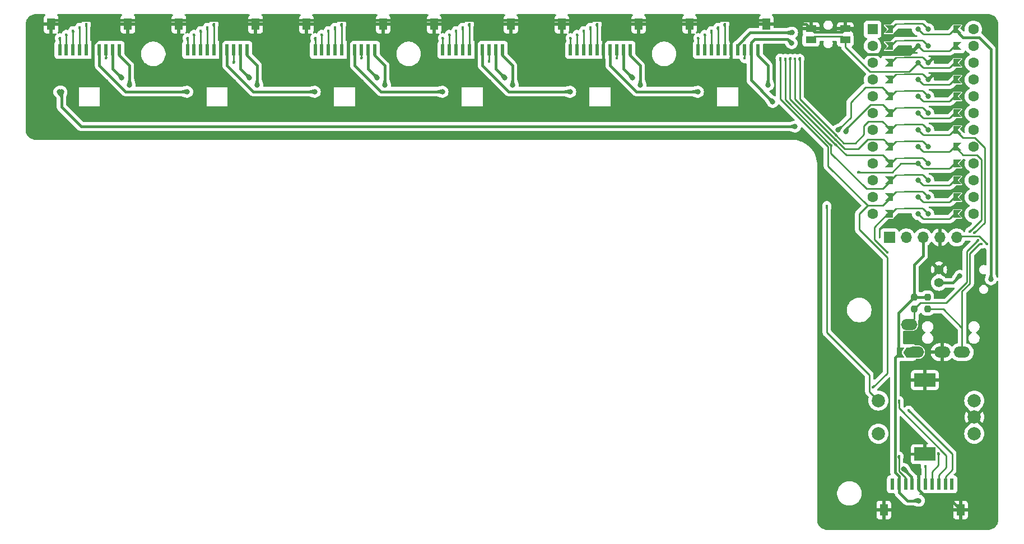
<source format=gbl>
G04 #@! TF.GenerationSoftware,KiCad,Pcbnew,8.0.1-8.0.1-1~ubuntu22.04.1*
G04 #@! TF.CreationDate,2024-05-02T22:11:55-07:00*
G04 #@! TF.ProjectId,Seismos_5CoreLShift,53656973-6d6f-4735-9f35-436f72654c53,rev?*
G04 #@! TF.SameCoordinates,Original*
G04 #@! TF.FileFunction,Copper,L2,Bot*
G04 #@! TF.FilePolarity,Positive*
%FSLAX46Y46*%
G04 Gerber Fmt 4.6, Leading zero omitted, Abs format (unit mm)*
G04 Created by KiCad (PCBNEW 8.0.1-8.0.1-1~ubuntu22.04.1) date 2024-05-02 22:11:55*
%MOMM*%
%LPD*%
G01*
G04 APERTURE LIST*
G04 Aperture macros list*
%AMRoundRect*
0 Rectangle with rounded corners*
0 $1 Rounding radius*
0 $2 $3 $4 $5 $6 $7 $8 $9 X,Y pos of 4 corners*
0 Add a 4 corners polygon primitive as box body*
4,1,4,$2,$3,$4,$5,$6,$7,$8,$9,$2,$3,0*
0 Add four circle primitives for the rounded corners*
1,1,$1+$1,$2,$3*
1,1,$1+$1,$4,$5*
1,1,$1+$1,$6,$7*
1,1,$1+$1,$8,$9*
0 Add four rect primitives between the rounded corners*
20,1,$1+$1,$2,$3,$4,$5,0*
20,1,$1+$1,$4,$5,$6,$7,0*
20,1,$1+$1,$6,$7,$8,$9,0*
20,1,$1+$1,$8,$9,$2,$3,0*%
%AMFreePoly0*
4,1,45,0.008964,0.122598,0.024387,0.122598,0.052641,0.110894,0.062500,0.108253,0.064961,0.105791,0.069447,0.103934,0.103934,0.069447,0.105791,0.064961,0.108253,0.062500,0.110894,0.052643,0.122598,0.024387,0.122598,0.008964,0.125000,0.000000,0.122598,-0.008964,0.122598,-0.024386,0.110896,-0.052633,0.108253,-0.062500,0.105790,-0.064962,0.103934,-0.069446,-0.643355,-0.819983,
-0.641028,-4.773351,0.088389,-5.499612,0.103934,-5.518554,0.122598,-5.563614,0.122598,-5.612387,0.103934,-5.657447,0.069447,-5.691934,0.024387,-5.710598,-0.024386,-5.710598,-0.069446,-5.691934,-0.854388,-4.910388,-0.869934,-4.891446,-0.888598,-4.846386,-0.891000,-0.766000,-0.888598,-0.741614,-0.869934,-0.696554,-0.088388,0.088389,-0.069446,0.103934,-0.064962,0.105790,-0.062500,0.108253,
-0.052633,0.110896,-0.024386,0.122598,-0.008964,0.122598,0.000000,0.125000,0.008964,0.122598,0.008964,0.122598,$1*%
%AMFreePoly1*
4,1,6,0.600000,-0.250000,-0.600000,-0.250000,-0.600000,1.000000,0.000000,0.400000,0.600000,1.000000,0.600000,-0.250000,0.600000,-0.250000,$1*%
%AMFreePoly2*
4,1,6,1.000000,0.000000,0.500000,-0.750000,-0.500000,-0.750000,-0.500000,0.750000,0.500000,0.750000,1.000000,0.000000,1.000000,0.000000,$1*%
%AMFreePoly3*
4,1,6,0.500000,-0.750000,-0.650000,-0.750000,-0.150000,0.000000,-0.650000,0.750000,0.500000,0.750000,0.500000,-0.750000,0.500000,-0.750000,$1*%
G04 Aperture macros list end*
G04 #@! TA.AperFunction,ComponentPad*
%ADD10C,2.000000*%
G04 #@! TD*
G04 #@! TA.AperFunction,ComponentPad*
%ADD11R,3.200000X2.000000*%
G04 #@! TD*
G04 #@! TA.AperFunction,ComponentPad*
%ADD12O,2.500000X1.700000*%
G04 #@! TD*
G04 #@! TA.AperFunction,ComponentPad*
%ADD13R,1.700000X1.700000*%
G04 #@! TD*
G04 #@! TA.AperFunction,ComponentPad*
%ADD14O,1.700000X1.700000*%
G04 #@! TD*
G04 #@! TA.AperFunction,ComponentPad*
%ADD15C,1.400000*%
G04 #@! TD*
G04 #@! TA.AperFunction,ComponentPad*
%ADD16C,1.600000*%
G04 #@! TD*
G04 #@! TA.AperFunction,ComponentPad*
%ADD17R,1.600000X1.600000*%
G04 #@! TD*
G04 #@! TA.AperFunction,SMDPad,CuDef*
%ADD18FreePoly0,270.000000*%
G04 #@! TD*
G04 #@! TA.AperFunction,ComponentPad*
%ADD19C,0.800000*%
G04 #@! TD*
G04 #@! TA.AperFunction,SMDPad,CuDef*
%ADD20FreePoly1,90.000000*%
G04 #@! TD*
G04 #@! TA.AperFunction,SMDPad,CuDef*
%ADD21FreePoly1,270.000000*%
G04 #@! TD*
G04 #@! TA.AperFunction,SMDPad,CuDef*
%ADD22FreePoly0,90.000000*%
G04 #@! TD*
G04 #@! TA.AperFunction,SMDPad,CuDef*
%ADD23FreePoly2,180.000000*%
G04 #@! TD*
G04 #@! TA.AperFunction,SMDPad,CuDef*
%ADD24FreePoly3,180.000000*%
G04 #@! TD*
G04 #@! TA.AperFunction,SMDPad,CuDef*
%ADD25R,0.600000X1.700000*%
G04 #@! TD*
G04 #@! TA.AperFunction,SMDPad,CuDef*
%ADD26R,1.200000X1.800000*%
G04 #@! TD*
G04 #@! TA.AperFunction,SMDPad,CuDef*
%ADD27RoundRect,0.237500X-0.237500X0.250000X-0.237500X-0.250000X0.237500X-0.250000X0.237500X0.250000X0*%
G04 #@! TD*
G04 #@! TA.AperFunction,SMDPad,CuDef*
%ADD28R,1.550000X1.000000*%
G04 #@! TD*
G04 #@! TA.AperFunction,ViaPad*
%ADD29C,0.800000*%
G04 #@! TD*
G04 #@! TA.AperFunction,ViaPad*
%ADD30C,0.400000*%
G04 #@! TD*
G04 #@! TA.AperFunction,Conductor*
%ADD31C,0.381000*%
G04 #@! TD*
G04 #@! TA.AperFunction,Conductor*
%ADD32C,0.254000*%
G04 #@! TD*
G04 APERTURE END LIST*
D10*
X173390000Y-83460000D03*
X173390000Y-78460000D03*
X173390000Y-80960000D03*
D11*
X165890000Y-86560000D03*
X165890000Y-75360000D03*
D10*
X158890000Y-78460000D03*
X158890000Y-83460000D03*
D12*
X164530000Y-71125000D03*
X168530000Y-71125000D03*
X171530000Y-71125000D03*
X163530000Y-66925000D03*
D13*
X160556000Y-53766000D03*
D14*
X163096000Y-53766000D03*
X165636000Y-53766000D03*
X168176000Y-53766000D03*
X170716000Y-53766000D03*
D15*
X168050500Y-58632000D03*
X168050500Y-60632000D03*
D16*
X173256000Y-22286000D03*
X158016000Y-22286000D03*
D17*
X158016000Y-22286000D03*
D16*
X173256000Y-24826000D03*
X158016000Y-24826000D03*
X173256000Y-27366000D03*
X158016000Y-27366000D03*
X173256000Y-29906000D03*
X158016000Y-29906000D03*
X173256000Y-32446000D03*
X158016000Y-32446000D03*
X173256000Y-34986000D03*
X158016000Y-34986000D03*
X173256000Y-37526000D03*
X158016000Y-37526000D03*
X173256000Y-40066000D03*
X158016000Y-40066000D03*
X173256000Y-42606000D03*
X158016000Y-42606000D03*
X173256000Y-45146000D03*
X158016000Y-45146000D03*
X173256000Y-47686000D03*
X158016000Y-47686000D03*
X173256000Y-50226000D03*
X158016000Y-50226000D03*
D18*
X166398000Y-22286000D03*
D19*
X166398000Y-22286000D03*
D20*
X160810000Y-22286000D03*
D18*
X166398000Y-24826000D03*
D19*
X166398000Y-24826000D03*
D20*
X160810000Y-24826000D03*
D18*
X166398000Y-27366000D03*
D19*
X166398000Y-27366000D03*
D20*
X160810000Y-27366000D03*
D18*
X166398000Y-29906000D03*
D19*
X166398000Y-29906000D03*
D20*
X160810000Y-29906000D03*
D18*
X166398000Y-32446000D03*
D19*
X166398000Y-32446000D03*
D20*
X160810000Y-32446000D03*
D18*
X166398000Y-34986000D03*
D19*
X166398000Y-34986000D03*
D20*
X160810000Y-34986000D03*
D18*
X166398000Y-37526000D03*
D19*
X166398000Y-37526000D03*
D20*
X160810000Y-37526000D03*
D18*
X166398000Y-40066000D03*
D19*
X166398000Y-40066000D03*
D20*
X160810000Y-40066000D03*
D18*
X166398000Y-42606000D03*
D19*
X166398000Y-42606000D03*
D20*
X160810000Y-42606000D03*
D18*
X166398000Y-45146000D03*
D19*
X166398000Y-45146000D03*
D20*
X160810000Y-45146000D03*
D18*
X166398000Y-47686000D03*
D19*
X166398000Y-47686000D03*
D20*
X160810000Y-47686000D03*
D18*
X166398000Y-50226000D03*
D19*
X166398000Y-50226000D03*
D20*
X160810000Y-50226000D03*
D21*
X170462000Y-50226000D03*
D22*
X164874000Y-50226000D03*
D19*
X164874000Y-50226000D03*
D21*
X170462000Y-47686000D03*
D22*
X164874000Y-47686000D03*
D19*
X164874000Y-47686000D03*
D21*
X170462000Y-45146000D03*
D22*
X164874000Y-45146000D03*
D19*
X164874000Y-45146000D03*
D21*
X170462000Y-42606000D03*
D22*
X164874000Y-42606000D03*
D19*
X164874000Y-42606000D03*
D21*
X170462000Y-40066000D03*
D22*
X164874000Y-40066000D03*
D19*
X164874000Y-40066000D03*
D21*
X170462000Y-37526000D03*
D22*
X164874000Y-37526000D03*
D19*
X164874000Y-37526000D03*
D21*
X170462000Y-34986000D03*
D22*
X164874000Y-34986000D03*
D19*
X164874000Y-34986000D03*
D21*
X170462000Y-32446000D03*
D22*
X164874000Y-32446000D03*
D19*
X164874000Y-32446000D03*
D21*
X170462000Y-29906000D03*
D22*
X164874000Y-29906000D03*
D19*
X164874000Y-29906000D03*
D21*
X170462000Y-27366000D03*
D22*
X164874000Y-27366000D03*
D19*
X164874000Y-27366000D03*
D21*
X170462000Y-24826000D03*
D22*
X164874000Y-24826000D03*
D19*
X164874000Y-24826000D03*
D21*
X170462000Y-22286000D03*
D22*
X164874000Y-22286000D03*
D19*
X164874000Y-22286000D03*
D23*
X163600000Y-71200000D03*
D24*
X162150000Y-71200000D03*
D25*
X35150000Y-25386000D03*
X36150000Y-25386000D03*
X37150000Y-25385000D03*
X38150000Y-25385000D03*
X39150000Y-25385000D03*
X40150000Y-25385000D03*
X41150000Y-25385000D03*
X42150000Y-25385000D03*
X43150000Y-25385000D03*
X44150000Y-25385000D03*
D26*
X33850000Y-21510000D03*
X45450000Y-21510000D03*
D27*
X166300000Y-62787500D03*
X166300000Y-64612500D03*
D25*
X54450000Y-25386000D03*
X55450000Y-25386000D03*
X56450000Y-25385000D03*
X57450000Y-25385000D03*
X58450000Y-25385000D03*
X59450000Y-25385000D03*
X60450000Y-25385000D03*
X61450000Y-25385000D03*
X62450000Y-25385000D03*
X63450000Y-25385000D03*
D26*
X53150000Y-21510000D03*
X64750000Y-21510000D03*
D28*
X153887500Y-23899500D03*
X153887500Y-22199500D03*
X148687500Y-23899500D03*
X148687500Y-22199500D03*
D25*
X131650000Y-25386000D03*
X132650000Y-25386000D03*
X133650000Y-25385000D03*
X134650000Y-25385000D03*
X135650000Y-25385000D03*
X136650000Y-25385000D03*
X137650000Y-25385000D03*
X138650000Y-25385000D03*
X139650000Y-25385000D03*
X140650000Y-25385000D03*
D26*
X130350000Y-21510000D03*
X141950000Y-21510000D03*
D25*
X170000000Y-91114000D03*
X169000000Y-91114000D03*
X168000000Y-91115000D03*
X167000000Y-91115000D03*
X166000000Y-91115000D03*
X165000000Y-91115000D03*
X164000000Y-91115000D03*
X163000000Y-91115000D03*
X162000000Y-91115000D03*
X161000000Y-91115000D03*
D26*
X171300000Y-94990000D03*
X159700000Y-94990000D03*
D25*
X93050000Y-25386000D03*
X94050000Y-25386000D03*
X95050000Y-25385000D03*
X96050000Y-25385000D03*
X97050000Y-25385000D03*
X98050000Y-25385000D03*
X99050000Y-25385000D03*
X100050000Y-25385000D03*
X101050000Y-25385000D03*
X102050000Y-25385000D03*
D26*
X91750000Y-21510000D03*
X103350000Y-21510000D03*
D25*
X73750000Y-25386000D03*
X74750000Y-25386000D03*
X75750000Y-25385000D03*
X76750000Y-25385000D03*
X77750000Y-25385000D03*
X78750000Y-25385000D03*
X79750000Y-25385000D03*
X80750000Y-25385000D03*
X81750000Y-25385000D03*
X82750000Y-25385000D03*
D26*
X72450000Y-21510000D03*
X84050000Y-21510000D03*
D27*
X164300000Y-62787500D03*
X164300000Y-64612500D03*
D25*
X112350000Y-25386000D03*
X113350000Y-25386000D03*
X114350000Y-25385000D03*
X115350000Y-25385000D03*
X116350000Y-25385000D03*
X117350000Y-25385000D03*
X118350000Y-25385000D03*
X119350000Y-25385000D03*
X120350000Y-25385000D03*
X121350000Y-25385000D03*
D26*
X111050000Y-21510000D03*
X122650000Y-21510000D03*
D29*
X167600000Y-93600000D03*
X61400000Y-30200000D03*
X66500000Y-33600000D03*
X80700000Y-30200000D03*
X124400000Y-33600000D03*
X138651900Y-30500000D03*
X100000000Y-30200000D03*
X85800000Y-33600000D03*
X119300000Y-30200000D03*
X105100000Y-33600000D03*
X47200000Y-33600000D03*
X151300000Y-30000000D03*
X42100000Y-30200000D03*
D30*
X97050000Y-21490000D03*
X152436411Y-38263589D03*
X77750000Y-21490000D03*
X39150000Y-21490000D03*
X58450000Y-21490000D03*
X135650000Y-21490000D03*
X166000000Y-88400000D03*
X116350000Y-21490000D03*
X147000000Y-26700000D03*
X115350000Y-22016500D03*
X152464119Y-39035881D03*
X96050000Y-22016500D03*
X57450000Y-22016500D03*
X38150000Y-22016500D03*
X134650000Y-22016500D03*
X146277708Y-26722292D03*
X167973500Y-86469938D03*
X76750000Y-22016500D03*
X133650000Y-22543000D03*
X152373897Y-39690950D03*
X95050000Y-22543000D03*
X145552708Y-26697292D03*
X56450000Y-22543000D03*
X162015369Y-78475850D03*
X114350000Y-22543000D03*
X75750000Y-22543000D03*
X37150000Y-22543000D03*
X151787185Y-39848822D03*
X94050000Y-23069500D03*
X144830416Y-26719584D03*
X132650000Y-23069500D03*
X74750000Y-23069500D03*
X55450000Y-23069500D03*
X113350000Y-23069500D03*
X36150000Y-23069500D03*
X163469760Y-79930240D03*
D29*
X142900000Y-33250000D03*
X83100000Y-29600000D03*
X102400000Y-29600000D03*
X165000000Y-93600000D03*
X63800000Y-29600000D03*
X145775000Y-24375000D03*
X121700000Y-29600000D03*
X44500000Y-29600000D03*
X153991142Y-37736286D03*
X152775122Y-37539380D03*
X145824000Y-22794000D03*
D30*
X138650000Y-26700000D03*
X119350000Y-26700000D03*
X100050000Y-27138000D03*
X80750000Y-26700000D03*
X61450000Y-27300000D03*
X42150000Y-26700000D03*
D29*
X175900000Y-60100000D03*
D30*
X173400000Y-53073500D03*
X172700000Y-52900000D03*
D29*
X131600000Y-31750700D03*
X112300000Y-31750700D03*
X93000000Y-31750700D03*
X73700000Y-31750700D03*
X54400000Y-31750700D03*
D30*
X112350000Y-23596000D03*
X144058124Y-26691876D03*
X158050000Y-76450000D03*
X54450000Y-23596000D03*
X131650000Y-23596000D03*
X93050000Y-23596000D03*
X35150000Y-23596000D03*
X73750000Y-23596000D03*
X175310000Y-54800000D03*
D29*
X146300000Y-37000000D03*
X35100000Y-31750700D03*
X35400000Y-31750000D03*
X162716500Y-88820358D03*
D30*
X161990000Y-86882806D03*
X151090000Y-49000000D03*
D29*
X142200000Y-30700000D03*
X122900000Y-30700000D03*
X103600000Y-30700000D03*
X84300000Y-30700000D03*
X65000000Y-30700000D03*
X45700000Y-30700000D03*
D30*
X155800000Y-43900000D03*
X173945958Y-54180542D03*
X174450000Y-54750000D03*
X160200000Y-56000000D03*
D29*
X171200000Y-59600000D03*
D31*
X147978000Y-21510000D02*
X147988000Y-21500000D01*
X140000000Y-20900000D02*
X141340000Y-20900000D01*
X33850000Y-21510000D02*
X34460000Y-20900000D01*
X98050000Y-24250000D02*
X101400000Y-20900000D01*
X156200000Y-25100000D02*
X157200000Y-26100000D01*
X98050000Y-28250000D02*
X98050000Y-25385000D01*
X43785000Y-20900000D02*
X44700000Y-20900000D01*
X42100000Y-30200000D02*
X40150000Y-28250000D01*
X149187500Y-22699500D02*
X153387500Y-22699500D01*
X157200000Y-26100000D02*
X163600000Y-26100000D01*
X117350000Y-25385000D02*
X117350000Y-24250000D01*
X168960000Y-92650000D02*
X171300000Y-94990000D01*
X153887500Y-22199500D02*
X154662500Y-22199500D01*
X59450000Y-24250000D02*
X62800000Y-20900000D01*
X153387500Y-22699500D02*
X153887500Y-22199500D01*
X40150000Y-24535000D02*
X43785000Y-20900000D01*
X173390000Y-80960000D02*
X171300000Y-83050000D01*
X40150000Y-24250000D02*
X43500000Y-20900000D01*
X163600000Y-26100000D02*
X164874000Y-24826000D01*
X147988000Y-21500000D02*
X148687500Y-22199500D01*
X34460000Y-20900000D02*
X44700000Y-20900000D01*
X117350000Y-24250000D02*
X120700000Y-20900000D01*
X78750000Y-25385000D02*
X78750000Y-24250000D01*
X136650000Y-28498100D02*
X136650000Y-25385000D01*
X59450000Y-28250000D02*
X59450000Y-25385000D01*
X141340000Y-20900000D02*
X141950000Y-21510000D01*
X148687500Y-22199500D02*
X149187500Y-22699500D01*
X136650000Y-25385000D02*
X136650000Y-24250000D01*
X165000000Y-91115000D02*
X165000000Y-91965000D01*
X141950000Y-21510000D02*
X147978000Y-21510000D01*
X40150000Y-25385000D02*
X40150000Y-24250000D01*
X44700000Y-20900000D02*
X140000000Y-20900000D01*
X138651900Y-30500000D02*
X136650000Y-28498100D01*
X119300000Y-30200000D02*
X117350000Y-28250000D01*
X40150000Y-25385000D02*
X40150000Y-24535000D01*
X154662500Y-22199500D02*
X156200000Y-23737000D01*
X171300000Y-83050000D02*
X171300000Y-94990000D01*
X165000000Y-91965000D02*
X165685000Y-92650000D01*
X156200000Y-23737000D02*
X156200000Y-25100000D01*
X159700000Y-94990000D02*
X171300000Y-94990000D01*
X117350000Y-28250000D02*
X117350000Y-25385000D01*
X59450000Y-25385000D02*
X59450000Y-24250000D01*
X98050000Y-25385000D02*
X98050000Y-24250000D01*
X61400000Y-30200000D02*
X59450000Y-28250000D01*
X165685000Y-92650000D02*
X168960000Y-92650000D01*
X80700000Y-30200000D02*
X78750000Y-28250000D01*
X78750000Y-28250000D02*
X78750000Y-25385000D01*
X136650000Y-24250000D02*
X140000000Y-20900000D01*
X100000000Y-30200000D02*
X98050000Y-28250000D01*
X40150000Y-28250000D02*
X40150000Y-25385000D01*
X78750000Y-24250000D02*
X82100000Y-20900000D01*
D32*
X116350000Y-25385000D02*
X116350000Y-21490000D01*
X39150000Y-25385000D02*
X39150000Y-21490000D01*
X147000000Y-32800000D02*
X147000000Y-26700000D01*
X157400000Y-36200000D02*
X159484000Y-36200000D01*
X77750000Y-25385000D02*
X77750000Y-21490000D01*
X156700000Y-38200000D02*
X156700000Y-36900000D01*
X153672822Y-39500000D02*
X155400000Y-39500000D01*
X155400000Y-39500000D02*
X156700000Y-38200000D01*
X166000000Y-91115000D02*
X166000000Y-88400000D01*
X152436411Y-38263589D02*
X152436411Y-38236411D01*
X156700000Y-36900000D02*
X157400000Y-36200000D01*
X152436411Y-38236411D02*
X147000000Y-32800000D01*
X135650000Y-25385000D02*
X135650000Y-21490000D01*
X58450000Y-25385000D02*
X58450000Y-21490000D01*
X97050000Y-25385000D02*
X97050000Y-21490000D01*
X159484000Y-36200000D02*
X160810000Y-37526000D01*
X152436411Y-38263589D02*
X153672822Y-39500000D01*
X153828238Y-40400000D02*
X155794091Y-40400000D01*
X167000000Y-89200000D02*
X167000000Y-91115000D01*
X115350000Y-25385000D02*
X115350000Y-22016500D01*
X134650000Y-25385000D02*
X134650000Y-22016500D01*
X167973500Y-86469938D02*
X167973500Y-88226500D01*
X159683000Y-38939000D02*
X160810000Y-40066000D01*
X167973500Y-88226500D02*
X167000000Y-89200000D01*
X57450000Y-25385000D02*
X57450000Y-22016500D01*
X152464119Y-39035881D02*
X153828238Y-40400000D01*
X96050000Y-25385000D02*
X96050000Y-22016500D01*
X146277708Y-32849470D02*
X146277708Y-26722292D01*
X152464119Y-39035881D02*
X146277708Y-32849470D01*
X157255091Y-38939000D02*
X159683000Y-38939000D01*
X155794091Y-40400000D02*
X157255091Y-38939000D01*
X38150000Y-25385000D02*
X38150000Y-22016500D01*
X76750000Y-25385000D02*
X76750000Y-22016500D01*
X154013366Y-41330419D02*
X159534419Y-41330419D01*
X95050000Y-22543000D02*
X95050000Y-25385000D01*
X152314185Y-39630531D02*
X145543738Y-32860084D01*
X145543738Y-26706262D02*
X145552708Y-26697292D01*
X169150000Y-86745291D02*
X169150000Y-88550000D01*
X75750000Y-22543000D02*
X75750000Y-25385000D01*
X37150000Y-22543000D02*
X37150000Y-25385000D01*
X169150000Y-88550000D02*
X168000000Y-89700000D01*
X114350000Y-22543000D02*
X114350000Y-25385000D01*
X152314185Y-39690950D02*
X152314185Y-39630531D01*
X162015369Y-78475850D02*
X162015369Y-79610660D01*
X168000000Y-89700000D02*
X168000000Y-91115000D01*
X152373897Y-39690950D02*
X154013366Y-41330419D01*
X56450000Y-22543000D02*
X56450000Y-25385000D01*
X145543738Y-32860084D02*
X145543738Y-26706262D01*
X162015369Y-79610660D02*
X169150000Y-86745291D01*
X159534419Y-41330419D02*
X160810000Y-42606000D01*
X133650000Y-22543000D02*
X133650000Y-25385000D01*
X152373897Y-39690950D02*
X152314185Y-39690950D01*
X170050000Y-88900000D02*
X169000000Y-89950000D01*
X169000000Y-89950000D02*
X169000000Y-91114000D01*
X132650000Y-25386000D02*
X132650000Y-23069500D01*
X170050000Y-86510480D02*
X170050000Y-88900000D01*
X157069182Y-46400000D02*
X159556000Y-46400000D01*
X159556000Y-46400000D02*
X160810000Y-45146000D01*
X151714185Y-41045003D02*
X157069182Y-46400000D01*
X144830416Y-26719584D02*
X144799323Y-26750677D01*
X74750000Y-25386000D02*
X74750000Y-23069500D01*
X36150000Y-25386000D02*
X36150000Y-23069500D01*
X94050000Y-25386000D02*
X94050000Y-23069500D01*
X144799323Y-32962973D02*
X151714185Y-39877834D01*
X163469760Y-79930240D02*
X170050000Y-86510480D01*
X144799323Y-26750677D02*
X144799323Y-32962973D01*
X151714185Y-39877834D02*
X151714185Y-41045003D01*
X113350000Y-25386000D02*
X113350000Y-23069500D01*
X55450000Y-25386000D02*
X55450000Y-23069500D01*
D31*
X140150000Y-23750000D02*
X139650000Y-24250000D01*
X81750000Y-25385000D02*
X81750000Y-28250000D01*
X162150000Y-71200000D02*
X161939500Y-70989500D01*
X164300000Y-62787500D02*
X164300000Y-57900000D01*
X165000000Y-93600000D02*
X163254000Y-93600000D01*
X120350000Y-25385000D02*
X120350000Y-28250000D01*
X163254000Y-93600000D02*
X162000000Y-92346000D01*
X162000000Y-92346000D02*
X162000000Y-91115000D01*
X101050000Y-28250000D02*
X102400000Y-29600000D01*
X161400000Y-71950000D02*
X162150000Y-71200000D01*
X43150000Y-25385000D02*
X43150000Y-28250000D01*
X164300000Y-57900000D02*
X165636000Y-56564000D01*
X139650000Y-24250000D02*
X139650000Y-25385000D01*
X62450000Y-25385000D02*
X62450000Y-28250000D01*
X161939500Y-65148000D02*
X164300000Y-62787500D01*
X139650000Y-30000000D02*
X139650000Y-25385000D01*
X43150000Y-28250000D02*
X44500000Y-29600000D01*
X162000000Y-91115000D02*
X162000000Y-89900000D01*
X161939500Y-70989500D02*
X161939500Y-65148000D01*
X161400000Y-89300000D02*
X161400000Y-71950000D01*
X81750000Y-28250000D02*
X83100000Y-29600000D01*
X120350000Y-28250000D02*
X121700000Y-29600000D01*
X164300000Y-62787500D02*
X166300000Y-62787500D01*
X165636000Y-56564000D02*
X165636000Y-53766000D01*
X145150000Y-23750000D02*
X145775000Y-24375000D01*
X101050000Y-25385000D02*
X101050000Y-28250000D01*
X142900000Y-33250000D02*
X139650000Y-30000000D01*
X162000000Y-89900000D02*
X161400000Y-89300000D01*
X140150000Y-23750000D02*
X145150000Y-23750000D01*
X62450000Y-28250000D02*
X63800000Y-29600000D01*
D32*
X157708181Y-33700000D02*
X159524000Y-33700000D01*
X153991142Y-37417039D02*
X157708181Y-33700000D01*
X153991142Y-37736286D02*
X153991142Y-37417039D01*
X159524000Y-33700000D02*
X160810000Y-34986000D01*
X154690879Y-33309121D02*
X156900000Y-31100000D01*
X156900000Y-31100000D02*
X159464000Y-31100000D01*
X154690879Y-35623623D02*
X154690879Y-33309121D01*
X152775122Y-37539380D02*
X154690879Y-35623623D01*
X159464000Y-31100000D02*
X160810000Y-32446000D01*
D31*
X137650000Y-24682750D02*
X137650000Y-25385000D01*
X145817500Y-22800500D02*
X139532250Y-22800500D01*
X139532250Y-22800500D02*
X137650000Y-24682750D01*
X145824000Y-22794000D02*
X145817500Y-22800500D01*
D32*
X138650000Y-25385000D02*
X138650000Y-26700000D01*
X119350000Y-25385000D02*
X119350000Y-26700000D01*
X100050000Y-25385000D02*
X100050000Y-27138000D01*
X80750000Y-25385000D02*
X80750000Y-26700000D01*
X61450000Y-25385000D02*
X61450000Y-27300000D01*
X42150000Y-25385000D02*
X42150000Y-26700000D01*
D31*
X171676000Y-23500000D02*
X170462000Y-22286000D01*
X175900000Y-25300000D02*
X174100000Y-23500000D01*
X175900000Y-60100000D02*
X175900000Y-25300000D01*
X174100000Y-23500000D02*
X171676000Y-23500000D01*
D32*
X153887500Y-24937500D02*
X157638000Y-28688000D01*
X153887500Y-23899500D02*
X153887500Y-24937500D01*
X157638000Y-28688000D02*
X163552000Y-28688000D01*
X163552000Y-28688000D02*
X164874000Y-27366000D01*
X153387500Y-23399500D02*
X153887500Y-23899500D01*
X148687500Y-23899500D02*
X149187500Y-23399500D01*
X149187500Y-23399500D02*
X153387500Y-23399500D01*
X173400000Y-53073500D02*
X174954000Y-51519500D01*
X173483819Y-38700000D02*
X171636000Y-38700000D01*
X171636000Y-38700000D02*
X170462000Y-37526000D01*
X174954000Y-40170181D02*
X173483819Y-38700000D01*
X174954000Y-51519500D02*
X174954000Y-40170181D01*
X171696000Y-41300000D02*
X170462000Y-40066000D01*
X173800000Y-41300000D02*
X171696000Y-41300000D01*
X174500000Y-42000000D02*
X173800000Y-41300000D01*
X172700000Y-52900000D02*
X174500000Y-51100000D01*
X174500000Y-51100000D02*
X174500000Y-42000000D01*
D31*
X131549300Y-31700000D02*
X122300000Y-31700000D01*
X122300000Y-31700000D02*
X118350000Y-27750000D01*
X118350000Y-27750000D02*
X118350000Y-25385000D01*
X131600000Y-31750700D02*
X131549300Y-31700000D01*
X112249300Y-31700000D02*
X103000000Y-31700000D01*
X99050000Y-27750000D02*
X99050000Y-25385000D01*
X112300000Y-31750700D02*
X112249300Y-31700000D01*
X103000000Y-31700000D02*
X99050000Y-27750000D01*
X79750000Y-27750000D02*
X79750000Y-25385000D01*
X93000000Y-31750700D02*
X92949300Y-31700000D01*
X83700000Y-31700000D02*
X79750000Y-27750000D01*
X92949300Y-31700000D02*
X83700000Y-31700000D01*
X60450000Y-27750000D02*
X60450000Y-25385000D01*
X73700000Y-31750700D02*
X73649300Y-31700000D01*
X64400000Y-31700000D02*
X60450000Y-27750000D01*
X73649300Y-31700000D02*
X64400000Y-31700000D01*
X54400000Y-31750700D02*
X54349300Y-31700000D01*
X41150000Y-27750000D02*
X41150000Y-25385000D01*
X45100000Y-31700000D02*
X41150000Y-27750000D01*
X54349300Y-31700000D02*
X45100000Y-31700000D01*
D32*
X160200000Y-74300000D02*
X160200000Y-56800000D01*
X157254000Y-48956000D02*
X159540000Y-48956000D01*
X156000000Y-50210000D02*
X157254000Y-48956000D01*
X157254000Y-48956000D02*
X151260185Y-42962185D01*
X160200000Y-56800000D02*
X156000000Y-52600000D01*
X93050000Y-25386000D02*
X93050000Y-23596000D01*
X73750000Y-25386000D02*
X73750000Y-23596000D01*
X151260185Y-42962185D02*
X151260185Y-40065887D01*
X144058124Y-32863826D02*
X144058124Y-26691876D01*
X54450000Y-25386000D02*
X54450000Y-23596000D01*
X158050000Y-76450000D02*
X160200000Y-74300000D01*
X156000000Y-52600000D02*
X156000000Y-50210000D01*
X112350000Y-25386000D02*
X112350000Y-23596000D01*
X159540000Y-48956000D02*
X160810000Y-47686000D01*
X151260185Y-40065887D02*
X144058124Y-32863826D01*
X131650000Y-25386000D02*
X131650000Y-23596000D01*
X35150000Y-25386000D02*
X35150000Y-23596000D01*
X175310000Y-54800000D02*
X174110000Y-53600000D01*
X170882000Y-53600000D02*
X170716000Y-53766000D01*
X174110000Y-53600000D02*
X170882000Y-53600000D01*
D31*
X163900000Y-90003858D02*
X163900000Y-90150000D01*
X162716500Y-88820358D02*
X163900000Y-90003858D01*
X35400000Y-34000000D02*
X38400000Y-37000000D01*
X35400000Y-31750000D02*
X35400000Y-34000000D01*
X38400000Y-37000000D02*
X146300000Y-37000000D01*
D32*
X161990000Y-86882806D02*
X161990000Y-89158144D01*
X151090000Y-68125000D02*
X157523000Y-74558000D01*
X161990000Y-89158144D02*
X163000000Y-90168144D01*
X157523000Y-77093000D02*
X158890000Y-78460000D01*
X157523000Y-74558000D02*
X157523000Y-77093000D01*
X163000000Y-90168144D02*
X163000000Y-91115000D01*
X151090000Y-49000000D02*
X151090000Y-68125000D01*
D31*
X142200000Y-27800000D02*
X140650000Y-26250000D01*
X142200000Y-30700000D02*
X142200000Y-27800000D01*
X140650000Y-26250000D02*
X140650000Y-25385000D01*
X122900000Y-27800000D02*
X121350000Y-26250000D01*
X121350000Y-26250000D02*
X121350000Y-25385000D01*
X122900000Y-30700000D02*
X122900000Y-27800000D01*
X103600000Y-27800000D02*
X102050000Y-26250000D01*
X103600000Y-30700000D02*
X103600000Y-27800000D01*
X102050000Y-26250000D02*
X102050000Y-25385000D01*
X82750000Y-26250000D02*
X82750000Y-25385000D01*
X84300000Y-27800000D02*
X82750000Y-26250000D01*
X84300000Y-30700000D02*
X84300000Y-27800000D01*
X65000000Y-30700000D02*
X65000000Y-27800000D01*
X63450000Y-26250000D02*
X63450000Y-25385000D01*
X65000000Y-27800000D02*
X63450000Y-26250000D01*
X45700000Y-30700000D02*
X45700000Y-27800000D01*
X44150000Y-26250000D02*
X44150000Y-25385000D01*
X45700000Y-27800000D02*
X44150000Y-26250000D01*
D32*
X162294000Y-42606000D02*
X164874000Y-42606000D01*
X155800000Y-43900000D02*
X161000000Y-43900000D01*
X161000000Y-43900000D02*
X162294000Y-42606000D01*
X173945958Y-54180542D02*
X172246000Y-55880500D01*
X164300000Y-64612500D02*
X164300000Y-66155000D01*
X164300000Y-66155000D02*
X163530000Y-66925000D01*
X172246000Y-60554000D02*
X169100000Y-63700000D01*
X172246000Y-55880500D02*
X172246000Y-60554000D01*
X165212500Y-63700000D02*
X164300000Y-64612500D01*
X169100000Y-63700000D02*
X165212500Y-63700000D01*
X172700000Y-56200000D02*
X172700000Y-60742052D01*
X166300000Y-64612500D02*
X168712500Y-64612500D01*
X171530000Y-61912052D02*
X171530000Y-67430000D01*
X172700000Y-60742052D02*
X171530000Y-61912052D01*
X174150000Y-54750000D02*
X172700000Y-56200000D01*
X171530000Y-67430000D02*
X171530000Y-71125000D01*
X174450000Y-54750000D02*
X174150000Y-54750000D01*
X168712500Y-64612500D02*
X171530000Y-67430000D01*
X158300000Y-52200000D02*
X160274000Y-50226000D01*
X158300000Y-54100000D02*
X158300000Y-52200000D01*
X160274000Y-50226000D02*
X160810000Y-50226000D01*
X160200000Y-56000000D02*
X158300000Y-54100000D01*
D31*
X168050500Y-60632000D02*
X170168000Y-60632000D01*
X170168000Y-60632000D02*
X171200000Y-59600000D01*
G04 #@! TA.AperFunction,Conductor*
G36*
X32925005Y-20019685D02*
G01*
X32970760Y-20072489D01*
X32980704Y-20141647D01*
X32951679Y-20205203D01*
X32932278Y-20223266D01*
X32892809Y-20252812D01*
X32806649Y-20367906D01*
X32806645Y-20367913D01*
X32756403Y-20502620D01*
X32756401Y-20502627D01*
X32750000Y-20562155D01*
X32750000Y-21260000D01*
X34950000Y-21260000D01*
X34950000Y-20562172D01*
X34949999Y-20562155D01*
X34943598Y-20502627D01*
X34943596Y-20502620D01*
X34893354Y-20367913D01*
X34893350Y-20367906D01*
X34807190Y-20252812D01*
X34767722Y-20223266D01*
X34725852Y-20167332D01*
X34720868Y-20097640D01*
X34754354Y-20036318D01*
X34815677Y-20002833D01*
X34842034Y-20000000D01*
X44457966Y-20000000D01*
X44525005Y-20019685D01*
X44570760Y-20072489D01*
X44580704Y-20141647D01*
X44551679Y-20205203D01*
X44532278Y-20223266D01*
X44492809Y-20252812D01*
X44406649Y-20367906D01*
X44406645Y-20367913D01*
X44356403Y-20502620D01*
X44356401Y-20502627D01*
X44350000Y-20562155D01*
X44350000Y-21260000D01*
X46550000Y-21260000D01*
X46550000Y-20562172D01*
X46549999Y-20562155D01*
X46543598Y-20502627D01*
X46543596Y-20502620D01*
X46493354Y-20367913D01*
X46493350Y-20367906D01*
X46407190Y-20252812D01*
X46367722Y-20223266D01*
X46325852Y-20167332D01*
X46320868Y-20097640D01*
X46354354Y-20036318D01*
X46415677Y-20002833D01*
X46442034Y-20000000D01*
X52157966Y-20000000D01*
X52225005Y-20019685D01*
X52270760Y-20072489D01*
X52280704Y-20141647D01*
X52251679Y-20205203D01*
X52232278Y-20223266D01*
X52192809Y-20252812D01*
X52106649Y-20367906D01*
X52106645Y-20367913D01*
X52056403Y-20502620D01*
X52056401Y-20502627D01*
X52050000Y-20562155D01*
X52050000Y-21260000D01*
X54250000Y-21260000D01*
X54250000Y-20562172D01*
X54249999Y-20562155D01*
X54243598Y-20502627D01*
X54243596Y-20502620D01*
X54193354Y-20367913D01*
X54193350Y-20367906D01*
X54107190Y-20252812D01*
X54067722Y-20223266D01*
X54025852Y-20167332D01*
X54020868Y-20097640D01*
X54054354Y-20036318D01*
X54115677Y-20002833D01*
X54142034Y-20000000D01*
X63757966Y-20000000D01*
X63825005Y-20019685D01*
X63870760Y-20072489D01*
X63880704Y-20141647D01*
X63851679Y-20205203D01*
X63832278Y-20223266D01*
X63792809Y-20252812D01*
X63706649Y-20367906D01*
X63706645Y-20367913D01*
X63656403Y-20502620D01*
X63656401Y-20502627D01*
X63650000Y-20562155D01*
X63650000Y-21260000D01*
X65850000Y-21260000D01*
X65850000Y-20562172D01*
X65849999Y-20562155D01*
X65843598Y-20502627D01*
X65843596Y-20502620D01*
X65793354Y-20367913D01*
X65793350Y-20367906D01*
X65707190Y-20252812D01*
X65667722Y-20223266D01*
X65625852Y-20167332D01*
X65620868Y-20097640D01*
X65654354Y-20036318D01*
X65715677Y-20002833D01*
X65742034Y-20000000D01*
X71457966Y-20000000D01*
X71525005Y-20019685D01*
X71570760Y-20072489D01*
X71580704Y-20141647D01*
X71551679Y-20205203D01*
X71532278Y-20223266D01*
X71492809Y-20252812D01*
X71406649Y-20367906D01*
X71406645Y-20367913D01*
X71356403Y-20502620D01*
X71356401Y-20502627D01*
X71350000Y-20562155D01*
X71350000Y-21260000D01*
X73550000Y-21260000D01*
X73550000Y-20562172D01*
X73549999Y-20562155D01*
X73543598Y-20502627D01*
X73543596Y-20502620D01*
X73493354Y-20367913D01*
X73493350Y-20367906D01*
X73407190Y-20252812D01*
X73367722Y-20223266D01*
X73325852Y-20167332D01*
X73320868Y-20097640D01*
X73354354Y-20036318D01*
X73415677Y-20002833D01*
X73442034Y-20000000D01*
X83057966Y-20000000D01*
X83125005Y-20019685D01*
X83170760Y-20072489D01*
X83180704Y-20141647D01*
X83151679Y-20205203D01*
X83132278Y-20223266D01*
X83092809Y-20252812D01*
X83006649Y-20367906D01*
X83006645Y-20367913D01*
X82956403Y-20502620D01*
X82956401Y-20502627D01*
X82950000Y-20562155D01*
X82950000Y-21260000D01*
X85150000Y-21260000D01*
X85150000Y-20562172D01*
X85149999Y-20562155D01*
X85143598Y-20502627D01*
X85143596Y-20502620D01*
X85093354Y-20367913D01*
X85093350Y-20367906D01*
X85007190Y-20252812D01*
X84967722Y-20223266D01*
X84925852Y-20167332D01*
X84920868Y-20097640D01*
X84954354Y-20036318D01*
X85015677Y-20002833D01*
X85042034Y-20000000D01*
X90757966Y-20000000D01*
X90825005Y-20019685D01*
X90870760Y-20072489D01*
X90880704Y-20141647D01*
X90851679Y-20205203D01*
X90832278Y-20223266D01*
X90792809Y-20252812D01*
X90706649Y-20367906D01*
X90706645Y-20367913D01*
X90656403Y-20502620D01*
X90656401Y-20502627D01*
X90650000Y-20562155D01*
X90650000Y-21260000D01*
X92850000Y-21260000D01*
X92850000Y-20562172D01*
X92849999Y-20562155D01*
X92843598Y-20502627D01*
X92843596Y-20502620D01*
X92793354Y-20367913D01*
X92793350Y-20367906D01*
X92707190Y-20252812D01*
X92667722Y-20223266D01*
X92625852Y-20167332D01*
X92620868Y-20097640D01*
X92654354Y-20036318D01*
X92715677Y-20002833D01*
X92742034Y-20000000D01*
X102357966Y-20000000D01*
X102425005Y-20019685D01*
X102470760Y-20072489D01*
X102480704Y-20141647D01*
X102451679Y-20205203D01*
X102432278Y-20223266D01*
X102392809Y-20252812D01*
X102306649Y-20367906D01*
X102306645Y-20367913D01*
X102256403Y-20502620D01*
X102256401Y-20502627D01*
X102250000Y-20562155D01*
X102250000Y-21260000D01*
X104450000Y-21260000D01*
X104450000Y-20562172D01*
X104449999Y-20562155D01*
X104443598Y-20502627D01*
X104443596Y-20502620D01*
X104393354Y-20367913D01*
X104393350Y-20367906D01*
X104307190Y-20252812D01*
X104267722Y-20223266D01*
X104225852Y-20167332D01*
X104220868Y-20097640D01*
X104254354Y-20036318D01*
X104315677Y-20002833D01*
X104342034Y-20000000D01*
X110057966Y-20000000D01*
X110125005Y-20019685D01*
X110170760Y-20072489D01*
X110180704Y-20141647D01*
X110151679Y-20205203D01*
X110132278Y-20223266D01*
X110092809Y-20252812D01*
X110006649Y-20367906D01*
X110006645Y-20367913D01*
X109956403Y-20502620D01*
X109956401Y-20502627D01*
X109950000Y-20562155D01*
X109950000Y-21260000D01*
X112150000Y-21260000D01*
X112150000Y-20562172D01*
X112149999Y-20562155D01*
X112143598Y-20502627D01*
X112143596Y-20502620D01*
X112093354Y-20367913D01*
X112093350Y-20367906D01*
X112007190Y-20252812D01*
X111967722Y-20223266D01*
X111925852Y-20167332D01*
X111920868Y-20097640D01*
X111954354Y-20036318D01*
X112015677Y-20002833D01*
X112042034Y-20000000D01*
X121657966Y-20000000D01*
X121725005Y-20019685D01*
X121770760Y-20072489D01*
X121780704Y-20141647D01*
X121751679Y-20205203D01*
X121732278Y-20223266D01*
X121692809Y-20252812D01*
X121606649Y-20367906D01*
X121606645Y-20367913D01*
X121556403Y-20502620D01*
X121556401Y-20502627D01*
X121550000Y-20562155D01*
X121550000Y-21260000D01*
X123750000Y-21260000D01*
X123750000Y-20562172D01*
X123749999Y-20562155D01*
X123743598Y-20502627D01*
X123743596Y-20502620D01*
X123693354Y-20367913D01*
X123693350Y-20367906D01*
X123607190Y-20252812D01*
X123567722Y-20223266D01*
X123525852Y-20167332D01*
X123520868Y-20097640D01*
X123554354Y-20036318D01*
X123615677Y-20002833D01*
X123642034Y-20000000D01*
X129357966Y-20000000D01*
X129425005Y-20019685D01*
X129470760Y-20072489D01*
X129480704Y-20141647D01*
X129451679Y-20205203D01*
X129432278Y-20223266D01*
X129392809Y-20252812D01*
X129306649Y-20367906D01*
X129306645Y-20367913D01*
X129256403Y-20502620D01*
X129256401Y-20502627D01*
X129250000Y-20562155D01*
X129250000Y-21260000D01*
X131450000Y-21260000D01*
X131450000Y-20562172D01*
X131449999Y-20562155D01*
X131443598Y-20502627D01*
X131443596Y-20502620D01*
X131393354Y-20367913D01*
X131393350Y-20367906D01*
X131307190Y-20252812D01*
X131267722Y-20223266D01*
X131225852Y-20167332D01*
X131220868Y-20097640D01*
X131254354Y-20036318D01*
X131315677Y-20002833D01*
X131342034Y-20000000D01*
X140957966Y-20000000D01*
X141025005Y-20019685D01*
X141070760Y-20072489D01*
X141080704Y-20141647D01*
X141051679Y-20205203D01*
X141032278Y-20223266D01*
X140992809Y-20252812D01*
X140906649Y-20367906D01*
X140906645Y-20367913D01*
X140856403Y-20502620D01*
X140856401Y-20502627D01*
X140850000Y-20562155D01*
X140850000Y-21260000D01*
X143050000Y-21260000D01*
X143050000Y-20562172D01*
X143049999Y-20562155D01*
X143043598Y-20502627D01*
X143043596Y-20502620D01*
X142993354Y-20367913D01*
X142993350Y-20367906D01*
X142907190Y-20252812D01*
X142867722Y-20223266D01*
X142825852Y-20167332D01*
X142820868Y-20097640D01*
X142854354Y-20036318D01*
X142915677Y-20002833D01*
X142942034Y-20000000D01*
X175498792Y-20000000D01*
X175501223Y-20000024D01*
X175503252Y-20000063D01*
X175609344Y-20002144D01*
X175626295Y-20003646D01*
X175832576Y-20036318D01*
X175841068Y-20037663D01*
X175859988Y-20042205D01*
X176065634Y-20109023D01*
X176083602Y-20116465D01*
X176183434Y-20167332D01*
X176276264Y-20214631D01*
X176292854Y-20224797D01*
X176467786Y-20351894D01*
X176482581Y-20364531D01*
X176635468Y-20517418D01*
X176648105Y-20532213D01*
X176775201Y-20707144D01*
X176785368Y-20723735D01*
X176883532Y-20916393D01*
X176890978Y-20934370D01*
X176957794Y-21140011D01*
X176962336Y-21158931D01*
X176996352Y-21373696D01*
X176997855Y-21390662D01*
X176999976Y-21498776D01*
X177000000Y-21501208D01*
X177000000Y-59748143D01*
X176980315Y-59815182D01*
X176927511Y-59860937D01*
X176858353Y-59870881D01*
X176794797Y-59841856D01*
X176757023Y-59783078D01*
X176756493Y-59781219D01*
X176603493Y-59228421D01*
X176599000Y-59195345D01*
X176599000Y-25231154D01*
X176595765Y-25214895D01*
X176586063Y-25166118D01*
X176572138Y-25096109D01*
X176524036Y-24979980D01*
X176519448Y-24968903D01*
X176519447Y-24968901D01*
X176519446Y-24968899D01*
X176485401Y-24917948D01*
X176442949Y-24854414D01*
X176345586Y-24757051D01*
X175478622Y-23890087D01*
X174545592Y-22957056D01*
X174545590Y-22957054D01*
X174532951Y-22948609D01*
X174532951Y-22948608D01*
X174513008Y-22935283D01*
X174468203Y-22881670D01*
X174459496Y-22812345D01*
X174469514Y-22779783D01*
X174490284Y-22735243D01*
X174549543Y-22514087D01*
X174569498Y-22286000D01*
X174566440Y-22251052D01*
X174558343Y-22158500D01*
X174549543Y-22057913D01*
X174490284Y-21836757D01*
X174393523Y-21629251D01*
X174262198Y-21441700D01*
X174100300Y-21279802D01*
X173912749Y-21148477D01*
X173912745Y-21148475D01*
X173705249Y-21051718D01*
X173705238Y-21051714D01*
X173484089Y-20992457D01*
X173484081Y-20992456D01*
X173256002Y-20972502D01*
X173255998Y-20972502D01*
X173027918Y-20992456D01*
X173027910Y-20992457D01*
X172806761Y-21051714D01*
X172806750Y-21051718D01*
X172599254Y-21148475D01*
X172599252Y-21148476D01*
X172585185Y-21158326D01*
X172411700Y-21279802D01*
X172411698Y-21279803D01*
X172411695Y-21279806D01*
X172249806Y-21441695D01*
X172249803Y-21441698D01*
X172249802Y-21441700D01*
X172212563Y-21494883D01*
X172118476Y-21629252D01*
X172118475Y-21629254D01*
X172021718Y-21836750D01*
X172021714Y-21836761D01*
X171962457Y-22057910D01*
X171962456Y-22057918D01*
X171942502Y-22285998D01*
X171942502Y-22286002D01*
X171959977Y-22485745D01*
X171946210Y-22554245D01*
X171897595Y-22604428D01*
X171829566Y-22620361D01*
X171763723Y-22596986D01*
X171748768Y-22584233D01*
X171318548Y-22154013D01*
X171285063Y-22092690D01*
X171290047Y-22022998D01*
X171318548Y-21978651D01*
X171382756Y-21914443D01*
X171536600Y-21760600D01*
X171562336Y-21718601D01*
X171562336Y-21653399D01*
X171524011Y-21600649D01*
X171524010Y-21600648D01*
X171462001Y-21580500D01*
X171462000Y-21580500D01*
X170212000Y-21580500D01*
X170205865Y-21581471D01*
X170179401Y-21585663D01*
X170179398Y-21585664D01*
X170126650Y-21623987D01*
X170126648Y-21623990D01*
X170121091Y-21641093D01*
X170081652Y-21698768D01*
X170072053Y-21705873D01*
X170016418Y-21743048D01*
X170016416Y-21743049D01*
X169919050Y-21840414D01*
X169842553Y-21954900D01*
X169818352Y-22013324D01*
X169791473Y-22053550D01*
X169467842Y-22377182D01*
X169406521Y-22410666D01*
X169380163Y-22413500D01*
X167435504Y-22413500D01*
X167368465Y-22393815D01*
X167322710Y-22341011D01*
X167311504Y-22289500D01*
X167311504Y-22286003D01*
X167311504Y-22286000D01*
X167291542Y-22096072D01*
X167232527Y-21914444D01*
X167137040Y-21749056D01*
X167009253Y-21607134D01*
X166854752Y-21494882D01*
X166680288Y-21417206D01*
X166680286Y-21417205D01*
X166493487Y-21377500D01*
X166443837Y-21377500D01*
X166376798Y-21357815D01*
X166356156Y-21341181D01*
X166065922Y-21050946D01*
X166065919Y-21050943D01*
X166041188Y-21028728D01*
X166025011Y-21014196D01*
X165899313Y-20939617D01*
X165899303Y-20939613D01*
X165885854Y-20934042D01*
X165853370Y-20920587D01*
X165853356Y-20920582D01*
X165853348Y-20920579D01*
X165801534Y-20902299D01*
X165656864Y-20881500D01*
X161551136Y-20881500D01*
X161551134Y-20881500D01*
X161496247Y-20884441D01*
X161496243Y-20884442D01*
X161354634Y-20920585D01*
X161354622Y-20920589D01*
X161308698Y-20939611D01*
X161308694Y-20939613D01*
X161259100Y-20963340D01*
X161142095Y-21050930D01*
X161142083Y-21050940D01*
X160648844Y-21544181D01*
X160587521Y-21577666D01*
X160561163Y-21580500D01*
X159809998Y-21580500D01*
X159762104Y-21591999D01*
X159762101Y-21592000D01*
X159715999Y-21638103D01*
X159715998Y-21638103D01*
X159705798Y-21702502D01*
X159735399Y-21760599D01*
X160135757Y-22160957D01*
X160169242Y-22222280D01*
X160171760Y-22257481D01*
X160171499Y-22261131D01*
X160171499Y-22310871D01*
X160171817Y-22316807D01*
X160155747Y-22384804D01*
X160135676Y-22411122D01*
X159735404Y-22811394D01*
X159735398Y-22811402D01*
X159728327Y-22822942D01*
X159709664Y-22853399D01*
X159709664Y-22853400D01*
X159709664Y-22918601D01*
X159737601Y-22957054D01*
X159747989Y-22971351D01*
X159810000Y-22991500D01*
X159810001Y-22991500D01*
X161059999Y-22991500D01*
X161060000Y-22991500D01*
X161092601Y-22986336D01*
X161145351Y-22948011D01*
X161165500Y-22886000D01*
X161165500Y-22875832D01*
X161185185Y-22808793D01*
X161215188Y-22776566D01*
X161243906Y-22755069D01*
X161804156Y-22194819D01*
X161865479Y-22161334D01*
X161891837Y-22158500D01*
X163836496Y-22158500D01*
X163903535Y-22178185D01*
X163949290Y-22230989D01*
X163960496Y-22282500D01*
X163960496Y-22285996D01*
X163960496Y-22286000D01*
X163980458Y-22475928D01*
X163980459Y-22475931D01*
X164039470Y-22657549D01*
X164039473Y-22657556D01*
X164134960Y-22822944D01*
X164262747Y-22964866D01*
X164417248Y-23077118D01*
X164591712Y-23154794D01*
X164663787Y-23170114D01*
X164692465Y-23176210D01*
X164753947Y-23209402D01*
X164787723Y-23270566D01*
X164783071Y-23340280D01*
X164741466Y-23396412D01*
X164676119Y-23421141D01*
X164666684Y-23421500D01*
X161551134Y-23421500D01*
X161496247Y-23424441D01*
X161496243Y-23424442D01*
X161354634Y-23460585D01*
X161354622Y-23460589D01*
X161308698Y-23479611D01*
X161308694Y-23479613D01*
X161259100Y-23503340D01*
X161142095Y-23590930D01*
X161142083Y-23590940D01*
X160648844Y-24084181D01*
X160587521Y-24117666D01*
X160561163Y-24120500D01*
X159809998Y-24120500D01*
X159762104Y-24131999D01*
X159762101Y-24132000D01*
X159715999Y-24178103D01*
X159715998Y-24178103D01*
X159705798Y-24242502D01*
X159735399Y-24300599D01*
X160135757Y-24700957D01*
X160169242Y-24762280D01*
X160171760Y-24797481D01*
X160171499Y-24801131D01*
X160171499Y-24850871D01*
X160171817Y-24856807D01*
X160155747Y-24924804D01*
X160135676Y-24951122D01*
X159735404Y-25351394D01*
X159735398Y-25351402D01*
X159728326Y-25362944D01*
X159709664Y-25393399D01*
X159709664Y-25393400D01*
X159709664Y-25458601D01*
X159745006Y-25507246D01*
X159747989Y-25511351D01*
X159810000Y-25531500D01*
X159810001Y-25531500D01*
X161059999Y-25531500D01*
X161060000Y-25531500D01*
X161092601Y-25526336D01*
X161145351Y-25488011D01*
X161165500Y-25426000D01*
X161165500Y-25415832D01*
X161185185Y-25348793D01*
X161215188Y-25316566D01*
X161243906Y-25295069D01*
X161804156Y-24734819D01*
X161865479Y-24701334D01*
X161891837Y-24698500D01*
X163845043Y-24698500D01*
X163912082Y-24718185D01*
X163957837Y-24770989D01*
X163969043Y-24822500D01*
X163969043Y-24825997D01*
X163988819Y-25014154D01*
X164047278Y-25194072D01*
X164047281Y-25194079D01*
X164085745Y-25260700D01*
X164611628Y-24734819D01*
X164672951Y-24701334D01*
X164699309Y-24698500D01*
X164718657Y-24698500D01*
X164704448Y-24712709D01*
X164674000Y-24786218D01*
X164674000Y-24865782D01*
X164704448Y-24939291D01*
X164760709Y-24995552D01*
X164834218Y-25026000D01*
X164913782Y-25026000D01*
X164987291Y-24995552D01*
X165043552Y-24939291D01*
X165074000Y-24865782D01*
X165074000Y-24786218D01*
X165043552Y-24712709D01*
X165029343Y-24698500D01*
X165048691Y-24698500D01*
X165115730Y-24718185D01*
X165136372Y-24734819D01*
X165139871Y-24738318D01*
X165173356Y-24799641D01*
X165168372Y-24869333D01*
X165139871Y-24913680D01*
X164436961Y-25616589D01*
X164594355Y-25686665D01*
X164735701Y-25716710D01*
X164797183Y-25749903D01*
X164830959Y-25811066D01*
X164826307Y-25880780D01*
X164784702Y-25936912D01*
X164719354Y-25961641D01*
X164709920Y-25962000D01*
X161551134Y-25962000D01*
X161496301Y-25964938D01*
X161496297Y-25964939D01*
X161354825Y-26001047D01*
X161354813Y-26001051D01*
X161308889Y-26020073D01*
X161308885Y-26020075D01*
X161259336Y-26043781D01*
X161142454Y-26131277D01*
X161142444Y-26131286D01*
X161057051Y-26216681D01*
X160995728Y-26250166D01*
X160969369Y-26253000D01*
X159810001Y-26253000D01*
X159773406Y-26254307D01*
X159773394Y-26254308D01*
X159630724Y-26285344D01*
X159630723Y-26285345D01*
X159502575Y-26355318D01*
X159502568Y-26355324D01*
X159399324Y-26458568D01*
X159399318Y-26458575D01*
X159329345Y-26586723D01*
X159329342Y-26586729D01*
X159327557Y-26594937D01*
X159294069Y-26656258D01*
X159232743Y-26689739D01*
X159163052Y-26684750D01*
X159107121Y-26642875D01*
X159104854Y-26639746D01*
X159022198Y-26521700D01*
X158860300Y-26359802D01*
X158672749Y-26228477D01*
X158669712Y-26227061D01*
X158629655Y-26208382D01*
X158577215Y-26162210D01*
X158558063Y-26095017D01*
X158578278Y-26028136D01*
X158629655Y-25983618D01*
X158647452Y-25975319D01*
X158672749Y-25963523D01*
X158860300Y-25832198D01*
X159022198Y-25670300D01*
X159153523Y-25482749D01*
X159250284Y-25275243D01*
X159309543Y-25054087D01*
X159329498Y-24826000D01*
X159328664Y-24816472D01*
X159312000Y-24626000D01*
X159309543Y-24597913D01*
X159250284Y-24376757D01*
X159153523Y-24169251D01*
X159022198Y-23981700D01*
X158860300Y-23819802D01*
X158852627Y-23814429D01*
X158809006Y-23759853D01*
X158801814Y-23690355D01*
X158833338Y-23628001D01*
X158893568Y-23592588D01*
X158910489Y-23589570D01*
X158925201Y-23587989D01*
X159062204Y-23536889D01*
X159179261Y-23449261D01*
X159266889Y-23332204D01*
X159317989Y-23195201D01*
X159322494Y-23153296D01*
X159324499Y-23134654D01*
X159324500Y-23134637D01*
X159324500Y-22348539D01*
X159324972Y-22337731D01*
X159329498Y-22286000D01*
X159329498Y-22285998D01*
X159324972Y-22234266D01*
X159324500Y-22223459D01*
X159324500Y-21437362D01*
X159324499Y-21437345D01*
X159319479Y-21390662D01*
X159317989Y-21376799D01*
X159316944Y-21373998D01*
X159281812Y-21279806D01*
X159266889Y-21239796D01*
X159179261Y-21122739D01*
X159062204Y-21035111D01*
X159045072Y-21028721D01*
X158925203Y-20984011D01*
X158864654Y-20977500D01*
X158864638Y-20977500D01*
X158078539Y-20977500D01*
X158067733Y-20977028D01*
X158041195Y-20974706D01*
X158016001Y-20972502D01*
X158015999Y-20972502D01*
X157990804Y-20974706D01*
X157964266Y-20977028D01*
X157953461Y-20977500D01*
X157167345Y-20977500D01*
X157106797Y-20984011D01*
X157106795Y-20984011D01*
X156969795Y-21035111D01*
X156852739Y-21122739D01*
X156765111Y-21239795D01*
X156714011Y-21376795D01*
X156714011Y-21376797D01*
X156707500Y-21437345D01*
X156707500Y-22223459D01*
X156707028Y-22234266D01*
X156702502Y-22285998D01*
X156702502Y-22286000D01*
X156707028Y-22337731D01*
X156707500Y-22348539D01*
X156707500Y-23134654D01*
X156714011Y-23195202D01*
X156714011Y-23195204D01*
X156749480Y-23290297D01*
X156765111Y-23332204D01*
X156852739Y-23449261D01*
X156969796Y-23536889D01*
X157038842Y-23562642D01*
X157106793Y-23587987D01*
X157106799Y-23587989D01*
X157121499Y-23589569D01*
X157186048Y-23616305D01*
X157225897Y-23673696D01*
X157228393Y-23743521D01*
X157192742Y-23803611D01*
X157179377Y-23814425D01*
X157179371Y-23814431D01*
X157171696Y-23819805D01*
X157009806Y-23981695D01*
X157009803Y-23981698D01*
X157009802Y-23981700D01*
X156961478Y-24050714D01*
X156878476Y-24169252D01*
X156878475Y-24169254D01*
X156781718Y-24376750D01*
X156781714Y-24376761D01*
X156722457Y-24597910D01*
X156722456Y-24597918D01*
X156702502Y-24825998D01*
X156702502Y-24826001D01*
X156722456Y-25054081D01*
X156722457Y-25054089D01*
X156781714Y-25275238D01*
X156781718Y-25275249D01*
X156878475Y-25482745D01*
X156878477Y-25482749D01*
X157009802Y-25670300D01*
X157171700Y-25832198D01*
X157322361Y-25937692D01*
X157359251Y-25963523D01*
X157402345Y-25983618D01*
X157454784Y-26029791D01*
X157473936Y-26096984D01*
X157453720Y-26163865D01*
X157402345Y-26208382D01*
X157359251Y-26228476D01*
X157278035Y-26285345D01*
X157171700Y-26359802D01*
X157171698Y-26359803D01*
X157171695Y-26359806D01*
X157009806Y-26521695D01*
X157009803Y-26521698D01*
X157009802Y-26521700D01*
X156890644Y-26691875D01*
X156878477Y-26709251D01*
X156851397Y-26767325D01*
X156805225Y-26819764D01*
X156738031Y-26838916D01*
X156671150Y-26818700D01*
X156651334Y-26802601D01*
X154890036Y-25041303D01*
X154856551Y-24979980D01*
X154861535Y-24910288D01*
X154903406Y-24854355D01*
X154935940Y-24830000D01*
X155025761Y-24762761D01*
X155113389Y-24645704D01*
X155164489Y-24508701D01*
X155169933Y-24458064D01*
X155170999Y-24448154D01*
X155171000Y-24448137D01*
X155171000Y-23350862D01*
X155170999Y-23350845D01*
X155164557Y-23290935D01*
X155164489Y-23290299D01*
X155162867Y-23285951D01*
X155142653Y-23231755D01*
X155113389Y-23153296D01*
X155099422Y-23134638D01*
X155086008Y-23116718D01*
X155061591Y-23051254D01*
X155076443Y-22982981D01*
X155086009Y-22968095D01*
X155105852Y-22941588D01*
X155156097Y-22806876D01*
X155156098Y-22806872D01*
X155162499Y-22747344D01*
X155162500Y-22747327D01*
X155162500Y-22449500D01*
X152612500Y-22449500D01*
X152612500Y-22640000D01*
X152592815Y-22707039D01*
X152540011Y-22752794D01*
X152488500Y-22764000D01*
X150086500Y-22764000D01*
X150019461Y-22744315D01*
X149973706Y-22691511D01*
X149962500Y-22640000D01*
X149962500Y-22449500D01*
X147412500Y-22449500D01*
X147412500Y-22747344D01*
X147418901Y-22806872D01*
X147418903Y-22806879D01*
X147469145Y-22941586D01*
X147469146Y-22941588D01*
X147488992Y-22968099D01*
X147513408Y-23033564D01*
X147498556Y-23101837D01*
X147488992Y-23116718D01*
X147461613Y-23153292D01*
X147461610Y-23153299D01*
X147410511Y-23290295D01*
X147410511Y-23290297D01*
X147404000Y-23350845D01*
X147404000Y-24448154D01*
X147410511Y-24508702D01*
X147410511Y-24508704D01*
X147454262Y-24626000D01*
X147461611Y-24645704D01*
X147549239Y-24762761D01*
X147666296Y-24850389D01*
X147803299Y-24901489D01*
X147830550Y-24904418D01*
X147863845Y-24907999D01*
X147863862Y-24908000D01*
X149511138Y-24908000D01*
X149511154Y-24907999D01*
X149538192Y-24905091D01*
X149571701Y-24901489D01*
X149708704Y-24850389D01*
X149825761Y-24762761D01*
X149913389Y-24645704D01*
X149964489Y-24508701D01*
X149969933Y-24458064D01*
X149970999Y-24448154D01*
X149971000Y-24448137D01*
X149971000Y-24159000D01*
X149990685Y-24091961D01*
X150043489Y-24046206D01*
X150095000Y-24035000D01*
X150515397Y-24035000D01*
X150582436Y-24054685D01*
X150628191Y-24107489D01*
X150638135Y-24176647D01*
X150629958Y-24206452D01*
X150613921Y-24245167D01*
X150613918Y-24245177D01*
X150587000Y-24380504D01*
X150587000Y-24380507D01*
X150587000Y-24518493D01*
X150587000Y-24518495D01*
X150586999Y-24518495D01*
X150613918Y-24653822D01*
X150613921Y-24653832D01*
X150666721Y-24781304D01*
X150666728Y-24781317D01*
X150743385Y-24896041D01*
X150743388Y-24896045D01*
X150840954Y-24993611D01*
X150840958Y-24993614D01*
X150955682Y-25070271D01*
X150955695Y-25070278D01*
X151082672Y-25122873D01*
X151083172Y-25123080D01*
X151083176Y-25123080D01*
X151083177Y-25123081D01*
X151218504Y-25150000D01*
X151218507Y-25150000D01*
X151356495Y-25150000D01*
X151447541Y-25131889D01*
X151491828Y-25123080D01*
X151619311Y-25070275D01*
X151734042Y-24993614D01*
X151831614Y-24896042D01*
X151908275Y-24781311D01*
X151912551Y-24770989D01*
X151926083Y-24738318D01*
X151961080Y-24653828D01*
X151978763Y-24564931D01*
X151988000Y-24518495D01*
X151988000Y-24380504D01*
X151961081Y-24245177D01*
X151961080Y-24245176D01*
X151961080Y-24245172D01*
X151945042Y-24206452D01*
X151937573Y-24136983D01*
X151968848Y-24074504D01*
X152028937Y-24038852D01*
X152059603Y-24035000D01*
X152480000Y-24035000D01*
X152547039Y-24054685D01*
X152592794Y-24107489D01*
X152604000Y-24159000D01*
X152604000Y-24448154D01*
X152610511Y-24508702D01*
X152610511Y-24508704D01*
X152654262Y-24626000D01*
X152661611Y-24645704D01*
X152749239Y-24762761D01*
X152866296Y-24850389D01*
X153003299Y-24901489D01*
X153030550Y-24904418D01*
X153063845Y-24907999D01*
X153063862Y-24908000D01*
X153131918Y-24908000D01*
X153198957Y-24927685D01*
X153244712Y-24980489D01*
X153253535Y-25007809D01*
X153276420Y-25122861D01*
X153276423Y-25122873D01*
X153324323Y-25238515D01*
X153324330Y-25238528D01*
X153393874Y-25342607D01*
X153393877Y-25342611D01*
X156978715Y-28927448D01*
X157012200Y-28988771D01*
X157007216Y-29058463D01*
X156992609Y-29086252D01*
X156878479Y-29249246D01*
X156878475Y-29249254D01*
X156781718Y-29456750D01*
X156781714Y-29456761D01*
X156722457Y-29677910D01*
X156722456Y-29677918D01*
X156702502Y-29905998D01*
X156702502Y-29906001D01*
X156722456Y-30134081D01*
X156722458Y-30134092D01*
X156779109Y-30345517D01*
X156777446Y-30415367D01*
X156738283Y-30473229D01*
X156706787Y-30492171D01*
X156598980Y-30536825D01*
X156598971Y-30536830D01*
X156494892Y-30606374D01*
X156494888Y-30606377D01*
X154834417Y-32266850D01*
X154285771Y-32815496D01*
X154241511Y-32859755D01*
X154197252Y-32904014D01*
X154127709Y-33008092D01*
X154127702Y-33008105D01*
X154079802Y-33123747D01*
X154079799Y-33123759D01*
X154055379Y-33246525D01*
X154055379Y-35309027D01*
X154035694Y-35376066D01*
X154019060Y-35396708D01*
X152982600Y-36433167D01*
X152946238Y-36458368D01*
X152555978Y-36635790D01*
X152508871Y-36657206D01*
X152419797Y-36697701D01*
X152379071Y-36718450D01*
X152374160Y-36721563D01*
X152373811Y-36721013D01*
X152356958Y-36731080D01*
X152318371Y-36748261D01*
X152163869Y-36860514D01*
X152154351Y-36871083D01*
X152094865Y-36907730D01*
X152025008Y-36906399D01*
X151974523Y-36875790D01*
X147671819Y-32573086D01*
X147638334Y-32511763D01*
X147635500Y-32485405D01*
X147635500Y-27185094D01*
X147637515Y-27162832D01*
X147686782Y-26892872D01*
X147692825Y-26871167D01*
X147692965Y-26870801D01*
X147696799Y-26839216D01*
X147697910Y-26831896D01*
X147698732Y-26827394D01*
X147702651Y-26805922D01*
X147708786Y-26761305D01*
X147708976Y-26759263D01*
X147708920Y-26747477D01*
X147709822Y-26731964D01*
X147713704Y-26700000D01*
X147692965Y-26529199D01*
X147631954Y-26368325D01*
X147534215Y-26226727D01*
X147534213Y-26226725D01*
X147534210Y-26226722D01*
X147405432Y-26112634D01*
X147253079Y-26032673D01*
X147086028Y-25991500D01*
X146913972Y-25991500D01*
X146746915Y-26032675D01*
X146675241Y-26070292D01*
X146606733Y-26084016D01*
X146559992Y-26070292D01*
X146530793Y-26054967D01*
X146363736Y-26013792D01*
X146191680Y-26013792D01*
X146024623Y-26054967D01*
X145996647Y-26069650D01*
X145928139Y-26083373D01*
X145881399Y-26069649D01*
X145805789Y-26029966D01*
X145638736Y-25988792D01*
X145466680Y-25988792D01*
X145299623Y-26029967D01*
X145227949Y-26067584D01*
X145159441Y-26081308D01*
X145112700Y-26067584D01*
X145083501Y-26052259D01*
X144916444Y-26011084D01*
X144744388Y-26011084D01*
X144577334Y-26052258D01*
X144528291Y-26077998D01*
X144459782Y-26091722D01*
X144413043Y-26077999D01*
X144311207Y-26024551D01*
X144311206Y-26024550D01*
X144311203Y-26024549D01*
X144144152Y-25983376D01*
X143972096Y-25983376D01*
X143805044Y-26024549D01*
X143652691Y-26104510D01*
X143523913Y-26218598D01*
X143523910Y-26218601D01*
X143426169Y-26360202D01*
X143365158Y-26521074D01*
X143344420Y-26691875D01*
X143344420Y-26691876D01*
X143354035Y-26771071D01*
X143354851Y-26781334D01*
X143355472Y-26797792D01*
X143360209Y-26823751D01*
X143361318Y-26831058D01*
X143365157Y-26862670D01*
X143365158Y-26862674D01*
X143365159Y-26862677D01*
X143365304Y-26863060D01*
X143371341Y-26884752D01*
X143398155Y-27031673D01*
X143420609Y-27154703D01*
X143422624Y-27176966D01*
X143422624Y-32286867D01*
X143402939Y-32353906D01*
X143350135Y-32399661D01*
X143280977Y-32409605D01*
X143237508Y-32394760D01*
X142781137Y-32136249D01*
X142754572Y-32116037D01*
X142417016Y-31778481D01*
X142383531Y-31717158D01*
X142388515Y-31647466D01*
X142430387Y-31591533D01*
X142478921Y-31569509D01*
X142482288Y-31568794D01*
X142656752Y-31491118D01*
X142811253Y-31378866D01*
X142939040Y-31236944D01*
X143034527Y-31071556D01*
X143093542Y-30889928D01*
X143113504Y-30700000D01*
X143093542Y-30510072D01*
X143067821Y-30430913D01*
X143062757Y-30408336D01*
X143061692Y-30400006D01*
X143061690Y-30399997D01*
X143061690Y-30399996D01*
X142903493Y-29828421D01*
X142899000Y-29795345D01*
X142899000Y-27731154D01*
X142893121Y-27701602D01*
X142893121Y-27701599D01*
X142872139Y-27596116D01*
X142872138Y-27596109D01*
X142828462Y-27490666D01*
X142819448Y-27468903D01*
X142819447Y-27468901D01*
X142809277Y-27453681D01*
X142797317Y-27435781D01*
X142742950Y-27354415D01*
X142699024Y-27310489D01*
X142645586Y-27257051D01*
X141494819Y-26106284D01*
X141461334Y-26044961D01*
X141458500Y-26018603D01*
X141458500Y-24573000D01*
X141478185Y-24505961D01*
X141530989Y-24460206D01*
X141582500Y-24449000D01*
X144698225Y-24449000D01*
X144765264Y-24468685D01*
X144806116Y-24511882D01*
X144953563Y-24772182D01*
X144961933Y-24786218D01*
X144965311Y-24791882D01*
X144968286Y-24796047D01*
X144967917Y-24796310D01*
X144975061Y-24806465D01*
X145035959Y-24911942D01*
X145035958Y-24911942D01*
X145129588Y-25015928D01*
X145163747Y-25053866D01*
X145318248Y-25166118D01*
X145492712Y-25243794D01*
X145679513Y-25283500D01*
X145870487Y-25283500D01*
X146057288Y-25243794D01*
X146231752Y-25166118D01*
X146386253Y-25053866D01*
X146514040Y-24911944D01*
X146609527Y-24746556D01*
X146668542Y-24564928D01*
X146688504Y-24375000D01*
X146668542Y-24185072D01*
X146609527Y-24003444D01*
X146514040Y-23838056D01*
X146449882Y-23766801D01*
X146386254Y-23696134D01*
X146384700Y-23694735D01*
X146384062Y-23693699D01*
X146381905Y-23691304D01*
X146382343Y-23690909D01*
X146348051Y-23635249D01*
X146349380Y-23565392D01*
X146388266Y-23507343D01*
X146394760Y-23502285D01*
X146435253Y-23472866D01*
X146563040Y-23330944D01*
X146658527Y-23165556D01*
X146717542Y-22983928D01*
X146737504Y-22794000D01*
X146717542Y-22604072D01*
X146658527Y-22422444D01*
X146563040Y-22257056D01*
X146435253Y-22115134D01*
X146280752Y-22002882D01*
X146160853Y-21949500D01*
X147412500Y-21949500D01*
X148437500Y-21949500D01*
X148437500Y-21199500D01*
X148937500Y-21199500D01*
X148937500Y-21949500D01*
X149962500Y-21949500D01*
X149962500Y-21718495D01*
X150586999Y-21718495D01*
X150613918Y-21853822D01*
X150613921Y-21853832D01*
X150666721Y-21981304D01*
X150666728Y-21981317D01*
X150743385Y-22096041D01*
X150743388Y-22096045D01*
X150840954Y-22193611D01*
X150840958Y-22193614D01*
X150955682Y-22270271D01*
X150955695Y-22270278D01*
X151083167Y-22323078D01*
X151083172Y-22323080D01*
X151083176Y-22323080D01*
X151083177Y-22323081D01*
X151218504Y-22350000D01*
X151218507Y-22350000D01*
X151356495Y-22350000D01*
X151447541Y-22331889D01*
X151491828Y-22323080D01*
X151619311Y-22270275D01*
X151734042Y-22193614D01*
X151831614Y-22096042D01*
X151908275Y-21981311D01*
X151921452Y-21949500D01*
X152612500Y-21949500D01*
X153637500Y-21949500D01*
X153637500Y-21199500D01*
X154137500Y-21199500D01*
X154137500Y-21949500D01*
X155162500Y-21949500D01*
X155162500Y-21651672D01*
X155162499Y-21651655D01*
X155156098Y-21592127D01*
X155156096Y-21592120D01*
X155105854Y-21457413D01*
X155105850Y-21457406D01*
X155019690Y-21342312D01*
X155019687Y-21342309D01*
X154904593Y-21256149D01*
X154904586Y-21256145D01*
X154769879Y-21205903D01*
X154769872Y-21205901D01*
X154710344Y-21199500D01*
X154137500Y-21199500D01*
X153637500Y-21199500D01*
X153064655Y-21199500D01*
X153005127Y-21205901D01*
X153005120Y-21205903D01*
X152870413Y-21256145D01*
X152870406Y-21256149D01*
X152755312Y-21342309D01*
X152755309Y-21342312D01*
X152669149Y-21457406D01*
X152669145Y-21457413D01*
X152618903Y-21592120D01*
X152618901Y-21592127D01*
X152612500Y-21651655D01*
X152612500Y-21949500D01*
X151921452Y-21949500D01*
X151961080Y-21853828D01*
X151969889Y-21809541D01*
X151988000Y-21718495D01*
X151988000Y-21580504D01*
X151961081Y-21445177D01*
X151961080Y-21445176D01*
X151961080Y-21445172D01*
X151954437Y-21429134D01*
X151908278Y-21317695D01*
X151908271Y-21317682D01*
X151831614Y-21202958D01*
X151831611Y-21202954D01*
X151734045Y-21105388D01*
X151734041Y-21105385D01*
X151619317Y-21028728D01*
X151619304Y-21028721D01*
X151491832Y-20975921D01*
X151491822Y-20975918D01*
X151356495Y-20949000D01*
X151356493Y-20949000D01*
X151218507Y-20949000D01*
X151218505Y-20949000D01*
X151083177Y-20975918D01*
X151083167Y-20975921D01*
X150955695Y-21028721D01*
X150955682Y-21028728D01*
X150840958Y-21105385D01*
X150840954Y-21105388D01*
X150743388Y-21202954D01*
X150743385Y-21202958D01*
X150666728Y-21317682D01*
X150666721Y-21317695D01*
X150613921Y-21445167D01*
X150613918Y-21445177D01*
X150587000Y-21580504D01*
X150587000Y-21580507D01*
X150587000Y-21718493D01*
X150587000Y-21718495D01*
X150586999Y-21718495D01*
X149962500Y-21718495D01*
X149962500Y-21651672D01*
X149962499Y-21651655D01*
X149956098Y-21592127D01*
X149956096Y-21592120D01*
X149905854Y-21457413D01*
X149905850Y-21457406D01*
X149819690Y-21342312D01*
X149819687Y-21342309D01*
X149704593Y-21256149D01*
X149704586Y-21256145D01*
X149569879Y-21205903D01*
X149569872Y-21205901D01*
X149510344Y-21199500D01*
X148937500Y-21199500D01*
X148437500Y-21199500D01*
X147864655Y-21199500D01*
X147805127Y-21205901D01*
X147805120Y-21205903D01*
X147670413Y-21256145D01*
X147670406Y-21256149D01*
X147555312Y-21342309D01*
X147555309Y-21342312D01*
X147469149Y-21457406D01*
X147469145Y-21457413D01*
X147418903Y-21592120D01*
X147418901Y-21592127D01*
X147412500Y-21651655D01*
X147412500Y-21949500D01*
X146160853Y-21949500D01*
X146106288Y-21925206D01*
X146106286Y-21925205D01*
X145919487Y-21885500D01*
X145728513Y-21885500D01*
X145541714Y-21925205D01*
X145541707Y-21925208D01*
X145536335Y-21927599D01*
X145520167Y-21933488D01*
X145087212Y-22057918D01*
X144952351Y-22096676D01*
X144918102Y-22101500D01*
X143174000Y-22101500D01*
X143106961Y-22081815D01*
X143061206Y-22029011D01*
X143050000Y-21977500D01*
X143050000Y-21760000D01*
X140850000Y-21760000D01*
X140850000Y-21977500D01*
X140830315Y-22044539D01*
X140777511Y-22090294D01*
X140726000Y-22101500D01*
X139463400Y-22101500D01*
X139328366Y-22128360D01*
X139328354Y-22128363D01*
X139201153Y-22181051D01*
X139201152Y-22181052D01*
X139201149Y-22181053D01*
X139201149Y-22181054D01*
X139165614Y-22204798D01*
X139096391Y-22251052D01*
X139096389Y-22251053D01*
X139086664Y-22257550D01*
X139086659Y-22257554D01*
X137350617Y-23993597D01*
X137289294Y-24027082D01*
X137276193Y-24029205D01*
X137240801Y-24033010D01*
X137240791Y-24033012D01*
X137181170Y-24055250D01*
X137111478Y-24060234D01*
X137094505Y-24055250D01*
X137057379Y-24041403D01*
X137057372Y-24041401D01*
X136997844Y-24035000D01*
X136900000Y-24035000D01*
X136900000Y-24264040D01*
X136892181Y-24307374D01*
X136848012Y-24425792D01*
X136848011Y-24425797D01*
X136841500Y-24486345D01*
X136841500Y-26283654D01*
X136848011Y-26344202D01*
X136848012Y-26344207D01*
X136892181Y-26462626D01*
X136900000Y-26505960D01*
X136900000Y-26735000D01*
X136997828Y-26735000D01*
X136997844Y-26734999D01*
X137057372Y-26728598D01*
X137057375Y-26728597D01*
X137094504Y-26714749D01*
X137164195Y-26709763D01*
X137181163Y-26714746D01*
X137240799Y-26736989D01*
X137247760Y-26737737D01*
X137301345Y-26743499D01*
X137301362Y-26743500D01*
X137831723Y-26743500D01*
X137898762Y-26763185D01*
X137944517Y-26815989D01*
X137954819Y-26852552D01*
X137957035Y-26870802D01*
X138005247Y-26997927D01*
X138018046Y-27031675D01*
X138102967Y-27154703D01*
X138115786Y-27173274D01*
X138115789Y-27173277D01*
X138244567Y-27287365D01*
X138244568Y-27287365D01*
X138244570Y-27287367D01*
X138396917Y-27367325D01*
X138396919Y-27367325D01*
X138396920Y-27367326D01*
X138563972Y-27408500D01*
X138736026Y-27408500D01*
X138736028Y-27408500D01*
X138797327Y-27393391D01*
X138867126Y-27396460D01*
X138924189Y-27436779D01*
X138950394Y-27501548D01*
X138951000Y-27513788D01*
X138951000Y-30068850D01*
X138963977Y-30134087D01*
X138973200Y-30180455D01*
X138976704Y-30198072D01*
X138977862Y-30203892D01*
X138977862Y-30203893D01*
X139030550Y-30331094D01*
X139030557Y-30331106D01*
X139070655Y-30391117D01*
X139107048Y-30445581D01*
X139107054Y-30445589D01*
X141766037Y-33104572D01*
X141786249Y-33131137D01*
X141794859Y-33146336D01*
X142078563Y-33647182D01*
X142088200Y-33663342D01*
X142090311Y-33666882D01*
X142093286Y-33671047D01*
X142092917Y-33671310D01*
X142100061Y-33681465D01*
X142160959Y-33786942D01*
X142160958Y-33786942D01*
X142216365Y-33848477D01*
X142288747Y-33928866D01*
X142443248Y-34041118D01*
X142617712Y-34118794D01*
X142804513Y-34158500D01*
X142995487Y-34158500D01*
X143182288Y-34118794D01*
X143356752Y-34041118D01*
X143511253Y-33928866D01*
X143639040Y-33786944D01*
X143720561Y-33645744D01*
X143771128Y-33597530D01*
X143839735Y-33584306D01*
X143904599Y-33610274D01*
X143915629Y-33620064D01*
X146193576Y-35898011D01*
X146227061Y-35959334D01*
X146222077Y-36029026D01*
X146180205Y-36084959D01*
X146131676Y-36106982D01*
X146017713Y-36131205D01*
X146017700Y-36131210D01*
X146013081Y-36133266D01*
X145995740Y-36139486D01*
X145483308Y-36281315D01*
X145428417Y-36296507D01*
X145395342Y-36301000D01*
X38740898Y-36301000D01*
X38673859Y-36281315D01*
X38653217Y-36264681D01*
X36135319Y-33746783D01*
X36101834Y-33685460D01*
X36099000Y-33659102D01*
X36099000Y-32654657D01*
X36103493Y-32621581D01*
X36105656Y-32613768D01*
X36261693Y-32049993D01*
X36267302Y-32027814D01*
X36267302Y-32027802D01*
X36268144Y-32022762D01*
X36268881Y-32022884D01*
X36272551Y-32004529D01*
X36275079Y-31996750D01*
X36293542Y-31939928D01*
X36313504Y-31750000D01*
X36293542Y-31560072D01*
X36234664Y-31378866D01*
X36234529Y-31378450D01*
X36234528Y-31378449D01*
X36234527Y-31378444D01*
X36139040Y-31213056D01*
X36017075Y-31077600D01*
X38024400Y-31077600D01*
X38024400Y-33922400D01*
X41224800Y-33922400D01*
X41224800Y-31077600D01*
X38024400Y-31077600D01*
X36017075Y-31077600D01*
X36011253Y-31071134D01*
X35856752Y-30958882D01*
X35682288Y-30881206D01*
X35682286Y-30881205D01*
X35495487Y-30841500D01*
X35304513Y-30841500D01*
X35274130Y-30847958D01*
X35222576Y-30847958D01*
X35195487Y-30842200D01*
X35004513Y-30842200D01*
X34817714Y-30881905D01*
X34643246Y-30959583D01*
X34488745Y-31071835D01*
X34360959Y-31213757D01*
X34265473Y-31379143D01*
X34265470Y-31379150D01*
X34206685Y-31560072D01*
X34206458Y-31560772D01*
X34186496Y-31750700D01*
X34206458Y-31940628D01*
X34206459Y-31940631D01*
X34265470Y-32122249D01*
X34265473Y-32122256D01*
X34360960Y-32287644D01*
X34414589Y-32347205D01*
X34449439Y-32385910D01*
X34454781Y-32392258D01*
X34468415Y-32409605D01*
X34471341Y-32413328D01*
X34662598Y-32595801D01*
X34697513Y-32656318D01*
X34701000Y-32685516D01*
X34701000Y-34068849D01*
X34702721Y-34077500D01*
X34718833Y-34158500D01*
X34726070Y-34194882D01*
X34727862Y-34203891D01*
X34727863Y-34203895D01*
X34780550Y-34331094D01*
X34780557Y-34331106D01*
X34828263Y-34402503D01*
X34857048Y-34445581D01*
X34857054Y-34445589D01*
X37954407Y-37542944D01*
X37954410Y-37542947D01*
X37986668Y-37564501D01*
X37986667Y-37564501D01*
X38068896Y-37619444D01*
X38068903Y-37619448D01*
X38196104Y-37672136D01*
X38196109Y-37672138D01*
X38251476Y-37683151D01*
X38278035Y-37688434D01*
X38331152Y-37699000D01*
X38331154Y-37699000D01*
X38331155Y-37699000D01*
X145395346Y-37699000D01*
X145428421Y-37703492D01*
X145995740Y-37860511D01*
X146013083Y-37866733D01*
X146017712Y-37868794D01*
X146204513Y-37908500D01*
X146395487Y-37908500D01*
X146582288Y-37868794D01*
X146756752Y-37791118D01*
X146911253Y-37678866D01*
X147039040Y-37536944D01*
X147134527Y-37371556D01*
X147193542Y-37189928D01*
X147194134Y-37184292D01*
X147220712Y-37119682D01*
X147278007Y-37079693D01*
X147347825Y-37077028D01*
X147405135Y-37109570D01*
X150588366Y-40292801D01*
X150621851Y-40354124D01*
X150624685Y-40380482D01*
X150624685Y-43024780D01*
X150649105Y-43147546D01*
X150649108Y-43147558D01*
X150697008Y-43263200D01*
X150697015Y-43263213D01*
X150766559Y-43367292D01*
X150766562Y-43367296D01*
X156267585Y-48868319D01*
X156301070Y-48929642D01*
X156296086Y-48999334D01*
X156267585Y-49043681D01*
X155929572Y-49381695D01*
X155594892Y-49716375D01*
X155554392Y-49756875D01*
X155506373Y-49804893D01*
X155436830Y-49908971D01*
X155436823Y-49908984D01*
X155388923Y-50024626D01*
X155388920Y-50024638D01*
X155364500Y-50147404D01*
X155364500Y-52662595D01*
X155388920Y-52785361D01*
X155388923Y-52785373D01*
X155436823Y-52901015D01*
X155436830Y-52901028D01*
X155506374Y-53005107D01*
X155506377Y-53005111D01*
X159528181Y-57026914D01*
X159561666Y-57088237D01*
X159564500Y-57114595D01*
X159564500Y-73985405D01*
X159544815Y-74052444D01*
X159528181Y-74073086D01*
X158370181Y-75231086D01*
X158308858Y-75264571D01*
X158239166Y-75259587D01*
X158183233Y-75217715D01*
X158158816Y-75152251D01*
X158158500Y-75143405D01*
X158158500Y-74495408D01*
X158158499Y-74495404D01*
X158134079Y-74372638D01*
X158134078Y-74372631D01*
X158109028Y-74312155D01*
X158086176Y-74256984D01*
X158086169Y-74256971D01*
X158016626Y-74152893D01*
X157981639Y-74117906D01*
X157928108Y-74064375D01*
X151761819Y-67898086D01*
X151728334Y-67836763D01*
X151725500Y-67810405D01*
X151725500Y-64871288D01*
X154149500Y-64871288D01*
X154181161Y-65111785D01*
X154243947Y-65346104D01*
X154336773Y-65570205D01*
X154336777Y-65570214D01*
X154352855Y-65598061D01*
X154458064Y-65780289D01*
X154458066Y-65780292D01*
X154458067Y-65780293D01*
X154605733Y-65972736D01*
X154605739Y-65972743D01*
X154777256Y-66144260D01*
X154777263Y-66144266D01*
X154872824Y-66217592D01*
X154969711Y-66291936D01*
X155179788Y-66413224D01*
X155403900Y-66506054D01*
X155638211Y-66568838D01*
X155818586Y-66592584D01*
X155878711Y-66600500D01*
X155878712Y-66600500D01*
X156121289Y-66600500D01*
X156169388Y-66594167D01*
X156361789Y-66568838D01*
X156596100Y-66506054D01*
X156820212Y-66413224D01*
X157030289Y-66291936D01*
X157222738Y-66144265D01*
X157394265Y-65972738D01*
X157541936Y-65780289D01*
X157663224Y-65570212D01*
X157756054Y-65346100D01*
X157818838Y-65111789D01*
X157850500Y-64871288D01*
X157850500Y-64628712D01*
X157818838Y-64388211D01*
X157756054Y-64153900D01*
X157663224Y-63929788D01*
X157541936Y-63719711D01*
X157394265Y-63527262D01*
X157394260Y-63527256D01*
X157222743Y-63355739D01*
X157222736Y-63355733D01*
X157030293Y-63208067D01*
X157030292Y-63208066D01*
X157030289Y-63208064D01*
X156820212Y-63086776D01*
X156766433Y-63064500D01*
X156596104Y-62993947D01*
X156478944Y-62962554D01*
X156361789Y-62931162D01*
X156361788Y-62931161D01*
X156361785Y-62931161D01*
X156121289Y-62899500D01*
X156121288Y-62899500D01*
X155878712Y-62899500D01*
X155878711Y-62899500D01*
X155638214Y-62931161D01*
X155403895Y-62993947D01*
X155179794Y-63086773D01*
X155179785Y-63086777D01*
X154969706Y-63208067D01*
X154777263Y-63355733D01*
X154777256Y-63355739D01*
X154605739Y-63527256D01*
X154605733Y-63527263D01*
X154458067Y-63719706D01*
X154336777Y-63929785D01*
X154336773Y-63929794D01*
X154243947Y-64153895D01*
X154181161Y-64388214D01*
X154149500Y-64628711D01*
X154149500Y-64871288D01*
X151725500Y-64871288D01*
X151725500Y-49485094D01*
X151727515Y-49462832D01*
X151732616Y-49434882D01*
X151776782Y-49192872D01*
X151782825Y-49171167D01*
X151782965Y-49170801D01*
X151786799Y-49139216D01*
X151787910Y-49131896D01*
X151788098Y-49130862D01*
X151792651Y-49105922D01*
X151798786Y-49061305D01*
X151798976Y-49059263D01*
X151798920Y-49047477D01*
X151799822Y-49031964D01*
X151803704Y-49000000D01*
X151782965Y-48829199D01*
X151721954Y-48668325D01*
X151624215Y-48526727D01*
X151624213Y-48526725D01*
X151624210Y-48526722D01*
X151495432Y-48412634D01*
X151362277Y-48342749D01*
X151343083Y-48332675D01*
X151343082Y-48332674D01*
X151343079Y-48332673D01*
X151176028Y-48291500D01*
X151003972Y-48291500D01*
X150836920Y-48332673D01*
X150684567Y-48412634D01*
X150555789Y-48526722D01*
X150555786Y-48526725D01*
X150458045Y-48668326D01*
X150397034Y-48829198D01*
X150376296Y-48999999D01*
X150376296Y-49000000D01*
X150385911Y-49079195D01*
X150386727Y-49089458D01*
X150387348Y-49105916D01*
X150392085Y-49131875D01*
X150393194Y-49139182D01*
X150397033Y-49170794D01*
X150397034Y-49170798D01*
X150397035Y-49170801D01*
X150397180Y-49171184D01*
X150403218Y-49192877D01*
X150452485Y-49462827D01*
X150454500Y-49485090D01*
X150454500Y-68187595D01*
X150478920Y-68310361D01*
X150478923Y-68310373D01*
X150526823Y-68426015D01*
X150526830Y-68426028D01*
X150596374Y-68530107D01*
X150596377Y-68530111D01*
X156851181Y-74784914D01*
X156884666Y-74846237D01*
X156887500Y-74872595D01*
X156887500Y-77155595D01*
X156911920Y-77278361D01*
X156911923Y-77278373D01*
X156959823Y-77394015D01*
X156959830Y-77394028D01*
X157029374Y-77498107D01*
X157029377Y-77498111D01*
X157415880Y-77884613D01*
X157449365Y-77945936D01*
X157448773Y-78001241D01*
X157395465Y-78223285D01*
X157376835Y-78460000D01*
X157395465Y-78696714D01*
X157450895Y-78927595D01*
X157450895Y-78927597D01*
X157541757Y-79146959D01*
X157541759Y-79146962D01*
X157665820Y-79349410D01*
X157665821Y-79349413D01*
X157705546Y-79395925D01*
X157820031Y-79529969D01*
X157959797Y-79649340D01*
X158000586Y-79684178D01*
X158000589Y-79684179D01*
X158203037Y-79808240D01*
X158203040Y-79808242D01*
X158422403Y-79899104D01*
X158422404Y-79899104D01*
X158422406Y-79899105D01*
X158653289Y-79954535D01*
X158890000Y-79973165D01*
X159126711Y-79954535D01*
X159357594Y-79899105D01*
X159357596Y-79899104D01*
X159357597Y-79899104D01*
X159576959Y-79808242D01*
X159576960Y-79808241D01*
X159576963Y-79808240D01*
X159779416Y-79684176D01*
X159959969Y-79529969D01*
X160114176Y-79349416D01*
X160238240Y-79146963D01*
X160329105Y-78927594D01*
X160384535Y-78696711D01*
X160403165Y-78460000D01*
X160384535Y-78223289D01*
X160329105Y-77992406D01*
X160329104Y-77992403D01*
X160329104Y-77992402D01*
X160238242Y-77773040D01*
X160238240Y-77773037D01*
X160114179Y-77570589D01*
X160114178Y-77570586D01*
X160052278Y-77498111D01*
X159959969Y-77390031D01*
X159840596Y-77288076D01*
X159779413Y-77235821D01*
X159779410Y-77235820D01*
X159576962Y-77111759D01*
X159576959Y-77111757D01*
X159357596Y-77020895D01*
X159126714Y-76965465D01*
X158949177Y-76951492D01*
X158890000Y-76946835D01*
X158889999Y-76946835D01*
X158811648Y-76953001D01*
X158743271Y-76938636D01*
X158693514Y-76889585D01*
X158678176Y-76821419D01*
X158699920Y-76758871D01*
X158828062Y-76573517D01*
X158842369Y-76556362D01*
X160489320Y-74909411D01*
X160550642Y-74875928D01*
X160620334Y-74880912D01*
X160676267Y-74922784D01*
X160700684Y-74988248D01*
X160701000Y-74997094D01*
X160701000Y-89368850D01*
X160727860Y-89503883D01*
X160727862Y-89503891D01*
X160761502Y-89585105D01*
X160768971Y-89654575D01*
X160737696Y-89717054D01*
X160677607Y-89752706D01*
X160653589Y-89756380D01*
X160651354Y-89756499D01*
X160590797Y-89763011D01*
X160590795Y-89763011D01*
X160453795Y-89814111D01*
X160336739Y-89901739D01*
X160249111Y-90018795D01*
X160198011Y-90155795D01*
X160198011Y-90155797D01*
X160191500Y-90216345D01*
X160191500Y-92013654D01*
X160198011Y-92074202D01*
X160198011Y-92074204D01*
X160248738Y-92210204D01*
X160249111Y-92211204D01*
X160336739Y-92328261D01*
X160453796Y-92415889D01*
X160568299Y-92458597D01*
X160590793Y-92466987D01*
X160590799Y-92466989D01*
X160618050Y-92469918D01*
X160651345Y-92473499D01*
X160651362Y-92473500D01*
X161213366Y-92473500D01*
X161280405Y-92493185D01*
X161326160Y-92545989D01*
X161327927Y-92550048D01*
X161380551Y-92677096D01*
X161380552Y-92677098D01*
X161457051Y-92791586D01*
X161457054Y-92791590D01*
X162808407Y-94142944D01*
X162808410Y-94142946D01*
X162808413Y-94142949D01*
X162838757Y-94163224D01*
X162838758Y-94163225D01*
X162922892Y-94219442D01*
X162922905Y-94219449D01*
X163011278Y-94256054D01*
X163011279Y-94256054D01*
X163050109Y-94272138D01*
X163185149Y-94298999D01*
X163185153Y-94299000D01*
X163185154Y-94299000D01*
X163185155Y-94299000D01*
X164095346Y-94299000D01*
X164128421Y-94303492D01*
X164695740Y-94460511D01*
X164713083Y-94466733D01*
X164717712Y-94468794D01*
X164904513Y-94508500D01*
X165095487Y-94508500D01*
X165282288Y-94468794D01*
X165456752Y-94391118D01*
X165611253Y-94278866D01*
X165739040Y-94136944D01*
X165834527Y-93971556D01*
X165893542Y-93789928D01*
X165913504Y-93600000D01*
X165893542Y-93410072D01*
X165834527Y-93228444D01*
X165739040Y-93063056D01*
X165611253Y-92921134D01*
X165456752Y-92808882D01*
X165282288Y-92731206D01*
X165282286Y-92731205D01*
X165183887Y-92710290D01*
X165122405Y-92677098D01*
X165088629Y-92615935D01*
X165093281Y-92546220D01*
X165134886Y-92490088D01*
X165200233Y-92465359D01*
X165209668Y-92465000D01*
X165347828Y-92465000D01*
X165347844Y-92464999D01*
X165407372Y-92458598D01*
X165407375Y-92458597D01*
X165444504Y-92444749D01*
X165514195Y-92439763D01*
X165531163Y-92444746D01*
X165590799Y-92466989D01*
X165597760Y-92467737D01*
X165651345Y-92473499D01*
X165651362Y-92473500D01*
X166348638Y-92473500D01*
X166348654Y-92473499D01*
X166396318Y-92468374D01*
X166409201Y-92466989D01*
X166456666Y-92449284D01*
X166526357Y-92444300D01*
X166543329Y-92449283D01*
X166590799Y-92466989D01*
X166597760Y-92467737D01*
X166651345Y-92473499D01*
X166651362Y-92473500D01*
X167348638Y-92473500D01*
X167348654Y-92473499D01*
X167396318Y-92468374D01*
X167409201Y-92466989D01*
X167456666Y-92449284D01*
X167526357Y-92444300D01*
X167543329Y-92449283D01*
X167590799Y-92466989D01*
X167597760Y-92467737D01*
X167651345Y-92473499D01*
X167651362Y-92473500D01*
X168348638Y-92473500D01*
X168348654Y-92473499D01*
X168386560Y-92469423D01*
X168409201Y-92466989D01*
X168458007Y-92448784D01*
X168527695Y-92443799D01*
X168544665Y-92448781D01*
X168590799Y-92465989D01*
X168607779Y-92467814D01*
X168651345Y-92472499D01*
X168651362Y-92472500D01*
X169348638Y-92472500D01*
X169348654Y-92472499D01*
X169399899Y-92466989D01*
X169409201Y-92465989D01*
X169456666Y-92448284D01*
X169526357Y-92443300D01*
X169543329Y-92448283D01*
X169590799Y-92465989D01*
X169597760Y-92466737D01*
X169651345Y-92472499D01*
X169651362Y-92472500D01*
X170348638Y-92472500D01*
X170348654Y-92472499D01*
X170375692Y-92469591D01*
X170409201Y-92465989D01*
X170411856Y-92464999D01*
X170429017Y-92458598D01*
X170546204Y-92414889D01*
X170663261Y-92327261D01*
X170750889Y-92210204D01*
X170801989Y-92073201D01*
X170808391Y-92013654D01*
X170808499Y-92012654D01*
X170808500Y-92012637D01*
X170808500Y-90215362D01*
X170808499Y-90215345D01*
X170805157Y-90184270D01*
X170801989Y-90154799D01*
X170750889Y-90017796D01*
X170663261Y-89900739D01*
X170546204Y-89813111D01*
X170510964Y-89799967D01*
X170409203Y-89762011D01*
X170375715Y-89758410D01*
X170311164Y-89731671D01*
X170271318Y-89674277D01*
X170268826Y-89604452D01*
X170301289Y-89547443D01*
X170543625Y-89305108D01*
X170613173Y-89201022D01*
X170661078Y-89085369D01*
X170685500Y-88962591D01*
X170685500Y-88837409D01*
X170685500Y-86447889D01*
X170661078Y-86325111D01*
X170648788Y-86295440D01*
X170613176Y-86209464D01*
X170613169Y-86209451D01*
X170543626Y-86105373D01*
X170520156Y-86081903D01*
X170455108Y-86016855D01*
X167898253Y-83460000D01*
X171876835Y-83460000D01*
X171895465Y-83696714D01*
X171950895Y-83927595D01*
X171950895Y-83927597D01*
X172041757Y-84146959D01*
X172041759Y-84146962D01*
X172165820Y-84349410D01*
X172165821Y-84349413D01*
X172165824Y-84349416D01*
X172320031Y-84529969D01*
X172459797Y-84649340D01*
X172500586Y-84684178D01*
X172500589Y-84684179D01*
X172703037Y-84808240D01*
X172703040Y-84808242D01*
X172922403Y-84899104D01*
X172922404Y-84899104D01*
X172922406Y-84899105D01*
X173153289Y-84954535D01*
X173390000Y-84973165D01*
X173626711Y-84954535D01*
X173857594Y-84899105D01*
X173857596Y-84899104D01*
X173857597Y-84899104D01*
X174076959Y-84808242D01*
X174076960Y-84808241D01*
X174076963Y-84808240D01*
X174279416Y-84684176D01*
X174459969Y-84529969D01*
X174614176Y-84349416D01*
X174738240Y-84146963D01*
X174829105Y-83927594D01*
X174884535Y-83696711D01*
X174903165Y-83460000D01*
X174884535Y-83223289D01*
X174829105Y-82992406D01*
X174829104Y-82992403D01*
X174829104Y-82992402D01*
X174738242Y-82773040D01*
X174738240Y-82773037D01*
X174614179Y-82570589D01*
X174614178Y-82570586D01*
X174579340Y-82529797D01*
X174459969Y-82390031D01*
X174305018Y-82257690D01*
X174266825Y-82199183D01*
X174265670Y-82189223D01*
X173519409Y-81442962D01*
X173582993Y-81425925D01*
X173697007Y-81360099D01*
X173790099Y-81267007D01*
X173855925Y-81152993D01*
X173872962Y-81089410D01*
X174613434Y-81829882D01*
X174713731Y-81676369D01*
X174813587Y-81448717D01*
X174874612Y-81207738D01*
X174874614Y-81207729D01*
X174895141Y-80960005D01*
X174895141Y-80959994D01*
X174874614Y-80712270D01*
X174874612Y-80712261D01*
X174813587Y-80471282D01*
X174713731Y-80243630D01*
X174613434Y-80090116D01*
X173872962Y-80830589D01*
X173855925Y-80767007D01*
X173790099Y-80652993D01*
X173697007Y-80559901D01*
X173582993Y-80494075D01*
X173519409Y-80477037D01*
X174270507Y-79725938D01*
X174277280Y-79696153D01*
X174305019Y-79662309D01*
X174318112Y-79651126D01*
X174459969Y-79529969D01*
X174614176Y-79349416D01*
X174738240Y-79146963D01*
X174829105Y-78927594D01*
X174884535Y-78696711D01*
X174903165Y-78460000D01*
X174884535Y-78223289D01*
X174829105Y-77992406D01*
X174829104Y-77992403D01*
X174829104Y-77992402D01*
X174738242Y-77773040D01*
X174738240Y-77773037D01*
X174614179Y-77570589D01*
X174614178Y-77570586D01*
X174552278Y-77498111D01*
X174459969Y-77390031D01*
X174340596Y-77288076D01*
X174279413Y-77235821D01*
X174279410Y-77235820D01*
X174076962Y-77111759D01*
X174076959Y-77111757D01*
X173857596Y-77020895D01*
X173626714Y-76965465D01*
X173390000Y-76946835D01*
X173153285Y-76965465D01*
X172922404Y-77020895D01*
X172922402Y-77020895D01*
X172703040Y-77111757D01*
X172703037Y-77111759D01*
X172500589Y-77235820D01*
X172500586Y-77235821D01*
X172320031Y-77390031D01*
X172165821Y-77570586D01*
X172165820Y-77570589D01*
X172041759Y-77773037D01*
X172041757Y-77773040D01*
X171950895Y-77992402D01*
X171950895Y-77992404D01*
X171895465Y-78223285D01*
X171876835Y-78460000D01*
X171895465Y-78696714D01*
X171950895Y-78927595D01*
X171950895Y-78927597D01*
X172041757Y-79146959D01*
X172041759Y-79146962D01*
X172165820Y-79349410D01*
X172165821Y-79349413D01*
X172205546Y-79395925D01*
X172320031Y-79529969D01*
X172401327Y-79599402D01*
X172474980Y-79662309D01*
X172513173Y-79720816D01*
X172514327Y-79730774D01*
X173260590Y-80477037D01*
X173197007Y-80494075D01*
X173082993Y-80559901D01*
X172989901Y-80652993D01*
X172924075Y-80767007D01*
X172907037Y-80830589D01*
X172166564Y-80090116D01*
X172066267Y-80243632D01*
X171966412Y-80471282D01*
X171905387Y-80712261D01*
X171905385Y-80712270D01*
X171884859Y-80959994D01*
X171884859Y-80960005D01*
X171905385Y-81207729D01*
X171905387Y-81207738D01*
X171966412Y-81448717D01*
X172066266Y-81676364D01*
X172166564Y-81829882D01*
X172907037Y-81089409D01*
X172924075Y-81152993D01*
X172989901Y-81267007D01*
X173082993Y-81360099D01*
X173197007Y-81425925D01*
X173260590Y-81442962D01*
X172509489Y-82194062D01*
X172502715Y-82223851D01*
X172474980Y-82257691D01*
X172320031Y-82390031D01*
X172165821Y-82570586D01*
X172165820Y-82570589D01*
X172041759Y-82773037D01*
X172041757Y-82773040D01*
X171950895Y-82992402D01*
X171950895Y-82992404D01*
X171895465Y-83223285D01*
X171876835Y-83460000D01*
X167898253Y-83460000D01*
X164262136Y-79823883D01*
X164247819Y-79806717D01*
X164188433Y-79720816D01*
X164041506Y-79508289D01*
X164019663Y-79479479D01*
X164016429Y-79475010D01*
X164003976Y-79456968D01*
X164003974Y-79456966D01*
X163959504Y-79417569D01*
X163954458Y-79412841D01*
X163941998Y-79400496D01*
X163936115Y-79395925D01*
X163936274Y-79395719D01*
X163927944Y-79389609D01*
X163875190Y-79342873D01*
X163722839Y-79262913D01*
X163555788Y-79221740D01*
X163383732Y-79221740D01*
X163216680Y-79262913D01*
X163064327Y-79342874D01*
X162930050Y-79461834D01*
X162866817Y-79491556D01*
X162797553Y-79482372D01*
X162760142Y-79456700D01*
X162687188Y-79383746D01*
X162653703Y-79322423D01*
X162650869Y-79296065D01*
X162650869Y-78960944D01*
X162652884Y-78938682D01*
X162654907Y-78927595D01*
X162702151Y-78668722D01*
X162708194Y-78647017D01*
X162708334Y-78646651D01*
X162712168Y-78615066D01*
X162713279Y-78607746D01*
X162713467Y-78606712D01*
X162718020Y-78581772D01*
X162724155Y-78537155D01*
X162724345Y-78535113D01*
X162724289Y-78523327D01*
X162725191Y-78507814D01*
X162729073Y-78475850D01*
X162708334Y-78305049D01*
X162647323Y-78144175D01*
X162549584Y-78002577D01*
X162549582Y-78002575D01*
X162549579Y-78002572D01*
X162420801Y-77888484D01*
X162268448Y-77808523D01*
X162193325Y-77790008D01*
X162132944Y-77754852D01*
X162101156Y-77692633D01*
X162099000Y-77669611D01*
X162099000Y-76407844D01*
X163790000Y-76407844D01*
X163796401Y-76467372D01*
X163796403Y-76467379D01*
X163846645Y-76602086D01*
X163846649Y-76602093D01*
X163932809Y-76717187D01*
X163932812Y-76717190D01*
X164047906Y-76803350D01*
X164047913Y-76803354D01*
X164182620Y-76853596D01*
X164182627Y-76853598D01*
X164242155Y-76859999D01*
X164242172Y-76860000D01*
X165640000Y-76860000D01*
X165640000Y-76110000D01*
X166140000Y-76110000D01*
X166140000Y-76860000D01*
X167537828Y-76860000D01*
X167537844Y-76859999D01*
X167597372Y-76853598D01*
X167597379Y-76853596D01*
X167732086Y-76803354D01*
X167732093Y-76803350D01*
X167847187Y-76717190D01*
X167847190Y-76717187D01*
X167933350Y-76602093D01*
X167933354Y-76602086D01*
X167983596Y-76467379D01*
X167983598Y-76467372D01*
X167989999Y-76407844D01*
X167990000Y-76407827D01*
X167990000Y-75610000D01*
X167248241Y-75610000D01*
X167261178Y-75578767D01*
X167290000Y-75433869D01*
X167290000Y-75286131D01*
X167261178Y-75141233D01*
X167248241Y-75110000D01*
X167990000Y-75110000D01*
X167990000Y-74312172D01*
X167989999Y-74312155D01*
X167983598Y-74252627D01*
X167983596Y-74252620D01*
X167933354Y-74117913D01*
X167933350Y-74117906D01*
X167847190Y-74002812D01*
X167847187Y-74002809D01*
X167732093Y-73916649D01*
X167732086Y-73916645D01*
X167597379Y-73866403D01*
X167597372Y-73866401D01*
X167537844Y-73860000D01*
X166140000Y-73860000D01*
X166140000Y-74610000D01*
X165640000Y-74610000D01*
X165640000Y-73860000D01*
X164242155Y-73860000D01*
X164182627Y-73866401D01*
X164182620Y-73866403D01*
X164047913Y-73916645D01*
X164047906Y-73916649D01*
X163932812Y-74002809D01*
X163932809Y-74002812D01*
X163846649Y-74117906D01*
X163846645Y-74117913D01*
X163796403Y-74252620D01*
X163796401Y-74252627D01*
X163790000Y-74312155D01*
X163790000Y-75110000D01*
X164531759Y-75110000D01*
X164518822Y-75141233D01*
X164490000Y-75286131D01*
X164490000Y-75433869D01*
X164518822Y-75578767D01*
X164531759Y-75610000D01*
X163790000Y-75610000D01*
X163790000Y-76407844D01*
X162099000Y-76407844D01*
X162099000Y-72587500D01*
X162118685Y-72520461D01*
X162171489Y-72474706D01*
X162223000Y-72463500D01*
X162799996Y-72463500D01*
X162800000Y-72463500D01*
X162800004Y-72463499D01*
X162800021Y-72463499D01*
X162881597Y-72456975D01*
X162881597Y-72456974D01*
X162881609Y-72456974D01*
X162909390Y-72448306D01*
X162963963Y-72443941D01*
X163100000Y-72463500D01*
X163100003Y-72463500D01*
X164100000Y-72463500D01*
X164173079Y-72458273D01*
X164173081Y-72458272D01*
X164173083Y-72458272D01*
X164313313Y-72417097D01*
X164313314Y-72417097D01*
X164364858Y-72383972D01*
X164436271Y-72338077D01*
X164531984Y-72227619D01*
X164545516Y-72197989D01*
X164591270Y-72145185D01*
X164658310Y-72125500D01*
X165028543Y-72125500D01*
X165158582Y-72099632D01*
X165221835Y-72087051D01*
X165403914Y-72011632D01*
X165567782Y-71902139D01*
X165707139Y-71762782D01*
X165816632Y-71598914D01*
X165892051Y-71416835D01*
X165915110Y-71300913D01*
X165930500Y-71223543D01*
X165930500Y-71026456D01*
X165892052Y-70833170D01*
X165892051Y-70833169D01*
X165892051Y-70833165D01*
X165847207Y-70724901D01*
X165816635Y-70651092D01*
X165816628Y-70651079D01*
X165707139Y-70487218D01*
X165707136Y-70487214D01*
X165567785Y-70347863D01*
X165567781Y-70347860D01*
X165403920Y-70238371D01*
X165403907Y-70238364D01*
X165221839Y-70162950D01*
X165221829Y-70162947D01*
X165028543Y-70124500D01*
X165028541Y-70124500D01*
X164546758Y-70124500D01*
X164479719Y-70104815D01*
X164465555Y-70094213D01*
X164377620Y-70018017D01*
X164377619Y-70018016D01*
X164354826Y-70007606D01*
X164244673Y-69957300D01*
X164244668Y-69957299D01*
X164100000Y-69936500D01*
X163100000Y-69936500D01*
X163099986Y-69936500D01*
X163099982Y-69936501D01*
X163035477Y-69940569D01*
X163035466Y-69940571D01*
X162989379Y-69953266D01*
X162938805Y-69956456D01*
X162800001Y-69936500D01*
X162800000Y-69936500D01*
X162762500Y-69936500D01*
X162695461Y-69916815D01*
X162649706Y-69864011D01*
X162638500Y-69812500D01*
X162638500Y-69108771D01*
X165479500Y-69108771D01*
X165512182Y-69273074D01*
X165512184Y-69273082D01*
X165576295Y-69427860D01*
X165669373Y-69567162D01*
X165787837Y-69685626D01*
X165880494Y-69747537D01*
X165927137Y-69778703D01*
X165927138Y-69778703D01*
X165927139Y-69778704D01*
X165962201Y-69793227D01*
X166081918Y-69842816D01*
X166198604Y-69866026D01*
X166246228Y-69875499D01*
X166246232Y-69875500D01*
X166246233Y-69875500D01*
X166413768Y-69875500D01*
X166413769Y-69875499D01*
X166578082Y-69842816D01*
X166732863Y-69778703D01*
X166872162Y-69685626D01*
X166990626Y-69567162D01*
X167083703Y-69427863D01*
X167147816Y-69273082D01*
X167180500Y-69108767D01*
X167180500Y-68941233D01*
X167147816Y-68776918D01*
X167083703Y-68622137D01*
X167022211Y-68530108D01*
X166990626Y-68482837D01*
X166872162Y-68364373D01*
X166732860Y-68271295D01*
X166732858Y-68271294D01*
X166716602Y-68264561D01*
X166662198Y-68220721D01*
X166640133Y-68154427D01*
X166657412Y-68086727D01*
X166708549Y-68039116D01*
X166716602Y-68035439D01*
X166732858Y-68028705D01*
X166732857Y-68028705D01*
X166732863Y-68028703D01*
X166872162Y-67935626D01*
X166990626Y-67817162D01*
X167083703Y-67677863D01*
X167147816Y-67523082D01*
X167180500Y-67358767D01*
X167180500Y-67191233D01*
X167147816Y-67026918D01*
X167083703Y-66872137D01*
X167052537Y-66825494D01*
X166990626Y-66732837D01*
X166872162Y-66614373D01*
X166732860Y-66521295D01*
X166578082Y-66457184D01*
X166578074Y-66457182D01*
X166413771Y-66424500D01*
X166413767Y-66424500D01*
X166246233Y-66424500D01*
X166246228Y-66424500D01*
X166081925Y-66457182D01*
X166081917Y-66457184D01*
X165927139Y-66521295D01*
X165787837Y-66614373D01*
X165669373Y-66732837D01*
X165576295Y-66872139D01*
X165512184Y-67026917D01*
X165512182Y-67026925D01*
X165479500Y-67191228D01*
X165479500Y-67358771D01*
X165512182Y-67523074D01*
X165512184Y-67523082D01*
X165576295Y-67677860D01*
X165669373Y-67817162D01*
X165787837Y-67935626D01*
X165927137Y-68028703D01*
X165943399Y-68035439D01*
X165997802Y-68079281D01*
X166019866Y-68145576D01*
X166002586Y-68213275D01*
X165951448Y-68260885D01*
X165943399Y-68264561D01*
X165927137Y-68271296D01*
X165787837Y-68364373D01*
X165669373Y-68482837D01*
X165576295Y-68622139D01*
X165512184Y-68776917D01*
X165512182Y-68776925D01*
X165479500Y-68941228D01*
X165479500Y-69108771D01*
X162638500Y-69108771D01*
X162638500Y-67989926D01*
X162658185Y-67922887D01*
X162710989Y-67877132D01*
X162780147Y-67867188D01*
X162809950Y-67875364D01*
X162838165Y-67887051D01*
X162838169Y-67887051D01*
X162838170Y-67887052D01*
X163031456Y-67925500D01*
X163031459Y-67925500D01*
X164028543Y-67925500D01*
X164166359Y-67898086D01*
X164221835Y-67887051D01*
X164403914Y-67811632D01*
X164567782Y-67702139D01*
X164707139Y-67562782D01*
X164816632Y-67398914D01*
X164892051Y-67216835D01*
X164929827Y-67026925D01*
X164930500Y-67023543D01*
X164930500Y-66826456D01*
X164892052Y-66633170D01*
X164892051Y-66633169D01*
X164892051Y-66633165D01*
X164865406Y-66568838D01*
X164860547Y-66557106D01*
X164853078Y-66487637D01*
X164861963Y-66462115D01*
X164860842Y-66461651D01*
X164911076Y-66340373D01*
X164911078Y-66340369D01*
X164935500Y-66217591D01*
X164935500Y-66092409D01*
X164935500Y-65562712D01*
X164955185Y-65495673D01*
X164994402Y-65457174D01*
X165003346Y-65451658D01*
X165126658Y-65328346D01*
X165194462Y-65218420D01*
X165246410Y-65171695D01*
X165315372Y-65160474D01*
X165379454Y-65188317D01*
X165405538Y-65218420D01*
X165473339Y-65328342D01*
X165473342Y-65328346D01*
X165596653Y-65451657D01*
X165596657Y-65451660D01*
X165745071Y-65543204D01*
X165745074Y-65543205D01*
X165745080Y-65543209D01*
X165910619Y-65598062D01*
X166012787Y-65608500D01*
X166587212Y-65608499D01*
X166689381Y-65598062D01*
X166854920Y-65543209D01*
X167003346Y-65451658D01*
X167126658Y-65328346D01*
X167139885Y-65306902D01*
X167191833Y-65260178D01*
X167245423Y-65248000D01*
X168397905Y-65248000D01*
X168464944Y-65267685D01*
X168485586Y-65284319D01*
X170858181Y-67656914D01*
X170891666Y-67718237D01*
X170894500Y-67744595D01*
X170894500Y-69683015D01*
X170874815Y-69750054D01*
X170822011Y-69795809D01*
X170808818Y-69800946D01*
X170608519Y-69866026D01*
X170608516Y-69866027D01*
X170417990Y-69963106D01*
X170244993Y-70088796D01*
X170111670Y-70222120D01*
X170050347Y-70255605D01*
X169980655Y-70250621D01*
X169936308Y-70222120D01*
X169809464Y-70095276D01*
X169809459Y-70095272D01*
X169637557Y-69970379D01*
X169448217Y-69873904D01*
X169246129Y-69808242D01*
X169036246Y-69775000D01*
X168780000Y-69775000D01*
X168780000Y-70625000D01*
X168280000Y-70625000D01*
X168280000Y-69775000D01*
X168023754Y-69775000D01*
X167813872Y-69808242D01*
X167813869Y-69808242D01*
X167611782Y-69873904D01*
X167422442Y-69970379D01*
X167250540Y-70095272D01*
X167250535Y-70095276D01*
X167100276Y-70245535D01*
X167100272Y-70245540D01*
X166975379Y-70417442D01*
X166878904Y-70606782D01*
X166813242Y-70808870D01*
X166813242Y-70808873D01*
X166802769Y-70875000D01*
X167846988Y-70875000D01*
X167814075Y-70932007D01*
X167780000Y-71059174D01*
X167780000Y-71190826D01*
X167814075Y-71317993D01*
X167846988Y-71375000D01*
X166802769Y-71375000D01*
X166813242Y-71441126D01*
X166813242Y-71441129D01*
X166878904Y-71643217D01*
X166975379Y-71832557D01*
X167100272Y-72004459D01*
X167100276Y-72004464D01*
X167250535Y-72154723D01*
X167250540Y-72154727D01*
X167422442Y-72279620D01*
X167611782Y-72376095D01*
X167813870Y-72441757D01*
X168023754Y-72475000D01*
X168280000Y-72475000D01*
X168280000Y-71625000D01*
X168780000Y-71625000D01*
X168780000Y-72475000D01*
X169036246Y-72475000D01*
X169246127Y-72441757D01*
X169246130Y-72441757D01*
X169448217Y-72376095D01*
X169637557Y-72279620D01*
X169809459Y-72154727D01*
X169809464Y-72154723D01*
X169936308Y-72027880D01*
X169997631Y-71994395D01*
X170067323Y-71999379D01*
X170111670Y-72027880D01*
X170244996Y-72161206D01*
X170417991Y-72286894D01*
X170511438Y-72334507D01*
X170608516Y-72383972D01*
X170608519Y-72383973D01*
X170710200Y-72417010D01*
X170811884Y-72450049D01*
X171023084Y-72483500D01*
X171023085Y-72483500D01*
X172036915Y-72483500D01*
X172036916Y-72483500D01*
X172248116Y-72450049D01*
X172451483Y-72383972D01*
X172642009Y-72286894D01*
X172815004Y-72161206D01*
X172966206Y-72010004D01*
X173091894Y-71837009D01*
X173188972Y-71646483D01*
X173255049Y-71443116D01*
X173288500Y-71231916D01*
X173288500Y-71018084D01*
X173255049Y-70806884D01*
X173188972Y-70603517D01*
X173188972Y-70603516D01*
X173129715Y-70487218D01*
X173091894Y-70412991D01*
X172966206Y-70239996D01*
X172815004Y-70088794D01*
X172642009Y-69963106D01*
X172589792Y-69936500D01*
X172451483Y-69866027D01*
X172451480Y-69866026D01*
X172251182Y-69800946D01*
X172193506Y-69761509D01*
X172166308Y-69697150D01*
X172165500Y-69683015D01*
X172165500Y-69108771D01*
X172479500Y-69108771D01*
X172512182Y-69273074D01*
X172512184Y-69273082D01*
X172576295Y-69427860D01*
X172669373Y-69567162D01*
X172787837Y-69685626D01*
X172880494Y-69747537D01*
X172927137Y-69778703D01*
X172927138Y-69778703D01*
X172927139Y-69778704D01*
X172962201Y-69793227D01*
X173081918Y-69842816D01*
X173198604Y-69866026D01*
X173246228Y-69875499D01*
X173246232Y-69875500D01*
X173246233Y-69875500D01*
X173413768Y-69875500D01*
X173413769Y-69875499D01*
X173578082Y-69842816D01*
X173732863Y-69778703D01*
X173872162Y-69685626D01*
X173990626Y-69567162D01*
X174083703Y-69427863D01*
X174147816Y-69273082D01*
X174180500Y-69108767D01*
X174180500Y-68941233D01*
X174147816Y-68776918D01*
X174083703Y-68622137D01*
X174022211Y-68530108D01*
X173990626Y-68482837D01*
X173872162Y-68364373D01*
X173732860Y-68271295D01*
X173732858Y-68271294D01*
X173716602Y-68264561D01*
X173662198Y-68220721D01*
X173640133Y-68154427D01*
X173657412Y-68086727D01*
X173708549Y-68039116D01*
X173716602Y-68035439D01*
X173732858Y-68028705D01*
X173732857Y-68028705D01*
X173732863Y-68028703D01*
X173872162Y-67935626D01*
X173990626Y-67817162D01*
X174083703Y-67677863D01*
X174147816Y-67523082D01*
X174180500Y-67358767D01*
X174180500Y-67191233D01*
X174147816Y-67026918D01*
X174083703Y-66872137D01*
X174052537Y-66825494D01*
X173990626Y-66732837D01*
X173872162Y-66614373D01*
X173732860Y-66521295D01*
X173578082Y-66457184D01*
X173578074Y-66457182D01*
X173413771Y-66424500D01*
X173413767Y-66424500D01*
X173246233Y-66424500D01*
X173246228Y-66424500D01*
X173081925Y-66457182D01*
X173081917Y-66457184D01*
X172927139Y-66521295D01*
X172787837Y-66614373D01*
X172669373Y-66732837D01*
X172576295Y-66872139D01*
X172512184Y-67026917D01*
X172512182Y-67026925D01*
X172479500Y-67191228D01*
X172479500Y-67358771D01*
X172512182Y-67523074D01*
X172512184Y-67523082D01*
X172576295Y-67677860D01*
X172669373Y-67817162D01*
X172787837Y-67935626D01*
X172927137Y-68028703D01*
X172943399Y-68035439D01*
X172997802Y-68079281D01*
X173019866Y-68145576D01*
X173002586Y-68213275D01*
X172951448Y-68260885D01*
X172943399Y-68264561D01*
X172927137Y-68271296D01*
X172787837Y-68364373D01*
X172669373Y-68482837D01*
X172576295Y-68622139D01*
X172512184Y-68776917D01*
X172512182Y-68776925D01*
X172479500Y-68941228D01*
X172479500Y-69108771D01*
X172165500Y-69108771D01*
X172165500Y-62226647D01*
X172185185Y-62159608D01*
X172201819Y-62138966D01*
X172639790Y-61700995D01*
X174099499Y-61700995D01*
X174126418Y-61836322D01*
X174126421Y-61836332D01*
X174179221Y-61963804D01*
X174179228Y-61963817D01*
X174255885Y-62078541D01*
X174255888Y-62078545D01*
X174353454Y-62176111D01*
X174353458Y-62176114D01*
X174468182Y-62252771D01*
X174468195Y-62252778D01*
X174595667Y-62305578D01*
X174595672Y-62305580D01*
X174595676Y-62305580D01*
X174595677Y-62305581D01*
X174731004Y-62332500D01*
X174731007Y-62332500D01*
X174868995Y-62332500D01*
X174960041Y-62314389D01*
X175004328Y-62305580D01*
X175131811Y-62252775D01*
X175246542Y-62176114D01*
X175344114Y-62078542D01*
X175420775Y-61963811D01*
X175422490Y-61959672D01*
X175473578Y-61836332D01*
X175473580Y-61836328D01*
X175486384Y-61771958D01*
X175500500Y-61700995D01*
X175500500Y-61563004D01*
X175473581Y-61427677D01*
X175473580Y-61427676D01*
X175473580Y-61427672D01*
X175455439Y-61383875D01*
X175420778Y-61300195D01*
X175420771Y-61300182D01*
X175344114Y-61185458D01*
X175344111Y-61185454D01*
X175246545Y-61087888D01*
X175246541Y-61087885D01*
X175131817Y-61011228D01*
X175131804Y-61011221D01*
X175004332Y-60958421D01*
X175004322Y-60958418D01*
X174868995Y-60931500D01*
X174868993Y-60931500D01*
X174731007Y-60931500D01*
X174731005Y-60931500D01*
X174595677Y-60958418D01*
X174595667Y-60958421D01*
X174468195Y-61011221D01*
X174468182Y-61011228D01*
X174353458Y-61087885D01*
X174353454Y-61087888D01*
X174255888Y-61185454D01*
X174255885Y-61185458D01*
X174179228Y-61300182D01*
X174179221Y-61300195D01*
X174126421Y-61427667D01*
X174126418Y-61427677D01*
X174099500Y-61563004D01*
X174099500Y-61563007D01*
X174099500Y-61700993D01*
X174099500Y-61700995D01*
X174099499Y-61700995D01*
X172639790Y-61700995D01*
X173193622Y-61147163D01*
X173193625Y-61147160D01*
X173263173Y-61043074D01*
X173311078Y-60927421D01*
X173335500Y-60804643D01*
X173335500Y-60679461D01*
X173335500Y-56514594D01*
X173355185Y-56447555D01*
X173371814Y-56426917D01*
X174302483Y-55496248D01*
X174363804Y-55462765D01*
X174399047Y-55460250D01*
X174399939Y-55460313D01*
X174399949Y-55460315D01*
X174401537Y-55460429D01*
X174401542Y-55460428D01*
X174401544Y-55460429D01*
X174416429Y-55460191D01*
X174491418Y-55458993D01*
X174491420Y-55458992D01*
X174497201Y-55458900D01*
X174503301Y-55458500D01*
X174536028Y-55458500D01*
X174703083Y-55417325D01*
X174775821Y-55379148D01*
X174844327Y-55365423D01*
X174897546Y-55384609D01*
X174897929Y-55383881D01*
X174903201Y-55386648D01*
X174903886Y-55386895D01*
X174904565Y-55387364D01*
X174904568Y-55387366D01*
X174904570Y-55387367D01*
X175056917Y-55467325D01*
X175106673Y-55479588D01*
X175167054Y-55514743D01*
X175198844Y-55576962D01*
X175201000Y-55599985D01*
X175201000Y-57854305D01*
X175181315Y-57921344D01*
X175128511Y-57967099D01*
X175059353Y-57977043D01*
X175029548Y-57968866D01*
X175004332Y-57958421D01*
X175004322Y-57958418D01*
X174868995Y-57931500D01*
X174868993Y-57931500D01*
X174731007Y-57931500D01*
X174731005Y-57931500D01*
X174595677Y-57958418D01*
X174595667Y-57958421D01*
X174468195Y-58011221D01*
X174468182Y-58011228D01*
X174353458Y-58087885D01*
X174353454Y-58087888D01*
X174255888Y-58185454D01*
X174255885Y-58185458D01*
X174179228Y-58300182D01*
X174179221Y-58300195D01*
X174126421Y-58427667D01*
X174126418Y-58427677D01*
X174099500Y-58563004D01*
X174099500Y-58563007D01*
X174099500Y-58700993D01*
X174099500Y-58700995D01*
X174099499Y-58700995D01*
X174126418Y-58836322D01*
X174126421Y-58836332D01*
X174179221Y-58963804D01*
X174179228Y-58963817D01*
X174255885Y-59078541D01*
X174255888Y-59078545D01*
X174353454Y-59176111D01*
X174353458Y-59176114D01*
X174468182Y-59252771D01*
X174468195Y-59252778D01*
X174551559Y-59287308D01*
X174595672Y-59305580D01*
X174595676Y-59305580D01*
X174595677Y-59305581D01*
X174731004Y-59332500D01*
X174731007Y-59332500D01*
X174868995Y-59332500D01*
X174956418Y-59315110D01*
X174987722Y-59308883D01*
X175057314Y-59315110D01*
X175112491Y-59357973D01*
X175135736Y-59423862D01*
X175131421Y-59463576D01*
X175038311Y-59799985D01*
X175032695Y-59822191D01*
X175031854Y-59827237D01*
X175031139Y-59827117D01*
X175027449Y-59845466D01*
X175006460Y-59910065D01*
X175006458Y-59910070D01*
X175006458Y-59910072D01*
X174986496Y-60100000D01*
X175006458Y-60289928D01*
X175006459Y-60289931D01*
X175065470Y-60471549D01*
X175065473Y-60471556D01*
X175160960Y-60636944D01*
X175288747Y-60778866D01*
X175443248Y-60891118D01*
X175617712Y-60968794D01*
X175804513Y-61008500D01*
X175995487Y-61008500D01*
X176182288Y-60968794D01*
X176356752Y-60891118D01*
X176511253Y-60778866D01*
X176639040Y-60636944D01*
X176734527Y-60471556D01*
X176758069Y-60399102D01*
X176797506Y-60341426D01*
X176861865Y-60314228D01*
X176930711Y-60326143D01*
X176982187Y-60373387D01*
X177000000Y-60437420D01*
X177000000Y-96498791D01*
X176999976Y-96501223D01*
X176997855Y-96609337D01*
X176996352Y-96626303D01*
X176962336Y-96841068D01*
X176957794Y-96859988D01*
X176890978Y-97065629D01*
X176883532Y-97083606D01*
X176785368Y-97276264D01*
X176775201Y-97292855D01*
X176648105Y-97467786D01*
X176635468Y-97482581D01*
X176482581Y-97635468D01*
X176467786Y-97648105D01*
X176292855Y-97775201D01*
X176276264Y-97785368D01*
X176083606Y-97883532D01*
X176065629Y-97890978D01*
X175859988Y-97957794D01*
X175841068Y-97962336D01*
X175626303Y-97996352D01*
X175609337Y-97997855D01*
X175501224Y-97999976D01*
X175498792Y-98000000D01*
X151135208Y-98000000D01*
X151132776Y-97999976D01*
X151024662Y-97997855D01*
X151007696Y-97996352D01*
X150792931Y-97962336D01*
X150774011Y-97957794D01*
X150568370Y-97890978D01*
X150550393Y-97883532D01*
X150357735Y-97785368D01*
X150341144Y-97775201D01*
X150166213Y-97648105D01*
X150151418Y-97635468D01*
X149998531Y-97482581D01*
X149985894Y-97467786D01*
X149858798Y-97292855D01*
X149848631Y-97276264D01*
X149750467Y-97083606D01*
X149743021Y-97065629D01*
X149676205Y-96859988D01*
X149671663Y-96841068D01*
X149637646Y-96626295D01*
X149636144Y-96609344D01*
X149634024Y-96501222D01*
X149634000Y-96498791D01*
X149634000Y-95240000D01*
X158600000Y-95240000D01*
X158600000Y-95937844D01*
X158606401Y-95997372D01*
X158606403Y-95997379D01*
X158656645Y-96132086D01*
X158656649Y-96132093D01*
X158742809Y-96247187D01*
X158742812Y-96247190D01*
X158857906Y-96333350D01*
X158857913Y-96333354D01*
X158992620Y-96383596D01*
X158992627Y-96383598D01*
X159052155Y-96389999D01*
X159052172Y-96390000D01*
X159450000Y-96390000D01*
X159450000Y-95240000D01*
X159950000Y-95240000D01*
X159950000Y-96390000D01*
X160347828Y-96390000D01*
X160347844Y-96389999D01*
X160407372Y-96383598D01*
X160407379Y-96383596D01*
X160542086Y-96333354D01*
X160542093Y-96333350D01*
X160657187Y-96247190D01*
X160657190Y-96247187D01*
X160743350Y-96132093D01*
X160743354Y-96132086D01*
X160793596Y-95997379D01*
X160793598Y-95997372D01*
X160799999Y-95937844D01*
X160800000Y-95937827D01*
X160800000Y-95240000D01*
X170200000Y-95240000D01*
X170200000Y-95937844D01*
X170206401Y-95997372D01*
X170206403Y-95997379D01*
X170256645Y-96132086D01*
X170256649Y-96132093D01*
X170342809Y-96247187D01*
X170342812Y-96247190D01*
X170457906Y-96333350D01*
X170457913Y-96333354D01*
X170592620Y-96383596D01*
X170592627Y-96383598D01*
X170652155Y-96389999D01*
X170652172Y-96390000D01*
X171050000Y-96390000D01*
X171050000Y-95240000D01*
X171550000Y-95240000D01*
X171550000Y-96390000D01*
X171947828Y-96390000D01*
X171947844Y-96389999D01*
X172007372Y-96383598D01*
X172007379Y-96383596D01*
X172142086Y-96333354D01*
X172142093Y-96333350D01*
X172257187Y-96247190D01*
X172257190Y-96247187D01*
X172343350Y-96132093D01*
X172343354Y-96132086D01*
X172393596Y-95997379D01*
X172393598Y-95997372D01*
X172399999Y-95937844D01*
X172400000Y-95937827D01*
X172400000Y-95240000D01*
X171550000Y-95240000D01*
X171050000Y-95240000D01*
X170200000Y-95240000D01*
X160800000Y-95240000D01*
X159950000Y-95240000D01*
X159450000Y-95240000D01*
X158600000Y-95240000D01*
X149634000Y-95240000D01*
X149634000Y-94740000D01*
X158600000Y-94740000D01*
X159450000Y-94740000D01*
X159450000Y-93590000D01*
X159950000Y-93590000D01*
X159950000Y-94740000D01*
X160800000Y-94740000D01*
X170200000Y-94740000D01*
X171050000Y-94740000D01*
X171050000Y-93590000D01*
X171550000Y-93590000D01*
X171550000Y-94740000D01*
X172400000Y-94740000D01*
X172400000Y-94042172D01*
X172399999Y-94042155D01*
X172393598Y-93982627D01*
X172393596Y-93982620D01*
X172343354Y-93847913D01*
X172343350Y-93847906D01*
X172257190Y-93732812D01*
X172257187Y-93732809D01*
X172142093Y-93646649D01*
X172142086Y-93646645D01*
X172007379Y-93596403D01*
X172007372Y-93596401D01*
X171947844Y-93590000D01*
X171550000Y-93590000D01*
X171050000Y-93590000D01*
X170652155Y-93590000D01*
X170592627Y-93596401D01*
X170592620Y-93596403D01*
X170457913Y-93646645D01*
X170457906Y-93646649D01*
X170342812Y-93732809D01*
X170342809Y-93732812D01*
X170256649Y-93847906D01*
X170256645Y-93847913D01*
X170206403Y-93982620D01*
X170206401Y-93982627D01*
X170200000Y-94042155D01*
X170200000Y-94740000D01*
X160800000Y-94740000D01*
X160800000Y-94042172D01*
X160799999Y-94042155D01*
X160793598Y-93982627D01*
X160793596Y-93982620D01*
X160743354Y-93847913D01*
X160743350Y-93847906D01*
X160657190Y-93732812D01*
X160657187Y-93732809D01*
X160542093Y-93646649D01*
X160542086Y-93646645D01*
X160407379Y-93596403D01*
X160407372Y-93596401D01*
X160347844Y-93590000D01*
X159950000Y-93590000D01*
X159450000Y-93590000D01*
X159052155Y-93590000D01*
X158992627Y-93596401D01*
X158992620Y-93596403D01*
X158857913Y-93646645D01*
X158857906Y-93646649D01*
X158742812Y-93732809D01*
X158742809Y-93732812D01*
X158656649Y-93847906D01*
X158656645Y-93847913D01*
X158606403Y-93982620D01*
X158606401Y-93982627D01*
X158600000Y-94042155D01*
X158600000Y-94740000D01*
X149634000Y-94740000D01*
X149634000Y-92621288D01*
X152649500Y-92621288D01*
X152681161Y-92861785D01*
X152743947Y-93096104D01*
X152798767Y-93228450D01*
X152836776Y-93320212D01*
X152958064Y-93530289D01*
X152958066Y-93530292D01*
X152958067Y-93530293D01*
X153105733Y-93722736D01*
X153105739Y-93722743D01*
X153277256Y-93894260D01*
X153277262Y-93894265D01*
X153469711Y-94041936D01*
X153644671Y-94142949D01*
X153679785Y-94163222D01*
X153679790Y-94163225D01*
X153815520Y-94219446D01*
X153903900Y-94256054D01*
X154138211Y-94318838D01*
X154318586Y-94342584D01*
X154378711Y-94350500D01*
X154378712Y-94350500D01*
X154621289Y-94350500D01*
X154669388Y-94344167D01*
X154861789Y-94318838D01*
X155096100Y-94256054D01*
X155320212Y-94163224D01*
X155530289Y-94041936D01*
X155722738Y-93894265D01*
X155894265Y-93722738D01*
X156041936Y-93530289D01*
X156163224Y-93320212D01*
X156256054Y-93096100D01*
X156318838Y-92861789D01*
X156350500Y-92621288D01*
X156350500Y-92378712D01*
X156318838Y-92138211D01*
X156256054Y-91903900D01*
X156163224Y-91679788D01*
X156041936Y-91469711D01*
X155894265Y-91277262D01*
X155894260Y-91277256D01*
X155722743Y-91105739D01*
X155722736Y-91105733D01*
X155530293Y-90958067D01*
X155530292Y-90958066D01*
X155530289Y-90958064D01*
X155320212Y-90836776D01*
X155320205Y-90836773D01*
X155096104Y-90743947D01*
X154861785Y-90681161D01*
X154621289Y-90649500D01*
X154621288Y-90649500D01*
X154378712Y-90649500D01*
X154378711Y-90649500D01*
X154138214Y-90681161D01*
X153903895Y-90743947D01*
X153679794Y-90836773D01*
X153679785Y-90836777D01*
X153469706Y-90958067D01*
X153277263Y-91105733D01*
X153277256Y-91105739D01*
X153105739Y-91277256D01*
X153105733Y-91277263D01*
X152958067Y-91469706D01*
X152836777Y-91679785D01*
X152836773Y-91679794D01*
X152743947Y-91903895D01*
X152681161Y-92138214D01*
X152649500Y-92378711D01*
X152649500Y-92621288D01*
X149634000Y-92621288D01*
X149634000Y-83460000D01*
X157376835Y-83460000D01*
X157395465Y-83696714D01*
X157450895Y-83927595D01*
X157450895Y-83927597D01*
X157541757Y-84146959D01*
X157541759Y-84146962D01*
X157665820Y-84349410D01*
X157665821Y-84349413D01*
X157665824Y-84349416D01*
X157820031Y-84529969D01*
X157959797Y-84649340D01*
X158000586Y-84684178D01*
X158000589Y-84684179D01*
X158203037Y-84808240D01*
X158203040Y-84808242D01*
X158422403Y-84899104D01*
X158422404Y-84899104D01*
X158422406Y-84899105D01*
X158653289Y-84954535D01*
X158890000Y-84973165D01*
X159126711Y-84954535D01*
X159357594Y-84899105D01*
X159357596Y-84899104D01*
X159357597Y-84899104D01*
X159576959Y-84808242D01*
X159576960Y-84808241D01*
X159576963Y-84808240D01*
X159779416Y-84684176D01*
X159959969Y-84529969D01*
X160114176Y-84349416D01*
X160238240Y-84146963D01*
X160329105Y-83927594D01*
X160384535Y-83696711D01*
X160403165Y-83460000D01*
X160384535Y-83223289D01*
X160329105Y-82992406D01*
X160329104Y-82992403D01*
X160329104Y-82992402D01*
X160238242Y-82773040D01*
X160238240Y-82773037D01*
X160114179Y-82570589D01*
X160114178Y-82570586D01*
X160079340Y-82529797D01*
X159959969Y-82390031D01*
X159805018Y-82257690D01*
X159779413Y-82235821D01*
X159779410Y-82235820D01*
X159576962Y-82111759D01*
X159576959Y-82111757D01*
X159357596Y-82020895D01*
X159126714Y-81965465D01*
X158890000Y-81946835D01*
X158653285Y-81965465D01*
X158422404Y-82020895D01*
X158422402Y-82020895D01*
X158203040Y-82111757D01*
X158203037Y-82111759D01*
X158000589Y-82235820D01*
X158000586Y-82235821D01*
X157820031Y-82390031D01*
X157665821Y-82570586D01*
X157665820Y-82570589D01*
X157541759Y-82773037D01*
X157541757Y-82773040D01*
X157450895Y-82992402D01*
X157450895Y-82992404D01*
X157395465Y-83223285D01*
X157376835Y-83460000D01*
X149634000Y-83460000D01*
X149634000Y-42809971D01*
X149631875Y-42647590D01*
X149631389Y-42610463D01*
X149589675Y-42213576D01*
X149506703Y-41823223D01*
X149383382Y-41443681D01*
X149221064Y-41079109D01*
X149221061Y-41079105D01*
X149221060Y-41079101D01*
X149021529Y-40733502D01*
X149021528Y-40733501D01*
X148895203Y-40559630D01*
X148786958Y-40410644D01*
X148786955Y-40410641D01*
X148786951Y-40410635D01*
X148591441Y-40193500D01*
X148519926Y-40114074D01*
X148365267Y-39974819D01*
X148223364Y-39847048D01*
X147900498Y-39612471D01*
X147900497Y-39612470D01*
X147554898Y-39412939D01*
X147554891Y-39412936D01*
X147496941Y-39387135D01*
X147190319Y-39250618D01*
X147190314Y-39250616D01*
X147190311Y-39250615D01*
X146960023Y-39175790D01*
X146810777Y-39127297D01*
X146810774Y-39127296D01*
X146810773Y-39127296D01*
X146810772Y-39127295D01*
X146474212Y-39055758D01*
X146420424Y-39044325D01*
X146250022Y-39026415D01*
X146023543Y-39002611D01*
X146023526Y-39002610D01*
X145824029Y-39000000D01*
X145824000Y-39000000D01*
X31501208Y-39000000D01*
X31498776Y-38999976D01*
X31390662Y-38997855D01*
X31373696Y-38996352D01*
X31158931Y-38962336D01*
X31140011Y-38957794D01*
X30934370Y-38890978D01*
X30916393Y-38883532D01*
X30723735Y-38785368D01*
X30707144Y-38775201D01*
X30532213Y-38648105D01*
X30517418Y-38635468D01*
X30364531Y-38482581D01*
X30351894Y-38467786D01*
X30334017Y-38443181D01*
X30224797Y-38292854D01*
X30214631Y-38276264D01*
X30191823Y-38231500D01*
X30116465Y-38083602D01*
X30109021Y-38065629D01*
X30104575Y-38051946D01*
X30050463Y-37885405D01*
X30042205Y-37859988D01*
X30037663Y-37841068D01*
X30023887Y-37754089D01*
X30003646Y-37626295D01*
X30002144Y-37609344D01*
X30000024Y-37501222D01*
X30000000Y-37498791D01*
X30000000Y-21760000D01*
X32750000Y-21760000D01*
X32750000Y-22457844D01*
X32756401Y-22517372D01*
X32756403Y-22517379D01*
X32806645Y-22652086D01*
X32806649Y-22652093D01*
X32892809Y-22767187D01*
X32892812Y-22767190D01*
X33007906Y-22853350D01*
X33007913Y-22853354D01*
X33142620Y-22903596D01*
X33142627Y-22903598D01*
X33202155Y-22909999D01*
X33202172Y-22910000D01*
X33600000Y-22910000D01*
X34100000Y-22910000D01*
X34497828Y-22910000D01*
X34497839Y-22909999D01*
X34519064Y-22907717D01*
X34587824Y-22920121D01*
X34638962Y-22967730D01*
X34656243Y-23035429D01*
X34634180Y-23101724D01*
X34620619Y-23116989D01*
X34620759Y-23117113D01*
X34615786Y-23122725D01*
X34518045Y-23264326D01*
X34457034Y-23425198D01*
X34436296Y-23595999D01*
X34436296Y-23596000D01*
X34445911Y-23675195D01*
X34446727Y-23685458D01*
X34447348Y-23701916D01*
X34452085Y-23727875D01*
X34453194Y-23735182D01*
X34457033Y-23766794D01*
X34457034Y-23766798D01*
X34457035Y-23766801D01*
X34457180Y-23767184D01*
X34463217Y-23788876D01*
X34492376Y-23948646D01*
X34512485Y-24058827D01*
X34514500Y-24081090D01*
X34514500Y-24094384D01*
X34494815Y-24161423D01*
X34489767Y-24168695D01*
X34486740Y-24172737D01*
X34486739Y-24172739D01*
X34461502Y-24206452D01*
X34399111Y-24289795D01*
X34348011Y-24426795D01*
X34348011Y-24426797D01*
X34341500Y-24487345D01*
X34341500Y-26284654D01*
X34348011Y-26345202D01*
X34348011Y-26345204D01*
X34389897Y-26457500D01*
X34399111Y-26482204D01*
X34486739Y-26599261D01*
X34603796Y-26686889D01*
X34715618Y-26728597D01*
X34732782Y-26734999D01*
X34740799Y-26737989D01*
X34768050Y-26740918D01*
X34801345Y-26744499D01*
X34801362Y-26744500D01*
X35498638Y-26744500D01*
X35498654Y-26744499D01*
X35545277Y-26739485D01*
X35559201Y-26737989D01*
X35606666Y-26720284D01*
X35676357Y-26715300D01*
X35693329Y-26720283D01*
X35740799Y-26737989D01*
X35747760Y-26738737D01*
X35801345Y-26744499D01*
X35801362Y-26744500D01*
X36498638Y-26744500D01*
X36498654Y-26744499D01*
X36536560Y-26740423D01*
X36559201Y-26737989D01*
X36608007Y-26719784D01*
X36677695Y-26714799D01*
X36694665Y-26719781D01*
X36740799Y-26736989D01*
X36757779Y-26738814D01*
X36801345Y-26743499D01*
X36801362Y-26743500D01*
X37498638Y-26743500D01*
X37498654Y-26743499D01*
X37549899Y-26737989D01*
X37559201Y-26736989D01*
X37606666Y-26719284D01*
X37676357Y-26714300D01*
X37693329Y-26719283D01*
X37740799Y-26736989D01*
X37747760Y-26737737D01*
X37801345Y-26743499D01*
X37801362Y-26743500D01*
X38498638Y-26743500D01*
X38498654Y-26743499D01*
X38549899Y-26737989D01*
X38559201Y-26736989D01*
X38606666Y-26719284D01*
X38676357Y-26714300D01*
X38693329Y-26719283D01*
X38740799Y-26736989D01*
X38747760Y-26737737D01*
X38801345Y-26743499D01*
X38801362Y-26743500D01*
X39498638Y-26743500D01*
X39498654Y-26743499D01*
X39540469Y-26739002D01*
X39559201Y-26736989D01*
X39618829Y-26714748D01*
X39688516Y-26709763D01*
X39705494Y-26714749D01*
X39742621Y-26728597D01*
X39742627Y-26728598D01*
X39802155Y-26734999D01*
X39802172Y-26735000D01*
X39900000Y-26735000D01*
X39900000Y-26505960D01*
X39907819Y-26462626D01*
X39951987Y-26344207D01*
X39951987Y-26344205D01*
X39951989Y-26344201D01*
X39955591Y-26310692D01*
X39958499Y-26283654D01*
X40341500Y-26283654D01*
X40348011Y-26344202D01*
X40348012Y-26344207D01*
X40392181Y-26462626D01*
X40400000Y-26505960D01*
X40400000Y-26735000D01*
X40414681Y-26749681D01*
X40448166Y-26811004D01*
X40451000Y-26837362D01*
X40451000Y-27818849D01*
X40477860Y-27953883D01*
X40477863Y-27953895D01*
X40530550Y-28081094D01*
X40530557Y-28081107D01*
X40581346Y-28157117D01*
X40607051Y-28195585D01*
X40607054Y-28195589D01*
X44654407Y-32242944D01*
X44654410Y-32242947D01*
X44690185Y-32266851D01*
X44690184Y-32266851D01*
X44768896Y-32319444D01*
X44768903Y-32319448D01*
X44812163Y-32337367D01*
X44812164Y-32337367D01*
X44896110Y-32372139D01*
X45031149Y-32398999D01*
X45031153Y-32399000D01*
X45031154Y-32399000D01*
X45031155Y-32399000D01*
X53484752Y-32399000D01*
X53526831Y-32406358D01*
X53591159Y-32429566D01*
X54062180Y-32599496D01*
X54084846Y-32606628D01*
X54091635Y-32608765D01*
X54104847Y-32613766D01*
X54117712Y-32619494D01*
X54304513Y-32659200D01*
X54495487Y-32659200D01*
X54682288Y-32619494D01*
X54856752Y-32541818D01*
X55011253Y-32429566D01*
X55139040Y-32287644D01*
X55234527Y-32122256D01*
X55293542Y-31940628D01*
X55313504Y-31750700D01*
X55293542Y-31560772D01*
X55234527Y-31379144D01*
X55139040Y-31213756D01*
X55016445Y-31077600D01*
X57324400Y-31077600D01*
X57324400Y-33922400D01*
X60524800Y-33922400D01*
X60524800Y-31077600D01*
X57324400Y-31077600D01*
X55016445Y-31077600D01*
X55011253Y-31071834D01*
X54856752Y-30959582D01*
X54682288Y-30881906D01*
X54682286Y-30881905D01*
X54495487Y-30842200D01*
X54304513Y-30842200D01*
X54117706Y-30881906D01*
X54112687Y-30883537D01*
X54098879Y-30887159D01*
X53546169Y-30998556D01*
X53521670Y-31001000D01*
X46719583Y-31001000D01*
X46652544Y-30981315D01*
X46606789Y-30928511D01*
X46596262Y-30864042D01*
X46613504Y-30700000D01*
X46593542Y-30510072D01*
X46567821Y-30430913D01*
X46562757Y-30408336D01*
X46561692Y-30400006D01*
X46561690Y-30399997D01*
X46561690Y-30399996D01*
X46403493Y-29828421D01*
X46399000Y-29795345D01*
X46399000Y-27731154D01*
X46393121Y-27701602D01*
X46393121Y-27701599D01*
X46372139Y-27596116D01*
X46372138Y-27596109D01*
X46328462Y-27490666D01*
X46319448Y-27468903D01*
X46319447Y-27468901D01*
X46309277Y-27453681D01*
X46297317Y-27435781D01*
X46242950Y-27354415D01*
X46199024Y-27310489D01*
X46145586Y-27257051D01*
X45009823Y-26121288D01*
X47449500Y-26121288D01*
X47481161Y-26361785D01*
X47543947Y-26596104D01*
X47636773Y-26820205D01*
X47636777Y-26820214D01*
X47658974Y-26858661D01*
X47758064Y-27030289D01*
X47758066Y-27030292D01*
X47758067Y-27030293D01*
X47905733Y-27222736D01*
X47905739Y-27222743D01*
X48077256Y-27394260D01*
X48077263Y-27394266D01*
X48131367Y-27435781D01*
X48269711Y-27541936D01*
X48479788Y-27663224D01*
X48703900Y-27756054D01*
X48938211Y-27818838D01*
X49118586Y-27842584D01*
X49178711Y-27850500D01*
X49178712Y-27850500D01*
X49421289Y-27850500D01*
X49469388Y-27844167D01*
X49661789Y-27818838D01*
X49896100Y-27756054D01*
X50120212Y-27663224D01*
X50330289Y-27541936D01*
X50522738Y-27394265D01*
X50694265Y-27222738D01*
X50841936Y-27030289D01*
X50963224Y-26820212D01*
X51056054Y-26596100D01*
X51118838Y-26361789D01*
X51150500Y-26121288D01*
X51150500Y-25878712D01*
X51118838Y-25638211D01*
X51056054Y-25403900D01*
X50963224Y-25179788D01*
X50841936Y-24969711D01*
X50750377Y-24850389D01*
X50694266Y-24777263D01*
X50694260Y-24777256D01*
X50522743Y-24605739D01*
X50522736Y-24605733D01*
X50330293Y-24458067D01*
X50330292Y-24458066D01*
X50330289Y-24458064D01*
X50120212Y-24336776D01*
X50120205Y-24336773D01*
X49896104Y-24243947D01*
X49661785Y-24181161D01*
X49421289Y-24149500D01*
X49421288Y-24149500D01*
X49178712Y-24149500D01*
X49178711Y-24149500D01*
X48938214Y-24181161D01*
X48703895Y-24243947D01*
X48479794Y-24336773D01*
X48479785Y-24336777D01*
X48269706Y-24458067D01*
X48077263Y-24605733D01*
X48077256Y-24605739D01*
X47905739Y-24777256D01*
X47905733Y-24777263D01*
X47758067Y-24969706D01*
X47636777Y-25179785D01*
X47636773Y-25179794D01*
X47543947Y-25403895D01*
X47481161Y-25638214D01*
X47449500Y-25878711D01*
X47449500Y-26121288D01*
X45009823Y-26121288D01*
X44994819Y-26106284D01*
X44961334Y-26044961D01*
X44958500Y-26018603D01*
X44958500Y-24486362D01*
X44958499Y-24486345D01*
X44954392Y-24448154D01*
X44951989Y-24425799D01*
X44951986Y-24425792D01*
X44918785Y-24336776D01*
X44900889Y-24288796D01*
X44813261Y-24171739D01*
X44696204Y-24084111D01*
X44689115Y-24081467D01*
X44559203Y-24033011D01*
X44498654Y-24026500D01*
X44498638Y-24026500D01*
X43801362Y-24026500D01*
X43801345Y-24026500D01*
X43740802Y-24033010D01*
X43740791Y-24033012D01*
X43693332Y-24050714D01*
X43623640Y-24055698D01*
X43606668Y-24050714D01*
X43559208Y-24033012D01*
X43559197Y-24033010D01*
X43498654Y-24026500D01*
X43498638Y-24026500D01*
X42801362Y-24026500D01*
X42801345Y-24026500D01*
X42740802Y-24033010D01*
X42740791Y-24033012D01*
X42693332Y-24050714D01*
X42623640Y-24055698D01*
X42606668Y-24050714D01*
X42559208Y-24033012D01*
X42559197Y-24033010D01*
X42498654Y-24026500D01*
X42498638Y-24026500D01*
X41801362Y-24026500D01*
X41801345Y-24026500D01*
X41740802Y-24033010D01*
X41740791Y-24033012D01*
X41693332Y-24050714D01*
X41623640Y-24055698D01*
X41606668Y-24050714D01*
X41559208Y-24033012D01*
X41559197Y-24033010D01*
X41498654Y-24026500D01*
X41498638Y-24026500D01*
X40801362Y-24026500D01*
X40801345Y-24026500D01*
X40740802Y-24033010D01*
X40740791Y-24033012D01*
X40681170Y-24055250D01*
X40611478Y-24060234D01*
X40594505Y-24055250D01*
X40557379Y-24041403D01*
X40557372Y-24041401D01*
X40497844Y-24035000D01*
X40400000Y-24035000D01*
X40400000Y-24264040D01*
X40392181Y-24307374D01*
X40348012Y-24425792D01*
X40348011Y-24425797D01*
X40341500Y-24486345D01*
X40341500Y-26283654D01*
X39958499Y-26283654D01*
X39958500Y-26283637D01*
X39958500Y-24486362D01*
X39958499Y-24486345D01*
X39954392Y-24448154D01*
X39951989Y-24425799D01*
X39951987Y-24425795D01*
X39951987Y-24425792D01*
X39907819Y-24307374D01*
X39900000Y-24264040D01*
X39900000Y-24035000D01*
X39896050Y-24031050D01*
X39842461Y-24015315D01*
X39796706Y-23962511D01*
X39785500Y-23911000D01*
X39785500Y-21975094D01*
X39787515Y-21952832D01*
X39801596Y-21875673D01*
X39822706Y-21760000D01*
X44350000Y-21760000D01*
X44350000Y-22457844D01*
X44356401Y-22517372D01*
X44356403Y-22517379D01*
X44406645Y-22652086D01*
X44406649Y-22652093D01*
X44492809Y-22767187D01*
X44492812Y-22767190D01*
X44607906Y-22853350D01*
X44607913Y-22853354D01*
X44742620Y-22903596D01*
X44742627Y-22903598D01*
X44802155Y-22909999D01*
X44802172Y-22910000D01*
X45200000Y-22910000D01*
X45200000Y-21760000D01*
X45700000Y-21760000D01*
X45700000Y-22910000D01*
X46097828Y-22910000D01*
X46097844Y-22909999D01*
X46157372Y-22903598D01*
X46157379Y-22903596D01*
X46292086Y-22853354D01*
X46292093Y-22853350D01*
X46407187Y-22767190D01*
X46407190Y-22767187D01*
X46493350Y-22652093D01*
X46493354Y-22652086D01*
X46543596Y-22517379D01*
X46543598Y-22517372D01*
X46549999Y-22457844D01*
X46550000Y-22457827D01*
X46550000Y-21760000D01*
X52050000Y-21760000D01*
X52050000Y-22457844D01*
X52056401Y-22517372D01*
X52056403Y-22517379D01*
X52106645Y-22652086D01*
X52106649Y-22652093D01*
X52192809Y-22767187D01*
X52192812Y-22767190D01*
X52307906Y-22853350D01*
X52307913Y-22853354D01*
X52442620Y-22903596D01*
X52442627Y-22903598D01*
X52502155Y-22909999D01*
X52502172Y-22910000D01*
X52900000Y-22910000D01*
X53400000Y-22910000D01*
X53797828Y-22910000D01*
X53797839Y-22909999D01*
X53819064Y-22907717D01*
X53887824Y-22920121D01*
X53938962Y-22967730D01*
X53956243Y-23035429D01*
X53934180Y-23101724D01*
X53920619Y-23116989D01*
X53920759Y-23117113D01*
X53915786Y-23122725D01*
X53818045Y-23264326D01*
X53757034Y-23425198D01*
X53736296Y-23595999D01*
X53736296Y-23596000D01*
X53745911Y-23675195D01*
X53746727Y-23685458D01*
X53747348Y-23701916D01*
X53752085Y-23727875D01*
X53753194Y-23735182D01*
X53757033Y-23766794D01*
X53757034Y-23766798D01*
X53757035Y-23766801D01*
X53757180Y-23767184D01*
X53763217Y-23788876D01*
X53792376Y-23948646D01*
X53812485Y-24058827D01*
X53814500Y-24081090D01*
X53814500Y-24094384D01*
X53794815Y-24161423D01*
X53789767Y-24168695D01*
X53786740Y-24172737D01*
X53786739Y-24172739D01*
X53761502Y-24206452D01*
X53699111Y-24289795D01*
X53648011Y-24426795D01*
X53648011Y-24426797D01*
X53641500Y-24487345D01*
X53641500Y-26284654D01*
X53648011Y-26345202D01*
X53648011Y-26345204D01*
X53689897Y-26457500D01*
X53699111Y-26482204D01*
X53786739Y-26599261D01*
X53903796Y-26686889D01*
X54015618Y-26728597D01*
X54032782Y-26734999D01*
X54040799Y-26737989D01*
X54068050Y-26740918D01*
X54101345Y-26744499D01*
X54101362Y-26744500D01*
X54798638Y-26744500D01*
X54798654Y-26744499D01*
X54845277Y-26739485D01*
X54859201Y-26737989D01*
X54906666Y-26720284D01*
X54976357Y-26715300D01*
X54993329Y-26720283D01*
X55040799Y-26737989D01*
X55047760Y-26738737D01*
X55101345Y-26744499D01*
X55101362Y-26744500D01*
X55798638Y-26744500D01*
X55798654Y-26744499D01*
X55836560Y-26740423D01*
X55859201Y-26737989D01*
X55908007Y-26719784D01*
X55977695Y-26714799D01*
X55994665Y-26719781D01*
X56040799Y-26736989D01*
X56057779Y-26738814D01*
X56101345Y-26743499D01*
X56101362Y-26743500D01*
X56798638Y-26743500D01*
X56798654Y-26743499D01*
X56849899Y-26737989D01*
X56859201Y-26736989D01*
X56906666Y-26719284D01*
X56976357Y-26714300D01*
X56993329Y-26719283D01*
X57040799Y-26736989D01*
X57047760Y-26737737D01*
X57101345Y-26743499D01*
X57101362Y-26743500D01*
X57798638Y-26743500D01*
X57798654Y-26743499D01*
X57849899Y-26737989D01*
X57859201Y-26736989D01*
X57906666Y-26719284D01*
X57976357Y-26714300D01*
X57993329Y-26719283D01*
X58040799Y-26736989D01*
X58047760Y-26737737D01*
X58101345Y-26743499D01*
X58101362Y-26743500D01*
X58798638Y-26743500D01*
X58798654Y-26743499D01*
X58840469Y-26739002D01*
X58859201Y-26736989D01*
X58918829Y-26714748D01*
X58988516Y-26709763D01*
X59005494Y-26714749D01*
X59042621Y-26728597D01*
X59042627Y-26728598D01*
X59102155Y-26734999D01*
X59102172Y-26735000D01*
X59200000Y-26735000D01*
X59200000Y-26505960D01*
X59207819Y-26462626D01*
X59251987Y-26344207D01*
X59251987Y-26344205D01*
X59251989Y-26344201D01*
X59255591Y-26310692D01*
X59258499Y-26283654D01*
X59641500Y-26283654D01*
X59648011Y-26344202D01*
X59648012Y-26344207D01*
X59692181Y-26462626D01*
X59700000Y-26505960D01*
X59700000Y-26735000D01*
X59714681Y-26749681D01*
X59748166Y-26811004D01*
X59751000Y-26837362D01*
X59751000Y-27818849D01*
X59777860Y-27953883D01*
X59777863Y-27953895D01*
X59830550Y-28081094D01*
X59830557Y-28081107D01*
X59881346Y-28157117D01*
X59907051Y-28195585D01*
X59907054Y-28195589D01*
X63954407Y-32242944D01*
X63954410Y-32242947D01*
X63990185Y-32266851D01*
X63990184Y-32266851D01*
X64068896Y-32319444D01*
X64068903Y-32319448D01*
X64112163Y-32337367D01*
X64112164Y-32337367D01*
X64196110Y-32372139D01*
X64331149Y-32398999D01*
X64331153Y-32399000D01*
X64331154Y-32399000D01*
X64331155Y-32399000D01*
X72784752Y-32399000D01*
X72826831Y-32406358D01*
X72891159Y-32429566D01*
X73362180Y-32599496D01*
X73384846Y-32606628D01*
X73391635Y-32608765D01*
X73404847Y-32613766D01*
X73417712Y-32619494D01*
X73604513Y-32659200D01*
X73795487Y-32659200D01*
X73982288Y-32619494D01*
X74156752Y-32541818D01*
X74311253Y-32429566D01*
X74439040Y-32287644D01*
X74534527Y-32122256D01*
X74593542Y-31940628D01*
X74613504Y-31750700D01*
X74593542Y-31560772D01*
X74534527Y-31379144D01*
X74439040Y-31213756D01*
X74316445Y-31077600D01*
X76624400Y-31077600D01*
X76624400Y-33922400D01*
X79824800Y-33922400D01*
X79824800Y-31077600D01*
X76624400Y-31077600D01*
X74316445Y-31077600D01*
X74311253Y-31071834D01*
X74156752Y-30959582D01*
X73982288Y-30881906D01*
X73982286Y-30881905D01*
X73795487Y-30842200D01*
X73604513Y-30842200D01*
X73417706Y-30881906D01*
X73412687Y-30883537D01*
X73398879Y-30887159D01*
X72846169Y-30998556D01*
X72821670Y-31001000D01*
X66019583Y-31001000D01*
X65952544Y-30981315D01*
X65906789Y-30928511D01*
X65896262Y-30864042D01*
X65913504Y-30700000D01*
X65893542Y-30510072D01*
X65867821Y-30430913D01*
X65862757Y-30408336D01*
X65861692Y-30400006D01*
X65861690Y-30399997D01*
X65861690Y-30399996D01*
X65703493Y-29828421D01*
X65699000Y-29795345D01*
X65699000Y-27731154D01*
X65693121Y-27701602D01*
X65693121Y-27701599D01*
X65672139Y-27596116D01*
X65672138Y-27596109D01*
X65628462Y-27490666D01*
X65619448Y-27468903D01*
X65619447Y-27468901D01*
X65609277Y-27453681D01*
X65597317Y-27435781D01*
X65542950Y-27354415D01*
X65499024Y-27310489D01*
X65445586Y-27257051D01*
X64294819Y-26106284D01*
X64261334Y-26044961D01*
X64258500Y-26018603D01*
X64258500Y-24486362D01*
X64258499Y-24486345D01*
X64254392Y-24448154D01*
X64251989Y-24425799D01*
X64251986Y-24425792D01*
X64218785Y-24336776D01*
X64200889Y-24288796D01*
X64113261Y-24171739D01*
X63996204Y-24084111D01*
X63989115Y-24081467D01*
X63859203Y-24033011D01*
X63798654Y-24026500D01*
X63798638Y-24026500D01*
X63101362Y-24026500D01*
X63101345Y-24026500D01*
X63040802Y-24033010D01*
X63040791Y-24033012D01*
X62993332Y-24050714D01*
X62923640Y-24055698D01*
X62906668Y-24050714D01*
X62859208Y-24033012D01*
X62859197Y-24033010D01*
X62798654Y-24026500D01*
X62798638Y-24026500D01*
X62101362Y-24026500D01*
X62101345Y-24026500D01*
X62040802Y-24033010D01*
X62040791Y-24033012D01*
X61993332Y-24050714D01*
X61923640Y-24055698D01*
X61906668Y-24050714D01*
X61859208Y-24033012D01*
X61859197Y-24033010D01*
X61798654Y-24026500D01*
X61798638Y-24026500D01*
X61101362Y-24026500D01*
X61101345Y-24026500D01*
X61040802Y-24033010D01*
X61040791Y-24033012D01*
X60993332Y-24050714D01*
X60923640Y-24055698D01*
X60906668Y-24050714D01*
X60859208Y-24033012D01*
X60859197Y-24033010D01*
X60798654Y-24026500D01*
X60798638Y-24026500D01*
X60101362Y-24026500D01*
X60101345Y-24026500D01*
X60040802Y-24033010D01*
X60040791Y-24033012D01*
X59981170Y-24055250D01*
X59911478Y-24060234D01*
X59894505Y-24055250D01*
X59857379Y-24041403D01*
X59857372Y-24041401D01*
X59797844Y-24035000D01*
X59700000Y-24035000D01*
X59700000Y-24264040D01*
X59692181Y-24307374D01*
X59648012Y-24425792D01*
X59648011Y-24425797D01*
X59641500Y-24486345D01*
X59641500Y-26283654D01*
X59258499Y-26283654D01*
X59258500Y-26283637D01*
X59258500Y-24486362D01*
X59258499Y-24486345D01*
X59254392Y-24448154D01*
X59251989Y-24425799D01*
X59251987Y-24425795D01*
X59251987Y-24425792D01*
X59207819Y-24307374D01*
X59200000Y-24264040D01*
X59200000Y-24035000D01*
X59196050Y-24031050D01*
X59142461Y-24015315D01*
X59096706Y-23962511D01*
X59085500Y-23911000D01*
X59085500Y-21975094D01*
X59087515Y-21952832D01*
X59101596Y-21875673D01*
X59122706Y-21760000D01*
X63650000Y-21760000D01*
X63650000Y-22457844D01*
X63656401Y-22517372D01*
X63656403Y-22517379D01*
X63706645Y-22652086D01*
X63706649Y-22652093D01*
X63792809Y-22767187D01*
X63792812Y-22767190D01*
X63907906Y-22853350D01*
X63907913Y-22853354D01*
X64042620Y-22903596D01*
X64042627Y-22903598D01*
X64102155Y-22909999D01*
X64102172Y-22910000D01*
X64500000Y-22910000D01*
X64500000Y-21760000D01*
X65000000Y-21760000D01*
X65000000Y-22910000D01*
X65397828Y-22910000D01*
X65397844Y-22909999D01*
X65457372Y-22903598D01*
X65457379Y-22903596D01*
X65592086Y-22853354D01*
X65592093Y-22853350D01*
X65707187Y-22767190D01*
X65707190Y-22767187D01*
X65793350Y-22652093D01*
X65793354Y-22652086D01*
X65843596Y-22517379D01*
X65843598Y-22517372D01*
X65849999Y-22457844D01*
X65850000Y-22457827D01*
X65850000Y-21760000D01*
X71350000Y-21760000D01*
X71350000Y-22457844D01*
X71356401Y-22517372D01*
X71356403Y-22517379D01*
X71406645Y-22652086D01*
X71406649Y-22652093D01*
X71492809Y-22767187D01*
X71492812Y-22767190D01*
X71607906Y-22853350D01*
X71607913Y-22853354D01*
X71742620Y-22903596D01*
X71742627Y-22903598D01*
X71802155Y-22909999D01*
X71802172Y-22910000D01*
X72200000Y-22910000D01*
X72700000Y-22910000D01*
X73097828Y-22910000D01*
X73097839Y-22909999D01*
X73119064Y-22907717D01*
X73187824Y-22920121D01*
X73238962Y-22967730D01*
X73256243Y-23035429D01*
X73234180Y-23101724D01*
X73220619Y-23116989D01*
X73220759Y-23117113D01*
X73215786Y-23122725D01*
X73118045Y-23264326D01*
X73057034Y-23425198D01*
X73036296Y-23595999D01*
X73036296Y-23596000D01*
X73045911Y-23675195D01*
X73046727Y-23685458D01*
X73047348Y-23701916D01*
X73052085Y-23727875D01*
X73053194Y-23735182D01*
X73057033Y-23766794D01*
X73057034Y-23766798D01*
X73057035Y-23766801D01*
X73057180Y-23767184D01*
X73063217Y-23788876D01*
X73092376Y-23948646D01*
X73112485Y-24058827D01*
X73114500Y-24081090D01*
X73114500Y-24094384D01*
X73094815Y-24161423D01*
X73089767Y-24168695D01*
X73086740Y-24172737D01*
X73086739Y-24172739D01*
X73061502Y-24206452D01*
X72999111Y-24289795D01*
X72948011Y-24426795D01*
X72948011Y-24426797D01*
X72941500Y-24487345D01*
X72941500Y-26284654D01*
X72948011Y-26345202D01*
X72948011Y-26345204D01*
X72989897Y-26457500D01*
X72999111Y-26482204D01*
X73086739Y-26599261D01*
X73203796Y-26686889D01*
X73315618Y-26728597D01*
X73332782Y-26734999D01*
X73340799Y-26737989D01*
X73368050Y-26740918D01*
X73401345Y-26744499D01*
X73401362Y-26744500D01*
X74098638Y-26744500D01*
X74098654Y-26744499D01*
X74145277Y-26739485D01*
X74159201Y-26737989D01*
X74206666Y-26720284D01*
X74276357Y-26715300D01*
X74293329Y-26720283D01*
X74340799Y-26737989D01*
X74347760Y-26738737D01*
X74401345Y-26744499D01*
X74401362Y-26744500D01*
X75098638Y-26744500D01*
X75098654Y-26744499D01*
X75136560Y-26740423D01*
X75159201Y-26737989D01*
X75208007Y-26719784D01*
X75277695Y-26714799D01*
X75294665Y-26719781D01*
X75340799Y-26736989D01*
X75357779Y-26738814D01*
X75401345Y-26743499D01*
X75401362Y-26743500D01*
X76098638Y-26743500D01*
X76098654Y-26743499D01*
X76149899Y-26737989D01*
X76159201Y-26736989D01*
X76206666Y-26719284D01*
X76276357Y-26714300D01*
X76293329Y-26719283D01*
X76340799Y-26736989D01*
X76347760Y-26737737D01*
X76401345Y-26743499D01*
X76401362Y-26743500D01*
X77098638Y-26743500D01*
X77098654Y-26743499D01*
X77149899Y-26737989D01*
X77159201Y-26736989D01*
X77206666Y-26719284D01*
X77276357Y-26714300D01*
X77293329Y-26719283D01*
X77340799Y-26736989D01*
X77347760Y-26737737D01*
X77401345Y-26743499D01*
X77401362Y-26743500D01*
X78098638Y-26743500D01*
X78098654Y-26743499D01*
X78140469Y-26739002D01*
X78159201Y-26736989D01*
X78218829Y-26714748D01*
X78288516Y-26709763D01*
X78305494Y-26714749D01*
X78342621Y-26728597D01*
X78342627Y-26728598D01*
X78402155Y-26734999D01*
X78402172Y-26735000D01*
X78500000Y-26735000D01*
X78500000Y-26505960D01*
X78507819Y-26462626D01*
X78551987Y-26344207D01*
X78551987Y-26344205D01*
X78551989Y-26344201D01*
X78555591Y-26310692D01*
X78558499Y-26283654D01*
X78941500Y-26283654D01*
X78948011Y-26344202D01*
X78948012Y-26344207D01*
X78992181Y-26462626D01*
X79000000Y-26505960D01*
X79000000Y-26735000D01*
X79014681Y-26749681D01*
X79048166Y-26811004D01*
X79051000Y-26837362D01*
X79051000Y-27818849D01*
X79077860Y-27953883D01*
X79077863Y-27953895D01*
X79130550Y-28081094D01*
X79130557Y-28081107D01*
X79181346Y-28157117D01*
X79207051Y-28195585D01*
X79207054Y-28195589D01*
X83254407Y-32242944D01*
X83254410Y-32242947D01*
X83290185Y-32266851D01*
X83290184Y-32266851D01*
X83368896Y-32319444D01*
X83368903Y-32319448D01*
X83412163Y-32337367D01*
X83412164Y-32337367D01*
X83496110Y-32372139D01*
X83631149Y-32398999D01*
X83631153Y-32399000D01*
X83631154Y-32399000D01*
X83631155Y-32399000D01*
X92084752Y-32399000D01*
X92126831Y-32406358D01*
X92191159Y-32429566D01*
X92662180Y-32599496D01*
X92684846Y-32606628D01*
X92691635Y-32608765D01*
X92704847Y-32613766D01*
X92717712Y-32619494D01*
X92904513Y-32659200D01*
X93095487Y-32659200D01*
X93282288Y-32619494D01*
X93456752Y-32541818D01*
X93611253Y-32429566D01*
X93739040Y-32287644D01*
X93834527Y-32122256D01*
X93893542Y-31940628D01*
X93913504Y-31750700D01*
X93893542Y-31560772D01*
X93834527Y-31379144D01*
X93739040Y-31213756D01*
X93616445Y-31077600D01*
X95924400Y-31077600D01*
X95924400Y-33922400D01*
X99124800Y-33922400D01*
X99124800Y-31077600D01*
X95924400Y-31077600D01*
X93616445Y-31077600D01*
X93611253Y-31071834D01*
X93456752Y-30959582D01*
X93282288Y-30881906D01*
X93282286Y-30881905D01*
X93095487Y-30842200D01*
X92904513Y-30842200D01*
X92717706Y-30881906D01*
X92712687Y-30883537D01*
X92698879Y-30887159D01*
X92146169Y-30998556D01*
X92121670Y-31001000D01*
X85319583Y-31001000D01*
X85252544Y-30981315D01*
X85206789Y-30928511D01*
X85196262Y-30864042D01*
X85213504Y-30700000D01*
X85193542Y-30510072D01*
X85167821Y-30430913D01*
X85162757Y-30408336D01*
X85161692Y-30400006D01*
X85161690Y-30399997D01*
X85161690Y-30399996D01*
X85003493Y-29828421D01*
X84999000Y-29795345D01*
X84999000Y-27731154D01*
X84993121Y-27701602D01*
X84993121Y-27701599D01*
X84972139Y-27596116D01*
X84972138Y-27596109D01*
X84928462Y-27490666D01*
X84919448Y-27468903D01*
X84919447Y-27468901D01*
X84909277Y-27453681D01*
X84897317Y-27435781D01*
X84842950Y-27354415D01*
X84799024Y-27310489D01*
X84745586Y-27257051D01*
X83609823Y-26121288D01*
X86049500Y-26121288D01*
X86081161Y-26361785D01*
X86143947Y-26596104D01*
X86236773Y-26820205D01*
X86236777Y-26820214D01*
X86258974Y-26858661D01*
X86358064Y-27030289D01*
X86358066Y-27030292D01*
X86358067Y-27030293D01*
X86505733Y-27222736D01*
X86505739Y-27222743D01*
X86677256Y-27394260D01*
X86677263Y-27394266D01*
X86731367Y-27435781D01*
X86869711Y-27541936D01*
X87079788Y-27663224D01*
X87303900Y-27756054D01*
X87538211Y-27818838D01*
X87718586Y-27842584D01*
X87778711Y-27850500D01*
X87778712Y-27850500D01*
X88021289Y-27850500D01*
X88069388Y-27844167D01*
X88261789Y-27818838D01*
X88496100Y-27756054D01*
X88720212Y-27663224D01*
X88930289Y-27541936D01*
X89122738Y-27394265D01*
X89294265Y-27222738D01*
X89441936Y-27030289D01*
X89563224Y-26820212D01*
X89656054Y-26596100D01*
X89718838Y-26361789D01*
X89750500Y-26121288D01*
X89750500Y-25878712D01*
X89718838Y-25638211D01*
X89656054Y-25403900D01*
X89563224Y-25179788D01*
X89441936Y-24969711D01*
X89350377Y-24850389D01*
X89294266Y-24777263D01*
X89294260Y-24777256D01*
X89122743Y-24605739D01*
X89122736Y-24605733D01*
X88930293Y-24458067D01*
X88930292Y-24458066D01*
X88930289Y-24458064D01*
X88720212Y-24336776D01*
X88720205Y-24336773D01*
X88496104Y-24243947D01*
X88261785Y-24181161D01*
X88021289Y-24149500D01*
X88021288Y-24149500D01*
X87778712Y-24149500D01*
X87778711Y-24149500D01*
X87538214Y-24181161D01*
X87303895Y-24243947D01*
X87079794Y-24336773D01*
X87079785Y-24336777D01*
X86869706Y-24458067D01*
X86677263Y-24605733D01*
X86677256Y-24605739D01*
X86505739Y-24777256D01*
X86505733Y-24777263D01*
X86358067Y-24969706D01*
X86236777Y-25179785D01*
X86236773Y-25179794D01*
X86143947Y-25403895D01*
X86081161Y-25638214D01*
X86049500Y-25878711D01*
X86049500Y-26121288D01*
X83609823Y-26121288D01*
X83594819Y-26106284D01*
X83561334Y-26044961D01*
X83558500Y-26018603D01*
X83558500Y-24486362D01*
X83558499Y-24486345D01*
X83554392Y-24448154D01*
X83551989Y-24425799D01*
X83551986Y-24425792D01*
X83518785Y-24336776D01*
X83500889Y-24288796D01*
X83413261Y-24171739D01*
X83296204Y-24084111D01*
X83289115Y-24081467D01*
X83159203Y-24033011D01*
X83098654Y-24026500D01*
X83098638Y-24026500D01*
X82401362Y-24026500D01*
X82401345Y-24026500D01*
X82340802Y-24033010D01*
X82340791Y-24033012D01*
X82293332Y-24050714D01*
X82223640Y-24055698D01*
X82206668Y-24050714D01*
X82159208Y-24033012D01*
X82159197Y-24033010D01*
X82098654Y-24026500D01*
X82098638Y-24026500D01*
X81401362Y-24026500D01*
X81401345Y-24026500D01*
X81340802Y-24033010D01*
X81340791Y-24033012D01*
X81293332Y-24050714D01*
X81223640Y-24055698D01*
X81206668Y-24050714D01*
X81159208Y-24033012D01*
X81159197Y-24033010D01*
X81098654Y-24026500D01*
X81098638Y-24026500D01*
X80401362Y-24026500D01*
X80401345Y-24026500D01*
X80340802Y-24033010D01*
X80340791Y-24033012D01*
X80293332Y-24050714D01*
X80223640Y-24055698D01*
X80206668Y-24050714D01*
X80159208Y-24033012D01*
X80159197Y-24033010D01*
X80098654Y-24026500D01*
X80098638Y-24026500D01*
X79401362Y-24026500D01*
X79401345Y-24026500D01*
X79340802Y-24033010D01*
X79340791Y-24033012D01*
X79281170Y-24055250D01*
X79211478Y-24060234D01*
X79194505Y-24055250D01*
X79157379Y-24041403D01*
X79157372Y-24041401D01*
X79097844Y-24035000D01*
X79000000Y-24035000D01*
X79000000Y-24264040D01*
X78992181Y-24307374D01*
X78948012Y-24425792D01*
X78948011Y-24425797D01*
X78941500Y-24486345D01*
X78941500Y-26283654D01*
X78558499Y-26283654D01*
X78558500Y-26283637D01*
X78558500Y-24486362D01*
X78558499Y-24486345D01*
X78554392Y-24448154D01*
X78551989Y-24425799D01*
X78551987Y-24425795D01*
X78551987Y-24425792D01*
X78507819Y-24307374D01*
X78500000Y-24264040D01*
X78500000Y-24035000D01*
X78496050Y-24031050D01*
X78442461Y-24015315D01*
X78396706Y-23962511D01*
X78385500Y-23911000D01*
X78385500Y-21975094D01*
X78387515Y-21952832D01*
X78401596Y-21875673D01*
X78422706Y-21760000D01*
X82950000Y-21760000D01*
X82950000Y-22457844D01*
X82956401Y-22517372D01*
X82956403Y-22517379D01*
X83006645Y-22652086D01*
X83006649Y-22652093D01*
X83092809Y-22767187D01*
X83092812Y-22767190D01*
X83207906Y-22853350D01*
X83207913Y-22853354D01*
X83342620Y-22903596D01*
X83342627Y-22903598D01*
X83402155Y-22909999D01*
X83402172Y-22910000D01*
X83800000Y-22910000D01*
X83800000Y-21760000D01*
X84300000Y-21760000D01*
X84300000Y-22910000D01*
X84697828Y-22910000D01*
X84697844Y-22909999D01*
X84757372Y-22903598D01*
X84757379Y-22903596D01*
X84892086Y-22853354D01*
X84892093Y-22853350D01*
X85007187Y-22767190D01*
X85007190Y-22767187D01*
X85093350Y-22652093D01*
X85093354Y-22652086D01*
X85143596Y-22517379D01*
X85143598Y-22517372D01*
X85149999Y-22457844D01*
X85150000Y-22457827D01*
X85150000Y-21760000D01*
X90650000Y-21760000D01*
X90650000Y-22457844D01*
X90656401Y-22517372D01*
X90656403Y-22517379D01*
X90706645Y-22652086D01*
X90706649Y-22652093D01*
X90792809Y-22767187D01*
X90792812Y-22767190D01*
X90907906Y-22853350D01*
X90907913Y-22853354D01*
X91042620Y-22903596D01*
X91042627Y-22903598D01*
X91102155Y-22909999D01*
X91102172Y-22910000D01*
X91500000Y-22910000D01*
X92000000Y-22910000D01*
X92397828Y-22910000D01*
X92397839Y-22909999D01*
X92419064Y-22907717D01*
X92487824Y-22920121D01*
X92538962Y-22967730D01*
X92556243Y-23035429D01*
X92534180Y-23101724D01*
X92520619Y-23116989D01*
X92520759Y-23117113D01*
X92515786Y-23122725D01*
X92418045Y-23264326D01*
X92357034Y-23425198D01*
X92336296Y-23595999D01*
X92336296Y-23596000D01*
X92345911Y-23675195D01*
X92346727Y-23685458D01*
X92347348Y-23701916D01*
X92352085Y-23727875D01*
X92353194Y-23735182D01*
X92357033Y-23766794D01*
X92357034Y-23766798D01*
X92357035Y-23766801D01*
X92357180Y-23767184D01*
X92363217Y-23788876D01*
X92392376Y-23948646D01*
X92412485Y-24058827D01*
X92414500Y-24081090D01*
X92414500Y-24094384D01*
X92394815Y-24161423D01*
X92389767Y-24168695D01*
X92386740Y-24172737D01*
X92386739Y-24172739D01*
X92361502Y-24206452D01*
X92299111Y-24289795D01*
X92248011Y-24426795D01*
X92248011Y-24426797D01*
X92241500Y-24487345D01*
X92241500Y-26284654D01*
X92248011Y-26345202D01*
X92248011Y-26345204D01*
X92289897Y-26457500D01*
X92299111Y-26482204D01*
X92386739Y-26599261D01*
X92503796Y-26686889D01*
X92615618Y-26728597D01*
X92632782Y-26734999D01*
X92640799Y-26737989D01*
X92668050Y-26740918D01*
X92701345Y-26744499D01*
X92701362Y-26744500D01*
X93398638Y-26744500D01*
X93398654Y-26744499D01*
X93445277Y-26739485D01*
X93459201Y-26737989D01*
X93506666Y-26720284D01*
X93576357Y-26715300D01*
X93593329Y-26720283D01*
X93640799Y-26737989D01*
X93647760Y-26738737D01*
X93701345Y-26744499D01*
X93701362Y-26744500D01*
X94398638Y-26744500D01*
X94398654Y-26744499D01*
X94436560Y-26740423D01*
X94459201Y-26737989D01*
X94508007Y-26719784D01*
X94577695Y-26714799D01*
X94594665Y-26719781D01*
X94640799Y-26736989D01*
X94657779Y-26738814D01*
X94701345Y-26743499D01*
X94701362Y-26743500D01*
X95398638Y-26743500D01*
X95398654Y-26743499D01*
X95449899Y-26737989D01*
X95459201Y-26736989D01*
X95506666Y-26719284D01*
X95576357Y-26714300D01*
X95593329Y-26719283D01*
X95640799Y-26736989D01*
X95647760Y-26737737D01*
X95701345Y-26743499D01*
X95701362Y-26743500D01*
X96398638Y-26743500D01*
X96398654Y-26743499D01*
X96449899Y-26737989D01*
X96459201Y-26736989D01*
X96506666Y-26719284D01*
X96576357Y-26714300D01*
X96593329Y-26719283D01*
X96640799Y-26736989D01*
X96647760Y-26737737D01*
X96701345Y-26743499D01*
X96701362Y-26743500D01*
X97398638Y-26743500D01*
X97398654Y-26743499D01*
X97440469Y-26739002D01*
X97459201Y-26736989D01*
X97518829Y-26714748D01*
X97588516Y-26709763D01*
X97605494Y-26714749D01*
X97642621Y-26728597D01*
X97642627Y-26728598D01*
X97702155Y-26734999D01*
X97702172Y-26735000D01*
X97800000Y-26735000D01*
X97800000Y-26505960D01*
X97807819Y-26462626D01*
X97851987Y-26344207D01*
X97851987Y-26344205D01*
X97851989Y-26344201D01*
X97855591Y-26310692D01*
X97858499Y-26283654D01*
X98241500Y-26283654D01*
X98248011Y-26344202D01*
X98248012Y-26344207D01*
X98292181Y-26462626D01*
X98300000Y-26505960D01*
X98300000Y-26735000D01*
X98314681Y-26749681D01*
X98348166Y-26811004D01*
X98351000Y-26837362D01*
X98351000Y-27818849D01*
X98377860Y-27953883D01*
X98377863Y-27953895D01*
X98430550Y-28081094D01*
X98430557Y-28081107D01*
X98481346Y-28157117D01*
X98507051Y-28195585D01*
X98507054Y-28195589D01*
X102554407Y-32242944D01*
X102554410Y-32242947D01*
X102590185Y-32266851D01*
X102590184Y-32266851D01*
X102668896Y-32319444D01*
X102668903Y-32319448D01*
X102712163Y-32337367D01*
X102712164Y-32337367D01*
X102796110Y-32372139D01*
X102931149Y-32398999D01*
X102931153Y-32399000D01*
X102931154Y-32399000D01*
X102931155Y-32399000D01*
X111384752Y-32399000D01*
X111426831Y-32406358D01*
X111491159Y-32429566D01*
X111962180Y-32599496D01*
X111984846Y-32606628D01*
X111991635Y-32608765D01*
X112004847Y-32613766D01*
X112017712Y-32619494D01*
X112204513Y-32659200D01*
X112395487Y-32659200D01*
X112582288Y-32619494D01*
X112756752Y-32541818D01*
X112911253Y-32429566D01*
X113039040Y-32287644D01*
X113134527Y-32122256D01*
X113193542Y-31940628D01*
X113213504Y-31750700D01*
X113193542Y-31560772D01*
X113134527Y-31379144D01*
X113039040Y-31213756D01*
X112916445Y-31077600D01*
X115224400Y-31077600D01*
X115224400Y-33922400D01*
X118424800Y-33922400D01*
X118424800Y-31077600D01*
X115224400Y-31077600D01*
X112916445Y-31077600D01*
X112911253Y-31071834D01*
X112756752Y-30959582D01*
X112582288Y-30881906D01*
X112582286Y-30881905D01*
X112395487Y-30842200D01*
X112204513Y-30842200D01*
X112017706Y-30881906D01*
X112012687Y-30883537D01*
X111998879Y-30887159D01*
X111446169Y-30998556D01*
X111421670Y-31001000D01*
X104619583Y-31001000D01*
X104552544Y-30981315D01*
X104506789Y-30928511D01*
X104496262Y-30864042D01*
X104513504Y-30700000D01*
X104493542Y-30510072D01*
X104467821Y-30430913D01*
X104462757Y-30408336D01*
X104461692Y-30400006D01*
X104461690Y-30399997D01*
X104461690Y-30399996D01*
X104303493Y-29828421D01*
X104299000Y-29795345D01*
X104299000Y-27731154D01*
X104293121Y-27701602D01*
X104293121Y-27701599D01*
X104272139Y-27596116D01*
X104272138Y-27596109D01*
X104228462Y-27490666D01*
X104219448Y-27468903D01*
X104219447Y-27468901D01*
X104209277Y-27453681D01*
X104197317Y-27435781D01*
X104142950Y-27354415D01*
X104099024Y-27310489D01*
X104045586Y-27257051D01*
X102894819Y-26106284D01*
X102861334Y-26044961D01*
X102858500Y-26018603D01*
X102858500Y-24486362D01*
X102858499Y-24486345D01*
X102854392Y-24448154D01*
X102851989Y-24425799D01*
X102851986Y-24425792D01*
X102818785Y-24336776D01*
X102800889Y-24288796D01*
X102713261Y-24171739D01*
X102596204Y-24084111D01*
X102589115Y-24081467D01*
X102459203Y-24033011D01*
X102398654Y-24026500D01*
X102398638Y-24026500D01*
X101701362Y-24026500D01*
X101701345Y-24026500D01*
X101640802Y-24033010D01*
X101640791Y-24033012D01*
X101593332Y-24050714D01*
X101523640Y-24055698D01*
X101506668Y-24050714D01*
X101459208Y-24033012D01*
X101459197Y-24033010D01*
X101398654Y-24026500D01*
X101398638Y-24026500D01*
X100701362Y-24026500D01*
X100701345Y-24026500D01*
X100640802Y-24033010D01*
X100640791Y-24033012D01*
X100593332Y-24050714D01*
X100523640Y-24055698D01*
X100506668Y-24050714D01*
X100459208Y-24033012D01*
X100459197Y-24033010D01*
X100398654Y-24026500D01*
X100398638Y-24026500D01*
X99701362Y-24026500D01*
X99701345Y-24026500D01*
X99640802Y-24033010D01*
X99640791Y-24033012D01*
X99593332Y-24050714D01*
X99523640Y-24055698D01*
X99506668Y-24050714D01*
X99459208Y-24033012D01*
X99459197Y-24033010D01*
X99398654Y-24026500D01*
X99398638Y-24026500D01*
X98701362Y-24026500D01*
X98701345Y-24026500D01*
X98640802Y-24033010D01*
X98640791Y-24033012D01*
X98581170Y-24055250D01*
X98511478Y-24060234D01*
X98494505Y-24055250D01*
X98457379Y-24041403D01*
X98457372Y-24041401D01*
X98397844Y-24035000D01*
X98300000Y-24035000D01*
X98300000Y-24264040D01*
X98292181Y-24307374D01*
X98248012Y-24425792D01*
X98248011Y-24425797D01*
X98241500Y-24486345D01*
X98241500Y-26283654D01*
X97858499Y-26283654D01*
X97858500Y-26283637D01*
X97858500Y-24486362D01*
X97858499Y-24486345D01*
X97854392Y-24448154D01*
X97851989Y-24425799D01*
X97851987Y-24425795D01*
X97851987Y-24425792D01*
X97807819Y-24307374D01*
X97800000Y-24264040D01*
X97800000Y-24035000D01*
X97796050Y-24031050D01*
X97742461Y-24015315D01*
X97696706Y-23962511D01*
X97685500Y-23911000D01*
X97685500Y-21975094D01*
X97687515Y-21952832D01*
X97701596Y-21875673D01*
X97722706Y-21760000D01*
X102250000Y-21760000D01*
X102250000Y-22457844D01*
X102256401Y-22517372D01*
X102256403Y-22517379D01*
X102306645Y-22652086D01*
X102306649Y-22652093D01*
X102392809Y-22767187D01*
X102392812Y-22767190D01*
X102507906Y-22853350D01*
X102507913Y-22853354D01*
X102642620Y-22903596D01*
X102642627Y-22903598D01*
X102702155Y-22909999D01*
X102702172Y-22910000D01*
X103100000Y-22910000D01*
X103100000Y-21760000D01*
X103600000Y-21760000D01*
X103600000Y-22910000D01*
X103997828Y-22910000D01*
X103997844Y-22909999D01*
X104057372Y-22903598D01*
X104057379Y-22903596D01*
X104192086Y-22853354D01*
X104192093Y-22853350D01*
X104307187Y-22767190D01*
X104307190Y-22767187D01*
X104393350Y-22652093D01*
X104393354Y-22652086D01*
X104443596Y-22517379D01*
X104443598Y-22517372D01*
X104449999Y-22457844D01*
X104450000Y-22457827D01*
X104450000Y-21760000D01*
X109950000Y-21760000D01*
X109950000Y-22457844D01*
X109956401Y-22517372D01*
X109956403Y-22517379D01*
X110006645Y-22652086D01*
X110006649Y-22652093D01*
X110092809Y-22767187D01*
X110092812Y-22767190D01*
X110207906Y-22853350D01*
X110207913Y-22853354D01*
X110342620Y-22903596D01*
X110342627Y-22903598D01*
X110402155Y-22909999D01*
X110402172Y-22910000D01*
X110800000Y-22910000D01*
X111300000Y-22910000D01*
X111697828Y-22910000D01*
X111697839Y-22909999D01*
X111719064Y-22907717D01*
X111787824Y-22920121D01*
X111838962Y-22967730D01*
X111856243Y-23035429D01*
X111834180Y-23101724D01*
X111820619Y-23116989D01*
X111820759Y-23117113D01*
X111815786Y-23122725D01*
X111718045Y-23264326D01*
X111657034Y-23425198D01*
X111636296Y-23595999D01*
X111636296Y-23596000D01*
X111645911Y-23675195D01*
X111646727Y-23685458D01*
X111647348Y-23701916D01*
X111652085Y-23727875D01*
X111653194Y-23735182D01*
X111657033Y-23766794D01*
X111657034Y-23766798D01*
X111657035Y-23766801D01*
X111657180Y-23767184D01*
X111663217Y-23788876D01*
X111692376Y-23948646D01*
X111712485Y-24058827D01*
X111714500Y-24081090D01*
X111714500Y-24094384D01*
X111694815Y-24161423D01*
X111689767Y-24168695D01*
X111686740Y-24172737D01*
X111686739Y-24172739D01*
X111661502Y-24206452D01*
X111599111Y-24289795D01*
X111548011Y-24426795D01*
X111548011Y-24426797D01*
X111541500Y-24487345D01*
X111541500Y-26284654D01*
X111548011Y-26345202D01*
X111548011Y-26345204D01*
X111589897Y-26457500D01*
X111599111Y-26482204D01*
X111686739Y-26599261D01*
X111803796Y-26686889D01*
X111915618Y-26728597D01*
X111932782Y-26734999D01*
X111940799Y-26737989D01*
X111968050Y-26740918D01*
X112001345Y-26744499D01*
X112001362Y-26744500D01*
X112698638Y-26744500D01*
X112698654Y-26744499D01*
X112745277Y-26739485D01*
X112759201Y-26737989D01*
X112806666Y-26720284D01*
X112876357Y-26715300D01*
X112893329Y-26720283D01*
X112940799Y-26737989D01*
X112947760Y-26738737D01*
X113001345Y-26744499D01*
X113001362Y-26744500D01*
X113698638Y-26744500D01*
X113698654Y-26744499D01*
X113736560Y-26740423D01*
X113759201Y-26737989D01*
X113808007Y-26719784D01*
X113877695Y-26714799D01*
X113894665Y-26719781D01*
X113940799Y-26736989D01*
X113957779Y-26738814D01*
X114001345Y-26743499D01*
X114001362Y-26743500D01*
X114698638Y-26743500D01*
X114698654Y-26743499D01*
X114749899Y-26737989D01*
X114759201Y-26736989D01*
X114806666Y-26719284D01*
X114876357Y-26714300D01*
X114893329Y-26719283D01*
X114940799Y-26736989D01*
X114947760Y-26737737D01*
X115001345Y-26743499D01*
X115001362Y-26743500D01*
X115698638Y-26743500D01*
X115698654Y-26743499D01*
X115749899Y-26737989D01*
X115759201Y-26736989D01*
X115806666Y-26719284D01*
X115876357Y-26714300D01*
X115893329Y-26719283D01*
X115940799Y-26736989D01*
X115947760Y-26737737D01*
X116001345Y-26743499D01*
X116001362Y-26743500D01*
X116698638Y-26743500D01*
X116698654Y-26743499D01*
X116740469Y-26739002D01*
X116759201Y-26736989D01*
X116818829Y-26714748D01*
X116888516Y-26709763D01*
X116905494Y-26714749D01*
X116942621Y-26728597D01*
X116942627Y-26728598D01*
X117002155Y-26734999D01*
X117002172Y-26735000D01*
X117100000Y-26735000D01*
X117100000Y-26505960D01*
X117107819Y-26462626D01*
X117151987Y-26344207D01*
X117151987Y-26344205D01*
X117151989Y-26344201D01*
X117155591Y-26310692D01*
X117158499Y-26283654D01*
X117541500Y-26283654D01*
X117548011Y-26344202D01*
X117548012Y-26344207D01*
X117592181Y-26462626D01*
X117600000Y-26505960D01*
X117600000Y-26735000D01*
X117614681Y-26749681D01*
X117648166Y-26811004D01*
X117651000Y-26837362D01*
X117651000Y-27818849D01*
X117677860Y-27953883D01*
X117677863Y-27953895D01*
X117730550Y-28081094D01*
X117730557Y-28081107D01*
X117781346Y-28157117D01*
X117807051Y-28195585D01*
X117807054Y-28195589D01*
X121854407Y-32242944D01*
X121854410Y-32242947D01*
X121890185Y-32266851D01*
X121890184Y-32266851D01*
X121968896Y-32319444D01*
X121968903Y-32319448D01*
X122012163Y-32337367D01*
X122012164Y-32337367D01*
X122096110Y-32372139D01*
X122231149Y-32398999D01*
X122231153Y-32399000D01*
X122231154Y-32399000D01*
X122231155Y-32399000D01*
X130684752Y-32399000D01*
X130726831Y-32406358D01*
X130791159Y-32429566D01*
X131262180Y-32599496D01*
X131284846Y-32606628D01*
X131291635Y-32608765D01*
X131304847Y-32613766D01*
X131317712Y-32619494D01*
X131504513Y-32659200D01*
X131695487Y-32659200D01*
X131882288Y-32619494D01*
X132056752Y-32541818D01*
X132211253Y-32429566D01*
X132339040Y-32287644D01*
X132434527Y-32122256D01*
X132493542Y-31940628D01*
X132513504Y-31750700D01*
X132493542Y-31560772D01*
X132434527Y-31379144D01*
X132339040Y-31213756D01*
X132216445Y-31077600D01*
X134524400Y-31077600D01*
X134524400Y-33922400D01*
X137724800Y-33922400D01*
X137724800Y-31077600D01*
X134524400Y-31077600D01*
X132216445Y-31077600D01*
X132211253Y-31071834D01*
X132056752Y-30959582D01*
X131882288Y-30881906D01*
X131882286Y-30881905D01*
X131695487Y-30842200D01*
X131504513Y-30842200D01*
X131317706Y-30881906D01*
X131312687Y-30883537D01*
X131298879Y-30887159D01*
X130746169Y-30998556D01*
X130721670Y-31001000D01*
X123919583Y-31001000D01*
X123852544Y-30981315D01*
X123806789Y-30928511D01*
X123796262Y-30864042D01*
X123813504Y-30700000D01*
X123793542Y-30510072D01*
X123767821Y-30430913D01*
X123762757Y-30408336D01*
X123761692Y-30400006D01*
X123761690Y-30399997D01*
X123761690Y-30399996D01*
X123603493Y-29828421D01*
X123599000Y-29795345D01*
X123599000Y-27731154D01*
X123593121Y-27701602D01*
X123593121Y-27701599D01*
X123572139Y-27596116D01*
X123572138Y-27596109D01*
X123528462Y-27490666D01*
X123519448Y-27468903D01*
X123519447Y-27468901D01*
X123509277Y-27453681D01*
X123497317Y-27435781D01*
X123442950Y-27354415D01*
X123399024Y-27310489D01*
X123345586Y-27257051D01*
X122209823Y-26121288D01*
X124649500Y-26121288D01*
X124681161Y-26361785D01*
X124743947Y-26596104D01*
X124836773Y-26820205D01*
X124836777Y-26820214D01*
X124858974Y-26858661D01*
X124958064Y-27030289D01*
X124958066Y-27030292D01*
X124958067Y-27030293D01*
X125105733Y-27222736D01*
X125105739Y-27222743D01*
X125277256Y-27394260D01*
X125277263Y-27394266D01*
X125331367Y-27435781D01*
X125469711Y-27541936D01*
X125679788Y-27663224D01*
X125903900Y-27756054D01*
X126138211Y-27818838D01*
X126318586Y-27842584D01*
X126378711Y-27850500D01*
X126378712Y-27850500D01*
X126621289Y-27850500D01*
X126669388Y-27844167D01*
X126861789Y-27818838D01*
X127096100Y-27756054D01*
X127320212Y-27663224D01*
X127530289Y-27541936D01*
X127722738Y-27394265D01*
X127894265Y-27222738D01*
X128041936Y-27030289D01*
X128163224Y-26820212D01*
X128256054Y-26596100D01*
X128318838Y-26361789D01*
X128350500Y-26121288D01*
X128350500Y-25878712D01*
X128318838Y-25638211D01*
X128256054Y-25403900D01*
X128163224Y-25179788D01*
X128041936Y-24969711D01*
X127950377Y-24850389D01*
X127894266Y-24777263D01*
X127894260Y-24777256D01*
X127722743Y-24605739D01*
X127722736Y-24605733D01*
X127530293Y-24458067D01*
X127530292Y-24458066D01*
X127530289Y-24458064D01*
X127320212Y-24336776D01*
X127320205Y-24336773D01*
X127096104Y-24243947D01*
X126861785Y-24181161D01*
X126621289Y-24149500D01*
X126621288Y-24149500D01*
X126378712Y-24149500D01*
X126378711Y-24149500D01*
X126138214Y-24181161D01*
X125903895Y-24243947D01*
X125679794Y-24336773D01*
X125679785Y-24336777D01*
X125469706Y-24458067D01*
X125277263Y-24605733D01*
X125277256Y-24605739D01*
X125105739Y-24777256D01*
X125105733Y-24777263D01*
X124958067Y-24969706D01*
X124836777Y-25179785D01*
X124836773Y-25179794D01*
X124743947Y-25403895D01*
X124681161Y-25638214D01*
X124649500Y-25878711D01*
X124649500Y-26121288D01*
X122209823Y-26121288D01*
X122194819Y-26106284D01*
X122161334Y-26044961D01*
X122158500Y-26018603D01*
X122158500Y-24486362D01*
X122158499Y-24486345D01*
X122154392Y-24448154D01*
X122151989Y-24425799D01*
X122151986Y-24425792D01*
X122118785Y-24336776D01*
X122100889Y-24288796D01*
X122013261Y-24171739D01*
X121896204Y-24084111D01*
X121889115Y-24081467D01*
X121759203Y-24033011D01*
X121698654Y-24026500D01*
X121698638Y-24026500D01*
X121001362Y-24026500D01*
X121001345Y-24026500D01*
X120940802Y-24033010D01*
X120940791Y-24033012D01*
X120893332Y-24050714D01*
X120823640Y-24055698D01*
X120806668Y-24050714D01*
X120759208Y-24033012D01*
X120759197Y-24033010D01*
X120698654Y-24026500D01*
X120698638Y-24026500D01*
X120001362Y-24026500D01*
X120001345Y-24026500D01*
X119940802Y-24033010D01*
X119940791Y-24033012D01*
X119893332Y-24050714D01*
X119823640Y-24055698D01*
X119806668Y-24050714D01*
X119759208Y-24033012D01*
X119759197Y-24033010D01*
X119698654Y-24026500D01*
X119698638Y-24026500D01*
X119001362Y-24026500D01*
X119001345Y-24026500D01*
X118940802Y-24033010D01*
X118940791Y-24033012D01*
X118893332Y-24050714D01*
X118823640Y-24055698D01*
X118806668Y-24050714D01*
X118759208Y-24033012D01*
X118759197Y-24033010D01*
X118698654Y-24026500D01*
X118698638Y-24026500D01*
X118001362Y-24026500D01*
X118001345Y-24026500D01*
X117940802Y-24033010D01*
X117940791Y-24033012D01*
X117881170Y-24055250D01*
X117811478Y-24060234D01*
X117794505Y-24055250D01*
X117757379Y-24041403D01*
X117757372Y-24041401D01*
X117697844Y-24035000D01*
X117600000Y-24035000D01*
X117600000Y-24264040D01*
X117592181Y-24307374D01*
X117548012Y-24425792D01*
X117548011Y-24425797D01*
X117541500Y-24486345D01*
X117541500Y-26283654D01*
X117158499Y-26283654D01*
X117158500Y-26283637D01*
X117158500Y-24486362D01*
X117158499Y-24486345D01*
X117154392Y-24448154D01*
X117151989Y-24425799D01*
X117151987Y-24425795D01*
X117151987Y-24425792D01*
X117107819Y-24307374D01*
X117100000Y-24264040D01*
X117100000Y-24035000D01*
X117096050Y-24031050D01*
X117042461Y-24015315D01*
X116996706Y-23962511D01*
X116985500Y-23911000D01*
X116985500Y-21975094D01*
X116987515Y-21952832D01*
X117001596Y-21875673D01*
X117022706Y-21760000D01*
X121550000Y-21760000D01*
X121550000Y-22457844D01*
X121556401Y-22517372D01*
X121556403Y-22517379D01*
X121606645Y-22652086D01*
X121606649Y-22652093D01*
X121692809Y-22767187D01*
X121692812Y-22767190D01*
X121807906Y-22853350D01*
X121807913Y-22853354D01*
X121942620Y-22903596D01*
X121942627Y-22903598D01*
X122002155Y-22909999D01*
X122002172Y-22910000D01*
X122400000Y-22910000D01*
X122400000Y-21760000D01*
X122900000Y-21760000D01*
X122900000Y-22910000D01*
X123297828Y-22910000D01*
X123297844Y-22909999D01*
X123357372Y-22903598D01*
X123357379Y-22903596D01*
X123492086Y-22853354D01*
X123492093Y-22853350D01*
X123607187Y-22767190D01*
X123607190Y-22767187D01*
X123693350Y-22652093D01*
X123693354Y-22652086D01*
X123743596Y-22517379D01*
X123743598Y-22517372D01*
X123749999Y-22457844D01*
X123750000Y-22457827D01*
X123750000Y-21760000D01*
X129250000Y-21760000D01*
X129250000Y-22457844D01*
X129256401Y-22517372D01*
X129256403Y-22517379D01*
X129306645Y-22652086D01*
X129306649Y-22652093D01*
X129392809Y-22767187D01*
X129392812Y-22767190D01*
X129507906Y-22853350D01*
X129507913Y-22853354D01*
X129642620Y-22903596D01*
X129642627Y-22903598D01*
X129702155Y-22909999D01*
X129702172Y-22910000D01*
X130100000Y-22910000D01*
X130600000Y-22910000D01*
X130997828Y-22910000D01*
X130997839Y-22909999D01*
X131019064Y-22907717D01*
X131087824Y-22920121D01*
X131138962Y-22967730D01*
X131156243Y-23035429D01*
X131134180Y-23101724D01*
X131120619Y-23116989D01*
X131120759Y-23117113D01*
X131115786Y-23122725D01*
X131018045Y-23264326D01*
X130957034Y-23425198D01*
X130936296Y-23595999D01*
X130936296Y-23596000D01*
X130945911Y-23675195D01*
X130946727Y-23685458D01*
X130947348Y-23701916D01*
X130952085Y-23727875D01*
X130953194Y-23735182D01*
X130957033Y-23766794D01*
X130957034Y-23766798D01*
X130957035Y-23766801D01*
X130957180Y-23767184D01*
X130963217Y-23788876D01*
X130992376Y-23948646D01*
X131012485Y-24058827D01*
X131014500Y-24081090D01*
X131014500Y-24094384D01*
X130994815Y-24161423D01*
X130989767Y-24168695D01*
X130986740Y-24172737D01*
X130986739Y-24172739D01*
X130961502Y-24206452D01*
X130899111Y-24289795D01*
X130848011Y-24426795D01*
X130848011Y-24426797D01*
X130841500Y-24487345D01*
X130841500Y-26284654D01*
X130848011Y-26345202D01*
X130848011Y-26345204D01*
X130889897Y-26457500D01*
X130899111Y-26482204D01*
X130986739Y-26599261D01*
X131103796Y-26686889D01*
X131215618Y-26728597D01*
X131232782Y-26734999D01*
X131240799Y-26737989D01*
X131268050Y-26740918D01*
X131301345Y-26744499D01*
X131301362Y-26744500D01*
X131998638Y-26744500D01*
X131998654Y-26744499D01*
X132045277Y-26739485D01*
X132059201Y-26737989D01*
X132106666Y-26720284D01*
X132176357Y-26715300D01*
X132193329Y-26720283D01*
X132240799Y-26737989D01*
X132247760Y-26738737D01*
X132301345Y-26744499D01*
X132301362Y-26744500D01*
X132998638Y-26744500D01*
X132998654Y-26744499D01*
X133036560Y-26740423D01*
X133059201Y-26737989D01*
X133108007Y-26719784D01*
X133177695Y-26714799D01*
X133194665Y-26719781D01*
X133240799Y-26736989D01*
X133257779Y-26738814D01*
X133301345Y-26743499D01*
X133301362Y-26743500D01*
X133998638Y-26743500D01*
X133998654Y-26743499D01*
X134049899Y-26737989D01*
X134059201Y-26736989D01*
X134106666Y-26719284D01*
X134176357Y-26714300D01*
X134193329Y-26719283D01*
X134240799Y-26736989D01*
X134247760Y-26737737D01*
X134301345Y-26743499D01*
X134301362Y-26743500D01*
X134998638Y-26743500D01*
X134998654Y-26743499D01*
X135049899Y-26737989D01*
X135059201Y-26736989D01*
X135106666Y-26719284D01*
X135176357Y-26714300D01*
X135193329Y-26719283D01*
X135240799Y-26736989D01*
X135247760Y-26737737D01*
X135301345Y-26743499D01*
X135301362Y-26743500D01*
X135998638Y-26743500D01*
X135998654Y-26743499D01*
X136040469Y-26739002D01*
X136059201Y-26736989D01*
X136118829Y-26714748D01*
X136188516Y-26709763D01*
X136205494Y-26714749D01*
X136242621Y-26728597D01*
X136242627Y-26728598D01*
X136302155Y-26734999D01*
X136302172Y-26735000D01*
X136400000Y-26735000D01*
X136400000Y-26505960D01*
X136407819Y-26462626D01*
X136451987Y-26344207D01*
X136451987Y-26344205D01*
X136451989Y-26344201D01*
X136455591Y-26310692D01*
X136458499Y-26283654D01*
X136458500Y-26283637D01*
X136458500Y-24486362D01*
X136458499Y-24486345D01*
X136454392Y-24448154D01*
X136451989Y-24425799D01*
X136451987Y-24425795D01*
X136451987Y-24425792D01*
X136407819Y-24307374D01*
X136400000Y-24264040D01*
X136400000Y-24035000D01*
X136396050Y-24031050D01*
X136342461Y-24015315D01*
X136296706Y-23962511D01*
X136285500Y-23911000D01*
X136285500Y-21975094D01*
X136287515Y-21952832D01*
X136301596Y-21875673D01*
X136336782Y-21682872D01*
X136342825Y-21661167D01*
X136342965Y-21660801D01*
X136343864Y-21653400D01*
X136346799Y-21629218D01*
X136347910Y-21621896D01*
X136350604Y-21607134D01*
X136352651Y-21595922D01*
X136358786Y-21551305D01*
X136358976Y-21549263D01*
X136358920Y-21537477D01*
X136359822Y-21521964D01*
X136363704Y-21490000D01*
X136342965Y-21319199D01*
X136281954Y-21158325D01*
X136184215Y-21016727D01*
X136184213Y-21016725D01*
X136184210Y-21016722D01*
X136055432Y-20902634D01*
X135903079Y-20822673D01*
X135736028Y-20781500D01*
X135563972Y-20781500D01*
X135396920Y-20822673D01*
X135244567Y-20902634D01*
X135115789Y-21016722D01*
X135115786Y-21016725D01*
X135018046Y-21158325D01*
X134980980Y-21256059D01*
X134938801Y-21311761D01*
X134873204Y-21335818D01*
X134835365Y-21332484D01*
X134736028Y-21308000D01*
X134563972Y-21308000D01*
X134396920Y-21349173D01*
X134244567Y-21429134D01*
X134115789Y-21543222D01*
X134115786Y-21543225D01*
X134018046Y-21684825D01*
X133980980Y-21782559D01*
X133938801Y-21838261D01*
X133873204Y-21862318D01*
X133835365Y-21858984D01*
X133736028Y-21834500D01*
X133563972Y-21834500D01*
X133396920Y-21875673D01*
X133244567Y-21955634D01*
X133115789Y-22069722D01*
X133115786Y-22069725D01*
X133018046Y-22211325D01*
X132980980Y-22309059D01*
X132938801Y-22364761D01*
X132873204Y-22388818D01*
X132835365Y-22385484D01*
X132736028Y-22361000D01*
X132563972Y-22361000D01*
X132396920Y-22402173D01*
X132244567Y-22482134D01*
X132115789Y-22596222D01*
X132115786Y-22596225D01*
X132018046Y-22737825D01*
X131980980Y-22835559D01*
X131938801Y-22891261D01*
X131873204Y-22915318D01*
X131835365Y-22911984D01*
X131736028Y-22887500D01*
X131563972Y-22887500D01*
X131475500Y-22909306D01*
X131405697Y-22906237D01*
X131348635Y-22865917D01*
X131322430Y-22801147D01*
X131335402Y-22732492D01*
X131346559Y-22714597D01*
X131393352Y-22652089D01*
X131393354Y-22652086D01*
X131443596Y-22517379D01*
X131443598Y-22517372D01*
X131449999Y-22457844D01*
X131450000Y-22457827D01*
X131450000Y-21760000D01*
X130600000Y-21760000D01*
X130600000Y-22910000D01*
X130100000Y-22910000D01*
X130100000Y-21760000D01*
X129250000Y-21760000D01*
X123750000Y-21760000D01*
X122900000Y-21760000D01*
X122400000Y-21760000D01*
X121550000Y-21760000D01*
X117022706Y-21760000D01*
X117036782Y-21682872D01*
X117042825Y-21661167D01*
X117042965Y-21660801D01*
X117043864Y-21653400D01*
X117046799Y-21629218D01*
X117047910Y-21621896D01*
X117050604Y-21607134D01*
X117052651Y-21595922D01*
X117058786Y-21551305D01*
X117058976Y-21549263D01*
X117058920Y-21537477D01*
X117059822Y-21521964D01*
X117063704Y-21490000D01*
X117042965Y-21319199D01*
X116981954Y-21158325D01*
X116884215Y-21016727D01*
X116884213Y-21016725D01*
X116884210Y-21016722D01*
X116755432Y-20902634D01*
X116603079Y-20822673D01*
X116436028Y-20781500D01*
X116263972Y-20781500D01*
X116096920Y-20822673D01*
X115944567Y-20902634D01*
X115815789Y-21016722D01*
X115815786Y-21016725D01*
X115718046Y-21158325D01*
X115680980Y-21256059D01*
X115638801Y-21311761D01*
X115573204Y-21335818D01*
X115535365Y-21332484D01*
X115436028Y-21308000D01*
X115263972Y-21308000D01*
X115096920Y-21349173D01*
X114944567Y-21429134D01*
X114815789Y-21543222D01*
X114815786Y-21543225D01*
X114718046Y-21684825D01*
X114680980Y-21782559D01*
X114638801Y-21838261D01*
X114573204Y-21862318D01*
X114535365Y-21858984D01*
X114436028Y-21834500D01*
X114263972Y-21834500D01*
X114096920Y-21875673D01*
X113944567Y-21955634D01*
X113815789Y-22069722D01*
X113815786Y-22069725D01*
X113718046Y-22211325D01*
X113680980Y-22309059D01*
X113638801Y-22364761D01*
X113573204Y-22388818D01*
X113535365Y-22385484D01*
X113436028Y-22361000D01*
X113263972Y-22361000D01*
X113096920Y-22402173D01*
X112944567Y-22482134D01*
X112815789Y-22596222D01*
X112815786Y-22596225D01*
X112718046Y-22737825D01*
X112680980Y-22835559D01*
X112638801Y-22891261D01*
X112573204Y-22915318D01*
X112535365Y-22911984D01*
X112436028Y-22887500D01*
X112263972Y-22887500D01*
X112175500Y-22909306D01*
X112105697Y-22906237D01*
X112048635Y-22865917D01*
X112022430Y-22801147D01*
X112035402Y-22732492D01*
X112046559Y-22714597D01*
X112093352Y-22652089D01*
X112093354Y-22652086D01*
X112143596Y-22517379D01*
X112143598Y-22517372D01*
X112149999Y-22457844D01*
X112150000Y-22457827D01*
X112150000Y-21760000D01*
X111300000Y-21760000D01*
X111300000Y-22910000D01*
X110800000Y-22910000D01*
X110800000Y-21760000D01*
X109950000Y-21760000D01*
X104450000Y-21760000D01*
X103600000Y-21760000D01*
X103100000Y-21760000D01*
X102250000Y-21760000D01*
X97722706Y-21760000D01*
X97736782Y-21682872D01*
X97742825Y-21661167D01*
X97742965Y-21660801D01*
X97743864Y-21653400D01*
X97746799Y-21629218D01*
X97747910Y-21621896D01*
X97750604Y-21607134D01*
X97752651Y-21595922D01*
X97758786Y-21551305D01*
X97758976Y-21549263D01*
X97758920Y-21537477D01*
X97759822Y-21521964D01*
X97763704Y-21490000D01*
X97742965Y-21319199D01*
X97681954Y-21158325D01*
X97584215Y-21016727D01*
X97584213Y-21016725D01*
X97584210Y-21016722D01*
X97455432Y-20902634D01*
X97303079Y-20822673D01*
X97136028Y-20781500D01*
X96963972Y-20781500D01*
X96796920Y-20822673D01*
X96644567Y-20902634D01*
X96515789Y-21016722D01*
X96515786Y-21016725D01*
X96418046Y-21158325D01*
X96380980Y-21256059D01*
X96338801Y-21311761D01*
X96273204Y-21335818D01*
X96235365Y-21332484D01*
X96136028Y-21308000D01*
X95963972Y-21308000D01*
X95796920Y-21349173D01*
X95644567Y-21429134D01*
X95515789Y-21543222D01*
X95515786Y-21543225D01*
X95418046Y-21684825D01*
X95380980Y-21782559D01*
X95338801Y-21838261D01*
X95273204Y-21862318D01*
X95235365Y-21858984D01*
X95136028Y-21834500D01*
X94963972Y-21834500D01*
X94796920Y-21875673D01*
X94644567Y-21955634D01*
X94515789Y-22069722D01*
X94515786Y-22069725D01*
X94418046Y-22211325D01*
X94380980Y-22309059D01*
X94338801Y-22364761D01*
X94273204Y-22388818D01*
X94235365Y-22385484D01*
X94136028Y-22361000D01*
X93963972Y-22361000D01*
X93796920Y-22402173D01*
X93644567Y-22482134D01*
X93515789Y-22596222D01*
X93515786Y-22596225D01*
X93418046Y-22737825D01*
X93380980Y-22835559D01*
X93338801Y-22891261D01*
X93273204Y-22915318D01*
X93235365Y-22911984D01*
X93136028Y-22887500D01*
X92963972Y-22887500D01*
X92875500Y-22909306D01*
X92805697Y-22906237D01*
X92748635Y-22865917D01*
X92722430Y-22801147D01*
X92735402Y-22732492D01*
X92746559Y-22714597D01*
X92793352Y-22652089D01*
X92793354Y-22652086D01*
X92843596Y-22517379D01*
X92843598Y-22517372D01*
X92849999Y-22457844D01*
X92850000Y-22457827D01*
X92850000Y-21760000D01*
X92000000Y-21760000D01*
X92000000Y-22910000D01*
X91500000Y-22910000D01*
X91500000Y-21760000D01*
X90650000Y-21760000D01*
X85150000Y-21760000D01*
X84300000Y-21760000D01*
X83800000Y-21760000D01*
X82950000Y-21760000D01*
X78422706Y-21760000D01*
X78436782Y-21682872D01*
X78442825Y-21661167D01*
X78442965Y-21660801D01*
X78443864Y-21653400D01*
X78446799Y-21629218D01*
X78447910Y-21621896D01*
X78450604Y-21607134D01*
X78452651Y-21595922D01*
X78458786Y-21551305D01*
X78458976Y-21549263D01*
X78458920Y-21537477D01*
X78459822Y-21521964D01*
X78463704Y-21490000D01*
X78442965Y-21319199D01*
X78381954Y-21158325D01*
X78284215Y-21016727D01*
X78284213Y-21016725D01*
X78284210Y-21016722D01*
X78155432Y-20902634D01*
X78003079Y-20822673D01*
X77836028Y-20781500D01*
X77663972Y-20781500D01*
X77496920Y-20822673D01*
X77344567Y-20902634D01*
X77215789Y-21016722D01*
X77215786Y-21016725D01*
X77118046Y-21158325D01*
X77080980Y-21256059D01*
X77038801Y-21311761D01*
X76973204Y-21335818D01*
X76935365Y-21332484D01*
X76836028Y-21308000D01*
X76663972Y-21308000D01*
X76496920Y-21349173D01*
X76344567Y-21429134D01*
X76215789Y-21543222D01*
X76215786Y-21543225D01*
X76118046Y-21684825D01*
X76080980Y-21782559D01*
X76038801Y-21838261D01*
X75973204Y-21862318D01*
X75935365Y-21858984D01*
X75836028Y-21834500D01*
X75663972Y-21834500D01*
X75496920Y-21875673D01*
X75344567Y-21955634D01*
X75215789Y-22069722D01*
X75215786Y-22069725D01*
X75118046Y-22211325D01*
X75080980Y-22309059D01*
X75038801Y-22364761D01*
X74973204Y-22388818D01*
X74935365Y-22385484D01*
X74836028Y-22361000D01*
X74663972Y-22361000D01*
X74496920Y-22402173D01*
X74344567Y-22482134D01*
X74215789Y-22596222D01*
X74215786Y-22596225D01*
X74118046Y-22737825D01*
X74080980Y-22835559D01*
X74038801Y-22891261D01*
X73973204Y-22915318D01*
X73935365Y-22911984D01*
X73836028Y-22887500D01*
X73663972Y-22887500D01*
X73575500Y-22909306D01*
X73505697Y-22906237D01*
X73448635Y-22865917D01*
X73422430Y-22801147D01*
X73435402Y-22732492D01*
X73446559Y-22714597D01*
X73493352Y-22652089D01*
X73493354Y-22652086D01*
X73543596Y-22517379D01*
X73543598Y-22517372D01*
X73549999Y-22457844D01*
X73550000Y-22457827D01*
X73550000Y-21760000D01*
X72700000Y-21760000D01*
X72700000Y-22910000D01*
X72200000Y-22910000D01*
X72200000Y-21760000D01*
X71350000Y-21760000D01*
X65850000Y-21760000D01*
X65000000Y-21760000D01*
X64500000Y-21760000D01*
X63650000Y-21760000D01*
X59122706Y-21760000D01*
X59136782Y-21682872D01*
X59142825Y-21661167D01*
X59142965Y-21660801D01*
X59143864Y-21653400D01*
X59146799Y-21629218D01*
X59147910Y-21621896D01*
X59150604Y-21607134D01*
X59152651Y-21595922D01*
X59158786Y-21551305D01*
X59158976Y-21549263D01*
X59158920Y-21537477D01*
X59159822Y-21521964D01*
X59163704Y-21490000D01*
X59142965Y-21319199D01*
X59081954Y-21158325D01*
X58984215Y-21016727D01*
X58984213Y-21016725D01*
X58984210Y-21016722D01*
X58855432Y-20902634D01*
X58703079Y-20822673D01*
X58536028Y-20781500D01*
X58363972Y-20781500D01*
X58196920Y-20822673D01*
X58044567Y-20902634D01*
X57915789Y-21016722D01*
X57915786Y-21016725D01*
X57818046Y-21158325D01*
X57780980Y-21256059D01*
X57738801Y-21311761D01*
X57673204Y-21335818D01*
X57635365Y-21332484D01*
X57536028Y-21308000D01*
X57363972Y-21308000D01*
X57196920Y-21349173D01*
X57044567Y-21429134D01*
X56915789Y-21543222D01*
X56915786Y-21543225D01*
X56818046Y-21684825D01*
X56780980Y-21782559D01*
X56738801Y-21838261D01*
X56673204Y-21862318D01*
X56635365Y-21858984D01*
X56536028Y-21834500D01*
X56363972Y-21834500D01*
X56196920Y-21875673D01*
X56044567Y-21955634D01*
X55915789Y-22069722D01*
X55915786Y-22069725D01*
X55818046Y-22211325D01*
X55780980Y-22309059D01*
X55738801Y-22364761D01*
X55673204Y-22388818D01*
X55635365Y-22385484D01*
X55536028Y-22361000D01*
X55363972Y-22361000D01*
X55196920Y-22402173D01*
X55044567Y-22482134D01*
X54915789Y-22596222D01*
X54915786Y-22596225D01*
X54818046Y-22737825D01*
X54780980Y-22835559D01*
X54738801Y-22891261D01*
X54673204Y-22915318D01*
X54635365Y-22911984D01*
X54536028Y-22887500D01*
X54363972Y-22887500D01*
X54275500Y-22909306D01*
X54205697Y-22906237D01*
X54148635Y-22865917D01*
X54122430Y-22801147D01*
X54135402Y-22732492D01*
X54146559Y-22714597D01*
X54193352Y-22652089D01*
X54193354Y-22652086D01*
X54243596Y-22517379D01*
X54243598Y-22517372D01*
X54249999Y-22457844D01*
X54250000Y-22457827D01*
X54250000Y-21760000D01*
X53400000Y-21760000D01*
X53400000Y-22910000D01*
X52900000Y-22910000D01*
X52900000Y-21760000D01*
X52050000Y-21760000D01*
X46550000Y-21760000D01*
X45700000Y-21760000D01*
X45200000Y-21760000D01*
X44350000Y-21760000D01*
X39822706Y-21760000D01*
X39836782Y-21682872D01*
X39842825Y-21661167D01*
X39842965Y-21660801D01*
X39843864Y-21653400D01*
X39846799Y-21629218D01*
X39847910Y-21621896D01*
X39850604Y-21607134D01*
X39852651Y-21595922D01*
X39858786Y-21551305D01*
X39858976Y-21549263D01*
X39858920Y-21537477D01*
X39859822Y-21521964D01*
X39863704Y-21490000D01*
X39842965Y-21319199D01*
X39781954Y-21158325D01*
X39684215Y-21016727D01*
X39684213Y-21016725D01*
X39684210Y-21016722D01*
X39555432Y-20902634D01*
X39403079Y-20822673D01*
X39236028Y-20781500D01*
X39063972Y-20781500D01*
X38896920Y-20822673D01*
X38744567Y-20902634D01*
X38615789Y-21016722D01*
X38615786Y-21016725D01*
X38518046Y-21158325D01*
X38480980Y-21256059D01*
X38438801Y-21311761D01*
X38373204Y-21335818D01*
X38335365Y-21332484D01*
X38236028Y-21308000D01*
X38063972Y-21308000D01*
X37896920Y-21349173D01*
X37744567Y-21429134D01*
X37615789Y-21543222D01*
X37615786Y-21543225D01*
X37518046Y-21684825D01*
X37480980Y-21782559D01*
X37438801Y-21838261D01*
X37373204Y-21862318D01*
X37335365Y-21858984D01*
X37236028Y-21834500D01*
X37063972Y-21834500D01*
X36896920Y-21875673D01*
X36744567Y-21955634D01*
X36615789Y-22069722D01*
X36615786Y-22069725D01*
X36518046Y-22211325D01*
X36480980Y-22309059D01*
X36438801Y-22364761D01*
X36373204Y-22388818D01*
X36335365Y-22385484D01*
X36236028Y-22361000D01*
X36063972Y-22361000D01*
X35896920Y-22402173D01*
X35744567Y-22482134D01*
X35615789Y-22596222D01*
X35615786Y-22596225D01*
X35518046Y-22737825D01*
X35480980Y-22835559D01*
X35438801Y-22891261D01*
X35373204Y-22915318D01*
X35335365Y-22911984D01*
X35236028Y-22887500D01*
X35063972Y-22887500D01*
X34975500Y-22909306D01*
X34905697Y-22906237D01*
X34848635Y-22865917D01*
X34822430Y-22801147D01*
X34835402Y-22732492D01*
X34846559Y-22714597D01*
X34893352Y-22652089D01*
X34893354Y-22652086D01*
X34943596Y-22517379D01*
X34943598Y-22517372D01*
X34949999Y-22457844D01*
X34950000Y-22457827D01*
X34950000Y-21760000D01*
X34100000Y-21760000D01*
X34100000Y-22910000D01*
X33600000Y-22910000D01*
X33600000Y-21760000D01*
X32750000Y-21760000D01*
X30000000Y-21760000D01*
X30000000Y-21501208D01*
X30000024Y-21498777D01*
X30001075Y-21445177D01*
X30002144Y-21390654D01*
X30003646Y-21373705D01*
X30037663Y-21158928D01*
X30042205Y-21140011D01*
X30070893Y-21051718D01*
X30109024Y-20934361D01*
X30116463Y-20916401D01*
X30214635Y-20723728D01*
X30224793Y-20707151D01*
X30351899Y-20532206D01*
X30364525Y-20517424D01*
X30517424Y-20364525D01*
X30532206Y-20351899D01*
X30707151Y-20224793D01*
X30723728Y-20214635D01*
X30916401Y-20116463D01*
X30934361Y-20109024D01*
X31140013Y-20042204D01*
X31158928Y-20037663D01*
X31373705Y-20003646D01*
X31390654Y-20002144D01*
X31496811Y-20000062D01*
X31498777Y-20000024D01*
X31501208Y-20000000D01*
X32857966Y-20000000D01*
X32925005Y-20019685D01*
G37*
G04 #@! TD.AperFunction*
G04 #@! TA.AperFunction,Conductor*
G36*
X162304203Y-80798673D02*
G01*
X162310681Y-80804705D01*
X166354295Y-84848319D01*
X166387780Y-84909642D01*
X166382796Y-84979334D01*
X166340924Y-85035267D01*
X166275460Y-85059684D01*
X166266614Y-85060000D01*
X166140000Y-85060000D01*
X166140000Y-85810000D01*
X165640000Y-85810000D01*
X165640000Y-85060000D01*
X164242155Y-85060000D01*
X164182627Y-85066401D01*
X164182620Y-85066403D01*
X164047913Y-85116645D01*
X164047906Y-85116649D01*
X163932812Y-85202809D01*
X163932809Y-85202812D01*
X163846649Y-85317906D01*
X163846645Y-85317913D01*
X163796403Y-85452620D01*
X163796401Y-85452627D01*
X163790000Y-85512155D01*
X163790000Y-86310000D01*
X164531759Y-86310000D01*
X164518822Y-86341233D01*
X164490000Y-86486131D01*
X164490000Y-86633869D01*
X164518822Y-86778767D01*
X164531759Y-86810000D01*
X163790000Y-86810000D01*
X163790000Y-87607844D01*
X163796401Y-87667372D01*
X163796403Y-87667379D01*
X163846645Y-87802086D01*
X163846649Y-87802093D01*
X163932809Y-87917187D01*
X163932812Y-87917190D01*
X164047906Y-88003350D01*
X164047913Y-88003354D01*
X164182620Y-88053596D01*
X164182627Y-88053598D01*
X164242155Y-88059999D01*
X164242172Y-88060000D01*
X165191558Y-88060000D01*
X165258597Y-88079685D01*
X165304352Y-88132489D01*
X165314296Y-88201647D01*
X165307502Y-88227966D01*
X165307035Y-88229196D01*
X165307035Y-88229197D01*
X165286296Y-88399999D01*
X165286296Y-88400000D01*
X165295911Y-88479195D01*
X165296727Y-88489458D01*
X165297348Y-88505916D01*
X165302085Y-88531875D01*
X165303194Y-88539182D01*
X165307033Y-88570794D01*
X165307034Y-88570798D01*
X165307035Y-88570801D01*
X165307180Y-88571184D01*
X165313218Y-88592877D01*
X165362485Y-88862827D01*
X165364500Y-88885090D01*
X165364500Y-89641000D01*
X165344815Y-89708039D01*
X165292011Y-89753794D01*
X165252641Y-89762358D01*
X165250000Y-89765000D01*
X165250000Y-89994040D01*
X165242181Y-90037374D01*
X165198012Y-90155792D01*
X165198011Y-90155797D01*
X165191500Y-90216345D01*
X165191500Y-91241000D01*
X165171815Y-91308039D01*
X165119011Y-91353794D01*
X165067500Y-91365000D01*
X164932500Y-91365000D01*
X164865461Y-91345315D01*
X164819706Y-91292511D01*
X164808500Y-91241000D01*
X164808500Y-90216362D01*
X164808499Y-90216345D01*
X164805157Y-90185270D01*
X164801989Y-90155799D01*
X164801987Y-90155795D01*
X164801987Y-90155792D01*
X164757819Y-90037374D01*
X164750000Y-89994040D01*
X164750000Y-89765000D01*
X164652172Y-89765000D01*
X164648847Y-89765178D01*
X164648777Y-89763887D01*
X164585140Y-89752360D01*
X164534035Y-89704714D01*
X164526161Y-89688970D01*
X164519446Y-89672757D01*
X164519445Y-89672755D01*
X164519444Y-89672753D01*
X164446277Y-89563252D01*
X164446276Y-89563250D01*
X164442951Y-89558274D01*
X164442947Y-89558269D01*
X163850457Y-88965780D01*
X163830245Y-88939215D01*
X163799586Y-88885090D01*
X163537937Y-88423177D01*
X163526193Y-88403482D01*
X163526191Y-88403479D01*
X163523213Y-88399310D01*
X163523581Y-88399046D01*
X163516441Y-88388897D01*
X163455540Y-88283414D01*
X163327753Y-88141492D01*
X163173252Y-88029240D01*
X162998788Y-87951564D01*
X162998786Y-87951563D01*
X162811987Y-87911858D01*
X162749500Y-87911858D01*
X162682461Y-87892173D01*
X162636706Y-87839369D01*
X162625500Y-87787858D01*
X162625500Y-87367900D01*
X162627515Y-87345638D01*
X162639279Y-87281178D01*
X162676782Y-87075678D01*
X162682825Y-87053973D01*
X162682965Y-87053607D01*
X162686799Y-87022022D01*
X162687910Y-87014702D01*
X162688098Y-87013668D01*
X162692651Y-86988728D01*
X162698786Y-86944111D01*
X162698976Y-86942069D01*
X162698920Y-86930283D01*
X162699822Y-86914770D01*
X162703704Y-86882806D01*
X162682965Y-86712005D01*
X162621954Y-86551131D01*
X162524215Y-86409533D01*
X162524213Y-86409531D01*
X162524210Y-86409528D01*
X162395432Y-86295440D01*
X162389368Y-86292257D01*
X162243083Y-86215481D01*
X162243078Y-86215479D01*
X162243075Y-86215478D01*
X162243076Y-86215478D01*
X162193324Y-86203215D01*
X162132943Y-86168059D01*
X162101155Y-86105839D01*
X162099000Y-86082819D01*
X162099000Y-80892386D01*
X162118685Y-80825347D01*
X162171489Y-80779592D01*
X162240647Y-80769648D01*
X162304203Y-80798673D01*
G37*
G04 #@! TD.AperFunction*
G04 #@! TA.AperFunction,Conductor*
G36*
X168426000Y-55096633D02*
G01*
X168639483Y-55039433D01*
X168639492Y-55039429D01*
X168853578Y-54939600D01*
X169047082Y-54804105D01*
X169214105Y-54637082D01*
X169340868Y-54456048D01*
X169395445Y-54412423D01*
X169464944Y-54405231D01*
X169527298Y-54436753D01*
X169546251Y-54459350D01*
X169640276Y-54603265D01*
X169640284Y-54603276D01*
X169752526Y-54725201D01*
X169792760Y-54768906D01*
X169970424Y-54907189D01*
X169970425Y-54907189D01*
X169970427Y-54907191D01*
X170025547Y-54937020D01*
X170168426Y-55014342D01*
X170381365Y-55087444D01*
X170603431Y-55124500D01*
X170828569Y-55124500D01*
X171050635Y-55087444D01*
X171263574Y-55014342D01*
X171461576Y-54907189D01*
X171639240Y-54768906D01*
X171760594Y-54637082D01*
X171791715Y-54603276D01*
X171791717Y-54603273D01*
X171791722Y-54603268D01*
X171914860Y-54414791D01*
X171960961Y-54309691D01*
X172005916Y-54256204D01*
X172072652Y-54235514D01*
X172074517Y-54235500D01*
X172692905Y-54235500D01*
X172759944Y-54255185D01*
X172805699Y-54307989D01*
X172815643Y-54377147D01*
X172786618Y-54440703D01*
X172780586Y-54447181D01*
X171840892Y-55386875D01*
X171815135Y-55412632D01*
X171752373Y-55475393D01*
X171682830Y-55579471D01*
X171682823Y-55579484D01*
X171634923Y-55695126D01*
X171634920Y-55695138D01*
X171610500Y-55817904D01*
X171610500Y-58605331D01*
X171590815Y-58672370D01*
X171538011Y-58718125D01*
X171468853Y-58728069D01*
X171460719Y-58726621D01*
X171295487Y-58691500D01*
X171104513Y-58691500D01*
X170917714Y-58731205D01*
X170917712Y-58731206D01*
X170750409Y-58805694D01*
X170743246Y-58808883D01*
X170588745Y-58921135D01*
X170460958Y-59063057D01*
X170460956Y-59063060D01*
X170389468Y-59186879D01*
X170380189Y-59200714D01*
X170378566Y-59202812D01*
X170378565Y-59202814D01*
X170378564Y-59202816D01*
X170320353Y-59305580D01*
X170086249Y-59718861D01*
X170066037Y-59745426D01*
X169914782Y-59896682D01*
X169853462Y-59930166D01*
X169827103Y-59933000D01*
X169100912Y-59933000D01*
X169033873Y-59913315D01*
X168999338Y-59880125D01*
X168979803Y-59852227D01*
X168979801Y-59852224D01*
X168830276Y-59702699D01*
X168830275Y-59702698D01*
X168830274Y-59702697D01*
X168657058Y-59581411D01*
X168657060Y-59581411D01*
X168656820Y-59581300D01*
X168656603Y-59581148D01*
X168652373Y-59578706D01*
X168652586Y-59578335D01*
X168621548Y-59556601D01*
X168139085Y-59074137D01*
X168224194Y-59051333D01*
X168326806Y-58992090D01*
X168410590Y-58908306D01*
X168469833Y-58805694D01*
X168492638Y-58720585D01*
X169059361Y-59287308D01*
X169075131Y-59266425D01*
X169075133Y-59266422D01*
X169174259Y-59067350D01*
X169235121Y-58853439D01*
X169255641Y-58632000D01*
X169255641Y-58631999D01*
X169235121Y-58410560D01*
X169174259Y-58196649D01*
X169075135Y-57997580D01*
X169075130Y-57997572D01*
X169059360Y-57976690D01*
X168492637Y-58543413D01*
X168469833Y-58458306D01*
X168410590Y-58355694D01*
X168326806Y-58271910D01*
X168224194Y-58212667D01*
X168139085Y-58189862D01*
X168703827Y-57625119D01*
X168587678Y-57553202D01*
X168587677Y-57553201D01*
X168380304Y-57472865D01*
X168161693Y-57432000D01*
X167939307Y-57432000D01*
X167720695Y-57472865D01*
X167513324Y-57553200D01*
X167513323Y-57553201D01*
X167397171Y-57625119D01*
X167961914Y-58189861D01*
X167876806Y-58212667D01*
X167774194Y-58271910D01*
X167690410Y-58355694D01*
X167631167Y-58458306D01*
X167608361Y-58543414D01*
X167041638Y-57976691D01*
X167041637Y-57976691D01*
X167025868Y-57997574D01*
X166926740Y-58196649D01*
X166865878Y-58410560D01*
X166845359Y-58631999D01*
X166845359Y-58632000D01*
X166865878Y-58853439D01*
X166926740Y-59067350D01*
X167025869Y-59266428D01*
X167041637Y-59287308D01*
X167041638Y-59287308D01*
X167608361Y-58720584D01*
X167631167Y-58805694D01*
X167690410Y-58908306D01*
X167774194Y-58992090D01*
X167876806Y-59051333D01*
X167961914Y-59074137D01*
X167479450Y-59556601D01*
X167448413Y-59578338D01*
X167448626Y-59578707D01*
X167444418Y-59581136D01*
X167444196Y-59581292D01*
X167443948Y-59581407D01*
X167443937Y-59581413D01*
X167270722Y-59702699D01*
X167121200Y-59852221D01*
X166999911Y-60025441D01*
X166999910Y-60025443D01*
X166910545Y-60217088D01*
X166910541Y-60217097D01*
X166855815Y-60421339D01*
X166855813Y-60421350D01*
X166837384Y-60631998D01*
X166837384Y-60632001D01*
X166855813Y-60842649D01*
X166855815Y-60842660D01*
X166910541Y-61046902D01*
X166910543Y-61046906D01*
X166910544Y-61046910D01*
X166957293Y-61147163D01*
X166999910Y-61238556D01*
X166999911Y-61238558D01*
X167121200Y-61411778D01*
X167270721Y-61561299D01*
X167270724Y-61561301D01*
X167443942Y-61682589D01*
X167635590Y-61771956D01*
X167839845Y-61826686D01*
X167990312Y-61839850D01*
X168050498Y-61845116D01*
X168050500Y-61845116D01*
X168050502Y-61845116D01*
X168103163Y-61840508D01*
X168261155Y-61826686D01*
X168465410Y-61771956D01*
X168657058Y-61682589D01*
X168830276Y-61561301D01*
X168979801Y-61411776D01*
X168999338Y-61383875D01*
X169053915Y-61340251D01*
X169100912Y-61331000D01*
X170236847Y-61331000D01*
X170236847Y-61330999D01*
X170252133Y-61327959D01*
X170321724Y-61334183D01*
X170376903Y-61377044D01*
X170400150Y-61442933D01*
X170384085Y-61510930D01*
X170364009Y-61537256D01*
X168873086Y-63028181D01*
X168811763Y-63061666D01*
X168785405Y-63064500D01*
X167407500Y-63064500D01*
X167340461Y-63044815D01*
X167294706Y-62992011D01*
X167283500Y-62940500D01*
X167283499Y-62487794D01*
X167283498Y-62487778D01*
X167283222Y-62485084D01*
X167273062Y-62385619D01*
X167218209Y-62220080D01*
X167218205Y-62220074D01*
X167218204Y-62220071D01*
X167126660Y-62071657D01*
X167126657Y-62071653D01*
X167003346Y-61948342D01*
X167003342Y-61948339D01*
X166854928Y-61856795D01*
X166854922Y-61856792D01*
X166854920Y-61856791D01*
X166854917Y-61856790D01*
X166689382Y-61801938D01*
X166587214Y-61791500D01*
X166012794Y-61791500D01*
X166012778Y-61791501D01*
X165910617Y-61801938D01*
X165745082Y-61856790D01*
X165745071Y-61856795D01*
X165596657Y-61948339D01*
X165492814Y-62052182D01*
X165431491Y-62085666D01*
X165405133Y-62088500D01*
X165194867Y-62088500D01*
X165127828Y-62068815D01*
X165107186Y-62052181D01*
X165035319Y-61980314D01*
X165001834Y-61918991D01*
X164999000Y-61892633D01*
X164999000Y-58240897D01*
X165018685Y-58173858D01*
X165035319Y-58153216D01*
X166178945Y-57009590D01*
X166178948Y-57009587D01*
X166255446Y-56895101D01*
X166308138Y-56767891D01*
X166335000Y-56632846D01*
X166335000Y-56495154D01*
X166335000Y-55004059D01*
X166354685Y-54937020D01*
X166382835Y-54906208D01*
X166559240Y-54768906D01*
X166680594Y-54637082D01*
X166711715Y-54603276D01*
X166711715Y-54603275D01*
X166711722Y-54603268D01*
X166805749Y-54459347D01*
X166858894Y-54413994D01*
X166928125Y-54404570D01*
X166991461Y-54434072D01*
X167011130Y-54456048D01*
X167137890Y-54637078D01*
X167304917Y-54804105D01*
X167498421Y-54939600D01*
X167712507Y-55039429D01*
X167712516Y-55039433D01*
X167926000Y-55096634D01*
X167926000Y-54199012D01*
X167983007Y-54231925D01*
X168110174Y-54266000D01*
X168241826Y-54266000D01*
X168368993Y-54231925D01*
X168426000Y-54199012D01*
X168426000Y-55096633D01*
G37*
G04 #@! TD.AperFunction*
G04 #@! TA.AperFunction,Conductor*
G36*
X171997288Y-41955185D02*
G01*
X172043043Y-42007989D01*
X172052987Y-42077147D01*
X172042631Y-42111903D01*
X172030963Y-42136927D01*
X172021717Y-42156755D01*
X172021714Y-42156761D01*
X171962457Y-42377910D01*
X171962456Y-42377918D01*
X171942502Y-42605998D01*
X171942502Y-42606000D01*
X171962456Y-42834081D01*
X171962457Y-42834089D01*
X172021714Y-43055238D01*
X172021718Y-43055249D01*
X172108568Y-43241500D01*
X172118477Y-43262749D01*
X172249802Y-43450300D01*
X172411700Y-43612198D01*
X172560533Y-43716412D01*
X172599251Y-43743523D01*
X172642345Y-43763618D01*
X172694784Y-43809791D01*
X172713936Y-43876984D01*
X172693720Y-43943865D01*
X172642345Y-43988382D01*
X172599251Y-44008476D01*
X172480368Y-44091720D01*
X172411700Y-44139802D01*
X172411698Y-44139803D01*
X172411695Y-44139806D01*
X172249806Y-44301695D01*
X172249803Y-44301698D01*
X172249802Y-44301700D01*
X172212563Y-44354883D01*
X172118476Y-44489252D01*
X172118475Y-44489254D01*
X172021718Y-44696750D01*
X172021714Y-44696761D01*
X171962457Y-44917910D01*
X171962456Y-44917918D01*
X171942502Y-45145998D01*
X171942502Y-45146001D01*
X171962456Y-45374081D01*
X171962457Y-45374089D01*
X172021714Y-45595238D01*
X172021718Y-45595249D01*
X172092015Y-45746001D01*
X172118477Y-45802749D01*
X172249802Y-45990300D01*
X172411700Y-46152198D01*
X172599251Y-46283523D01*
X172637344Y-46301286D01*
X172642345Y-46303618D01*
X172694784Y-46349791D01*
X172713936Y-46416984D01*
X172693720Y-46483865D01*
X172642345Y-46528382D01*
X172599251Y-46548476D01*
X172480368Y-46631720D01*
X172411700Y-46679802D01*
X172411698Y-46679803D01*
X172411695Y-46679806D01*
X172249806Y-46841695D01*
X172249803Y-46841698D01*
X172249802Y-46841700D01*
X172178044Y-46944181D01*
X172118476Y-47029252D01*
X172118475Y-47029254D01*
X172021718Y-47236750D01*
X172021714Y-47236761D01*
X171962457Y-47457910D01*
X171962456Y-47457918D01*
X171942502Y-47685998D01*
X171942502Y-47686001D01*
X171962456Y-47914081D01*
X171962457Y-47914089D01*
X172021714Y-48135238D01*
X172021718Y-48135249D01*
X172113779Y-48332675D01*
X172118477Y-48342749D01*
X172249802Y-48530300D01*
X172411700Y-48692198D01*
X172599251Y-48823523D01*
X172637344Y-48841286D01*
X172642345Y-48843618D01*
X172694784Y-48889791D01*
X172713936Y-48956984D01*
X172693720Y-49023865D01*
X172642345Y-49068382D01*
X172599251Y-49088476D01*
X172481690Y-49170794D01*
X172411700Y-49219802D01*
X172411698Y-49219803D01*
X172411695Y-49219806D01*
X172249806Y-49381695D01*
X172249803Y-49381698D01*
X172249802Y-49381700D01*
X172202240Y-49449625D01*
X172118476Y-49569252D01*
X172118475Y-49569254D01*
X172021718Y-49776750D01*
X172021714Y-49776761D01*
X171962457Y-49997910D01*
X171962456Y-49997918D01*
X171942502Y-50225998D01*
X171942502Y-50226001D01*
X171962456Y-50454081D01*
X171962457Y-50454089D01*
X172021714Y-50675238D01*
X172021718Y-50675249D01*
X172111882Y-50868606D01*
X172118477Y-50882749D01*
X172249802Y-51070300D01*
X172411700Y-51232198D01*
X172599251Y-51363523D01*
X172724091Y-51421736D01*
X172806750Y-51460281D01*
X172806752Y-51460281D01*
X172806757Y-51460284D01*
X172809687Y-51461069D01*
X172941763Y-51496459D01*
X173001423Y-51532824D01*
X173031952Y-51595671D01*
X173023657Y-51665047D01*
X172997350Y-51703915D01*
X172593645Y-52107620D01*
X172576479Y-52121937D01*
X172325991Y-52295107D01*
X172313107Y-52302903D01*
X172294571Y-52312632D01*
X172294565Y-52312636D01*
X172273866Y-52330974D01*
X172266577Y-52336953D01*
X172242039Y-52355564D01*
X172240463Y-52356873D01*
X172213460Y-52384136D01*
X172207591Y-52389687D01*
X172165787Y-52426724D01*
X172068045Y-52568326D01*
X172007035Y-52729197D01*
X171992921Y-52845437D01*
X171965299Y-52909615D01*
X171907365Y-52948671D01*
X171837512Y-52950206D01*
X171778596Y-52914473D01*
X171639243Y-52763097D01*
X171639238Y-52763092D01*
X171461577Y-52624812D01*
X171461572Y-52624808D01*
X171263580Y-52517661D01*
X171263577Y-52517659D01*
X171263574Y-52517658D01*
X171263571Y-52517657D01*
X171263569Y-52517656D01*
X171050637Y-52444556D01*
X170828569Y-52407500D01*
X170603431Y-52407500D01*
X170381362Y-52444556D01*
X170168430Y-52517656D01*
X170168419Y-52517661D01*
X169970427Y-52624808D01*
X169970422Y-52624812D01*
X169792761Y-52763092D01*
X169792756Y-52763097D01*
X169640284Y-52928723D01*
X169640276Y-52928734D01*
X169546251Y-53072650D01*
X169493105Y-53118007D01*
X169423873Y-53127430D01*
X169360538Y-53097928D01*
X169340868Y-53075951D01*
X169214113Y-52894926D01*
X169214108Y-52894920D01*
X169047082Y-52727894D01*
X168853578Y-52592399D01*
X168639492Y-52492570D01*
X168639486Y-52492567D01*
X168426000Y-52435364D01*
X168426000Y-53332988D01*
X168368993Y-53300075D01*
X168241826Y-53266000D01*
X168110174Y-53266000D01*
X167983007Y-53300075D01*
X167926000Y-53332988D01*
X167926000Y-52435364D01*
X167925999Y-52435364D01*
X167712513Y-52492567D01*
X167712507Y-52492570D01*
X167498422Y-52592399D01*
X167498420Y-52592400D01*
X167304926Y-52727886D01*
X167304920Y-52727891D01*
X167137891Y-52894920D01*
X167137890Y-52894922D01*
X167011131Y-53075952D01*
X166956554Y-53119577D01*
X166887055Y-53126769D01*
X166824701Y-53095247D01*
X166805752Y-53072656D01*
X166711722Y-52928732D01*
X166711715Y-52928725D01*
X166711715Y-52928723D01*
X166559243Y-52763097D01*
X166559238Y-52763092D01*
X166381577Y-52624812D01*
X166381572Y-52624808D01*
X166183580Y-52517661D01*
X166183577Y-52517659D01*
X166183574Y-52517658D01*
X166183571Y-52517657D01*
X166183569Y-52517656D01*
X165970637Y-52444556D01*
X165748569Y-52407500D01*
X165523431Y-52407500D01*
X165301362Y-52444556D01*
X165088430Y-52517656D01*
X165088419Y-52517661D01*
X164890427Y-52624808D01*
X164890422Y-52624812D01*
X164712761Y-52763092D01*
X164712756Y-52763097D01*
X164560284Y-52928723D01*
X164560276Y-52928734D01*
X164469808Y-53067206D01*
X164416662Y-53112562D01*
X164347431Y-53121986D01*
X164284095Y-53092484D01*
X164262192Y-53067206D01*
X164195090Y-52964500D01*
X164171722Y-52928732D01*
X164171719Y-52928729D01*
X164171715Y-52928723D01*
X164019243Y-52763097D01*
X164019238Y-52763092D01*
X163841577Y-52624812D01*
X163841572Y-52624808D01*
X163643580Y-52517661D01*
X163643577Y-52517659D01*
X163643574Y-52517658D01*
X163643571Y-52517657D01*
X163643569Y-52517656D01*
X163430637Y-52444556D01*
X163208569Y-52407500D01*
X162983431Y-52407500D01*
X162761362Y-52444556D01*
X162548430Y-52517656D01*
X162548419Y-52517661D01*
X162350427Y-52624808D01*
X162350422Y-52624812D01*
X162172761Y-52763092D01*
X162109548Y-52831760D01*
X162049661Y-52867750D01*
X161979823Y-52865649D01*
X161922207Y-52826124D01*
X161902138Y-52791110D01*
X161856889Y-52669796D01*
X161823214Y-52624812D01*
X161769261Y-52552739D01*
X161652204Y-52465111D01*
X161605138Y-52447556D01*
X161515203Y-52414011D01*
X161454654Y-52407500D01*
X161454638Y-52407500D01*
X159657362Y-52407500D01*
X159657345Y-52407500D01*
X159596797Y-52414011D01*
X159596795Y-52414011D01*
X159459795Y-52465111D01*
X159342739Y-52552739D01*
X159255111Y-52669795D01*
X159204011Y-52806795D01*
X159204011Y-52806797D01*
X159197500Y-52867345D01*
X159197500Y-53799405D01*
X159177815Y-53866444D01*
X159125011Y-53912199D01*
X159055853Y-53922143D01*
X158992297Y-53893118D01*
X158985819Y-53887086D01*
X158971819Y-53873086D01*
X158938334Y-53811763D01*
X158935500Y-53785405D01*
X158935500Y-52514595D01*
X158955185Y-52447556D01*
X158971819Y-52426914D01*
X160430914Y-50967819D01*
X160492237Y-50934334D01*
X160518595Y-50931500D01*
X161059999Y-50931500D01*
X161060000Y-50931500D01*
X161092601Y-50926336D01*
X161145351Y-50888011D01*
X161165500Y-50826000D01*
X161165500Y-50818985D01*
X161185185Y-50751946D01*
X161210829Y-50723137D01*
X161215097Y-50719631D01*
X161215108Y-50719625D01*
X161220768Y-50713964D01*
X161234123Y-50702391D01*
X161243906Y-50695069D01*
X161804156Y-50134819D01*
X161865479Y-50101334D01*
X161891837Y-50098500D01*
X163836496Y-50098500D01*
X163903535Y-50118185D01*
X163949290Y-50170989D01*
X163960496Y-50222500D01*
X163960496Y-50225996D01*
X163960496Y-50226000D01*
X163980458Y-50415928D01*
X163980459Y-50415931D01*
X164039470Y-50597549D01*
X164039473Y-50597556D01*
X164134960Y-50762944D01*
X164262747Y-50904866D01*
X164417248Y-51017118D01*
X164591712Y-51094794D01*
X164778513Y-51134500D01*
X164828163Y-51134500D01*
X164895202Y-51154185D01*
X164915844Y-51170819D01*
X165206077Y-51461053D01*
X165206080Y-51461056D01*
X165206089Y-51461064D01*
X165206094Y-51461069D01*
X165246989Y-51497804D01*
X165372687Y-51572383D01*
X165418630Y-51591413D01*
X165430700Y-51595671D01*
X165470465Y-51609700D01*
X165491265Y-51612690D01*
X165615136Y-51630500D01*
X165615139Y-51630500D01*
X169720866Y-51630500D01*
X169757456Y-51628538D01*
X169775753Y-51627558D01*
X169917370Y-51591413D01*
X169963313Y-51572383D01*
X170012901Y-51548658D01*
X170129906Y-51461069D01*
X170623156Y-50967819D01*
X170684479Y-50934334D01*
X170710837Y-50931500D01*
X171461997Y-50931500D01*
X171462000Y-50931500D01*
X171509896Y-50920001D01*
X171525033Y-50904864D01*
X171556001Y-50873897D01*
X171556001Y-50873896D01*
X171566201Y-50809497D01*
X171566201Y-50809496D01*
X171536600Y-50751400D01*
X171136242Y-50351042D01*
X171102757Y-50289719D01*
X171100240Y-50254500D01*
X171100499Y-50250871D01*
X171100501Y-50250864D01*
X171100501Y-50201136D01*
X171100182Y-50195199D01*
X171116245Y-50127205D01*
X171136319Y-50100879D01*
X171536600Y-49700600D01*
X171562336Y-49658601D01*
X171562336Y-49593399D01*
X171524011Y-49540649D01*
X171524010Y-49540648D01*
X171462001Y-49520500D01*
X171462000Y-49520500D01*
X170212000Y-49520500D01*
X170205865Y-49521471D01*
X170179401Y-49525663D01*
X170179397Y-49525665D01*
X170126649Y-49563988D01*
X170126648Y-49563989D01*
X170106500Y-49625998D01*
X170106500Y-49636166D01*
X170086815Y-49703205D01*
X170056812Y-49735432D01*
X170028098Y-49756927D01*
X170028083Y-49756940D01*
X169467844Y-50317181D01*
X169406521Y-50350666D01*
X169380163Y-50353500D01*
X167435504Y-50353500D01*
X167368465Y-50333815D01*
X167322710Y-50281011D01*
X167311504Y-50229500D01*
X167311504Y-50226003D01*
X167311504Y-50226000D01*
X167291542Y-50036072D01*
X167232527Y-49854444D01*
X167137040Y-49689056D01*
X167009253Y-49547134D01*
X166854752Y-49434882D01*
X166680288Y-49357206D01*
X166680286Y-49357205D01*
X166680285Y-49357205D01*
X166579535Y-49335790D01*
X166518053Y-49302598D01*
X166484277Y-49241434D01*
X166488929Y-49171720D01*
X166530534Y-49115588D01*
X166595881Y-49090859D01*
X166605316Y-49090500D01*
X169720866Y-49090500D01*
X169758626Y-49088476D01*
X169775753Y-49087558D01*
X169917370Y-49051413D01*
X169963313Y-49032383D01*
X170012901Y-49008658D01*
X170129906Y-48921069D01*
X170623156Y-48427819D01*
X170684479Y-48394334D01*
X170710837Y-48391500D01*
X171461997Y-48391500D01*
X171462000Y-48391500D01*
X171509896Y-48380001D01*
X171525033Y-48364864D01*
X171556001Y-48333897D01*
X171556001Y-48333896D01*
X171566201Y-48269497D01*
X171566201Y-48269496D01*
X171536600Y-48211400D01*
X171136242Y-47811042D01*
X171102757Y-47749719D01*
X171100240Y-47714500D01*
X171100499Y-47710871D01*
X171100501Y-47710864D01*
X171100501Y-47661136D01*
X171100182Y-47655199D01*
X171116245Y-47587205D01*
X171136319Y-47560879D01*
X171536600Y-47160600D01*
X171562336Y-47118601D01*
X171562336Y-47053399D01*
X171524011Y-47000649D01*
X171524010Y-47000648D01*
X171462001Y-46980500D01*
X171462000Y-46980500D01*
X170212000Y-46980500D01*
X170205865Y-46981471D01*
X170179401Y-46985663D01*
X170179397Y-46985665D01*
X170126649Y-47023988D01*
X170126648Y-47023989D01*
X170106500Y-47085998D01*
X170106500Y-47096166D01*
X170086815Y-47163205D01*
X170056812Y-47195432D01*
X170028098Y-47216927D01*
X170028083Y-47216940D01*
X169467844Y-47777181D01*
X169406521Y-47810666D01*
X169380163Y-47813500D01*
X167435504Y-47813500D01*
X167368465Y-47793815D01*
X167322710Y-47741011D01*
X167311504Y-47689500D01*
X167311504Y-47686003D01*
X167311504Y-47686000D01*
X167291542Y-47496072D01*
X167232527Y-47314444D01*
X167137040Y-47149056D01*
X167009253Y-47007134D01*
X166854752Y-46894882D01*
X166680288Y-46817206D01*
X166680286Y-46817205D01*
X166680285Y-46817205D01*
X166579535Y-46795790D01*
X166518053Y-46762598D01*
X166484277Y-46701434D01*
X166488929Y-46631720D01*
X166530534Y-46575588D01*
X166595881Y-46550859D01*
X166605316Y-46550500D01*
X169720866Y-46550500D01*
X169758626Y-46548476D01*
X169775753Y-46547558D01*
X169917370Y-46511413D01*
X169963313Y-46492383D01*
X170012901Y-46468658D01*
X170129906Y-46381069D01*
X170623156Y-45887819D01*
X170684479Y-45854334D01*
X170710837Y-45851500D01*
X171461997Y-45851500D01*
X171462000Y-45851500D01*
X171509896Y-45840001D01*
X171525033Y-45824864D01*
X171556001Y-45793897D01*
X171556001Y-45793896D01*
X171566201Y-45729497D01*
X171566201Y-45729496D01*
X171536600Y-45671400D01*
X171136242Y-45271042D01*
X171102757Y-45209719D01*
X171100240Y-45174500D01*
X171100499Y-45170871D01*
X171100501Y-45170864D01*
X171100501Y-45121136D01*
X171100182Y-45115199D01*
X171116245Y-45047205D01*
X171136319Y-45020879D01*
X171536600Y-44620600D01*
X171562336Y-44578601D01*
X171562336Y-44513399D01*
X171524011Y-44460649D01*
X171524010Y-44460648D01*
X171462001Y-44440500D01*
X171462000Y-44440500D01*
X170212000Y-44440500D01*
X170205865Y-44441471D01*
X170179401Y-44445663D01*
X170179397Y-44445665D01*
X170126649Y-44483988D01*
X170126648Y-44483989D01*
X170106500Y-44545998D01*
X170106500Y-44556166D01*
X170086815Y-44623205D01*
X170056812Y-44655432D01*
X170028098Y-44676927D01*
X170028083Y-44676940D01*
X169467844Y-45237181D01*
X169406521Y-45270666D01*
X169380163Y-45273500D01*
X167435504Y-45273500D01*
X167368465Y-45253815D01*
X167322710Y-45201011D01*
X167311504Y-45149500D01*
X167311504Y-45146003D01*
X167311504Y-45146000D01*
X167291542Y-44956072D01*
X167232527Y-44774444D01*
X167137040Y-44609056D01*
X167009253Y-44467134D01*
X166854752Y-44354882D01*
X166680288Y-44277206D01*
X166680286Y-44277205D01*
X166680285Y-44277205D01*
X166579535Y-44255790D01*
X166518053Y-44222598D01*
X166484277Y-44161434D01*
X166488929Y-44091720D01*
X166530534Y-44035588D01*
X166595881Y-44010859D01*
X166605316Y-44010500D01*
X169720866Y-44010500D01*
X169758626Y-44008476D01*
X169775753Y-44007558D01*
X169917370Y-43971413D01*
X169963313Y-43952383D01*
X170012901Y-43928658D01*
X170129906Y-43841069D01*
X170623156Y-43347819D01*
X170684479Y-43314334D01*
X170710837Y-43311500D01*
X171461997Y-43311500D01*
X171462000Y-43311500D01*
X171509896Y-43300001D01*
X171532078Y-43277819D01*
X171556001Y-43253897D01*
X171556001Y-43253896D01*
X171566201Y-43189497D01*
X171566201Y-43189496D01*
X171536600Y-43131400D01*
X171136242Y-42731042D01*
X171102757Y-42669719D01*
X171100240Y-42634500D01*
X171100499Y-42630871D01*
X171100501Y-42630864D01*
X171100501Y-42581136D01*
X171100182Y-42575199D01*
X171116245Y-42507205D01*
X171136319Y-42480879D01*
X171536600Y-42080600D01*
X171562336Y-42038601D01*
X171562336Y-42038596D01*
X171565935Y-42025840D01*
X171603079Y-41966661D01*
X171666321Y-41936959D01*
X171685279Y-41935501D01*
X171764705Y-41935501D01*
X171764725Y-41935500D01*
X171930249Y-41935500D01*
X171997288Y-41955185D01*
G37*
G04 #@! TD.AperFunction*
G04 #@! TA.AperFunction,Conductor*
G36*
X172108939Y-25507246D02*
G01*
X172164873Y-25549117D01*
X172167153Y-25552265D01*
X172249802Y-25670300D01*
X172411700Y-25832198D01*
X172562361Y-25937692D01*
X172599251Y-25963523D01*
X172642345Y-25983618D01*
X172694784Y-26029791D01*
X172713936Y-26096984D01*
X172693720Y-26163865D01*
X172642345Y-26208382D01*
X172599251Y-26228476D01*
X172518035Y-26285345D01*
X172411700Y-26359802D01*
X1724
... [58227 chars truncated]
</source>
